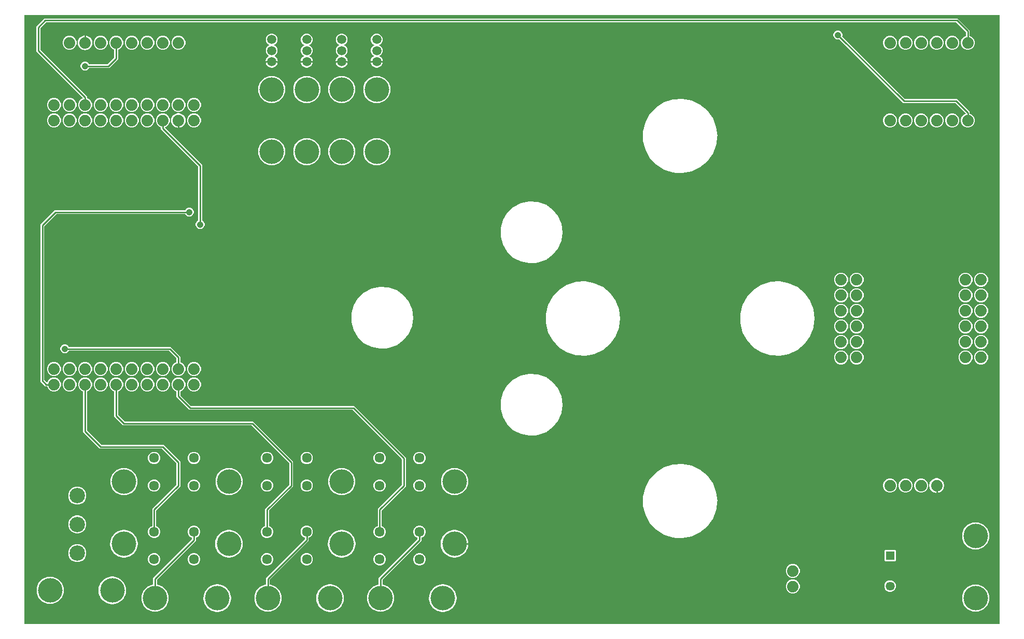
<source format=gbr>
G04 EAGLE Gerber RS-274X export*
G75*
%MOMM*%
%FSLAX34Y34*%
%LPD*%
%INBottom Copper*%
%IPPOS*%
%AMOC8*
5,1,8,0,0,1.08239X$1,22.5*%
G01*
%ADD10C,1.609600*%
%ADD11R,1.459600X1.459600*%
%ADD12C,1.459600*%
%ADD13C,1.510000*%
%ADD14C,4.000000*%
%ADD15C,2.520000*%
%ADD16C,1.879600*%
%ADD17C,0.228600*%
%ADD18C,1.058000*%

G36*
X1595124Y2539D02*
X1595124Y2539D01*
X1595124Y2540D01*
X1595124Y997967D01*
X1595121Y997971D01*
X1595120Y997971D01*
X2540Y997971D01*
X2536Y997967D01*
X2536Y2540D01*
X2539Y2536D01*
X2540Y2536D01*
X1595120Y2536D01*
X1595124Y2539D01*
G37*
%LPC*%
G36*
X1076957Y739262D02*
X1076957Y739262D01*
X1076956Y739262D01*
X1076888Y739266D01*
X1076887Y739266D01*
X1076818Y739270D01*
X1076749Y739275D01*
X1076680Y739279D01*
X1076611Y739283D01*
X1076542Y739288D01*
X1076473Y739292D01*
X1076404Y739296D01*
X1076335Y739301D01*
X1076266Y739305D01*
X1076197Y739310D01*
X1076128Y739314D01*
X1076059Y739318D01*
X1075990Y739323D01*
X1075921Y739327D01*
X1075852Y739331D01*
X1075783Y739336D01*
X1075714Y739340D01*
X1075645Y739344D01*
X1075576Y739349D01*
X1075507Y739353D01*
X1075506Y739353D01*
X1075438Y739357D01*
X1075437Y739357D01*
X1075369Y739362D01*
X1075368Y739362D01*
X1075300Y739366D01*
X1075299Y739366D01*
X1075231Y739370D01*
X1075230Y739370D01*
X1075161Y739375D01*
X1075092Y739379D01*
X1075023Y739383D01*
X1074954Y739388D01*
X1074885Y739392D01*
X1074816Y739396D01*
X1074747Y739401D01*
X1074678Y739405D01*
X1074609Y739409D01*
X1074540Y739414D01*
X1074471Y739418D01*
X1074402Y739422D01*
X1074333Y739427D01*
X1074264Y739431D01*
X1074195Y739435D01*
X1074126Y739440D01*
X1074057Y739444D01*
X1073988Y739449D01*
X1073919Y739453D01*
X1073918Y739453D01*
X1073850Y739457D01*
X1073849Y739457D01*
X1073781Y739462D01*
X1073780Y739462D01*
X1073712Y739466D01*
X1073711Y739466D01*
X1073643Y739470D01*
X1073642Y739470D01*
X1073573Y739475D01*
X1073504Y739479D01*
X1073435Y739483D01*
X1073366Y739488D01*
X1073297Y739492D01*
X1073228Y739496D01*
X1073159Y739501D01*
X1073090Y739505D01*
X1073021Y739509D01*
X1072952Y739514D01*
X1072883Y739518D01*
X1072814Y739522D01*
X1072745Y739527D01*
X1072676Y739531D01*
X1072607Y739535D01*
X1072538Y739540D01*
X1072469Y739544D01*
X1072400Y739548D01*
X1072331Y739553D01*
X1072262Y739557D01*
X1072261Y739557D01*
X1072193Y739561D01*
X1072192Y739561D01*
X1072124Y739566D01*
X1072123Y739566D01*
X1072055Y739570D01*
X1072054Y739570D01*
X1071985Y739574D01*
X1071916Y739579D01*
X1071847Y739583D01*
X1071778Y739588D01*
X1071709Y739592D01*
X1071640Y739596D01*
X1071571Y739601D01*
X1071502Y739605D01*
X1071433Y739609D01*
X1071364Y739614D01*
X1071295Y739618D01*
X1071226Y739622D01*
X1071157Y739627D01*
X1071088Y739631D01*
X1071019Y739635D01*
X1070950Y739640D01*
X1070881Y739644D01*
X1070812Y739648D01*
X1070743Y739653D01*
X1070674Y739657D01*
X1070673Y739657D01*
X1070605Y739661D01*
X1070604Y739661D01*
X1070536Y739666D01*
X1070535Y739666D01*
X1070467Y739670D01*
X1070466Y739670D01*
X1070398Y739674D01*
X1070397Y739674D01*
X1070328Y739679D01*
X1070259Y739683D01*
X1070190Y739687D01*
X1070121Y739692D01*
X1070052Y739696D01*
X1069983Y739700D01*
X1069914Y739705D01*
X1069845Y739709D01*
X1069776Y739713D01*
X1069707Y739718D01*
X1069638Y739722D01*
X1069569Y739727D01*
X1069500Y739731D01*
X1069431Y739735D01*
X1069362Y739740D01*
X1069293Y739744D01*
X1069224Y739748D01*
X1069155Y739753D01*
X1069086Y739757D01*
X1069017Y739761D01*
X1069016Y739761D01*
X1068948Y739766D01*
X1068947Y739766D01*
X1068879Y739770D01*
X1068878Y739770D01*
X1068810Y739774D01*
X1068809Y739774D01*
X1068740Y739779D01*
X1068671Y739783D01*
X1068602Y739787D01*
X1068533Y739792D01*
X1068464Y739796D01*
X1068395Y739800D01*
X1068326Y739805D01*
X1068257Y739809D01*
X1068188Y739813D01*
X1068119Y739818D01*
X1068050Y739822D01*
X1067981Y739826D01*
X1067912Y739831D01*
X1067843Y739835D01*
X1067774Y739839D01*
X1067705Y739844D01*
X1067636Y739848D01*
X1067567Y739852D01*
X1067498Y739857D01*
X1067429Y739861D01*
X1067428Y739861D01*
X1067360Y739866D01*
X1067359Y739866D01*
X1067291Y739870D01*
X1067290Y739870D01*
X1067222Y739874D01*
X1067221Y739874D01*
X1067153Y739879D01*
X1067152Y739879D01*
X1067083Y739883D01*
X1067014Y739887D01*
X1066945Y739892D01*
X1066876Y739896D01*
X1066807Y739900D01*
X1066738Y739905D01*
X1066669Y739909D01*
X1066600Y739913D01*
X1066531Y739918D01*
X1066462Y739922D01*
X1066393Y739926D01*
X1066324Y739931D01*
X1066255Y739935D01*
X1066186Y739939D01*
X1066117Y739944D01*
X1066048Y739948D01*
X1065979Y739952D01*
X1065910Y739957D01*
X1065841Y739961D01*
X1065840Y739961D01*
X1065772Y739965D01*
X1065771Y739965D01*
X1065703Y739970D01*
X1065702Y739970D01*
X1065634Y739974D01*
X1065633Y739974D01*
X1065565Y739978D01*
X1065564Y739978D01*
X1065495Y739983D01*
X1065426Y739987D01*
X1065357Y739991D01*
X1065288Y739996D01*
X1065219Y740000D01*
X1065150Y740005D01*
X1065081Y740009D01*
X1065012Y740013D01*
X1064943Y740018D01*
X1064874Y740022D01*
X1064805Y740026D01*
X1064736Y740031D01*
X1064667Y740035D01*
X1064598Y740039D01*
X1064529Y740044D01*
X1064460Y740048D01*
X1064391Y740052D01*
X1064322Y740057D01*
X1064253Y740061D01*
X1064184Y740065D01*
X1064183Y740065D01*
X1064115Y740070D01*
X1064114Y740070D01*
X1064046Y740074D01*
X1064045Y740074D01*
X1063977Y740078D01*
X1063976Y740078D01*
X1063907Y740083D01*
X1063838Y740087D01*
X1063769Y740091D01*
X1063700Y740096D01*
X1063631Y740100D01*
X1063562Y740104D01*
X1063493Y740109D01*
X1063424Y740113D01*
X1063355Y740117D01*
X1063286Y740122D01*
X1063217Y740126D01*
X1063148Y740130D01*
X1063079Y740135D01*
X1063010Y740139D01*
X1062941Y740144D01*
X1062872Y740148D01*
X1062803Y740152D01*
X1062734Y740157D01*
X1062665Y740161D01*
X1062596Y740165D01*
X1062595Y740165D01*
X1062527Y740170D01*
X1062526Y740170D01*
X1062458Y740174D01*
X1062457Y740174D01*
X1062389Y740178D01*
X1062388Y740178D01*
X1062320Y740183D01*
X1062319Y740183D01*
X1062250Y740187D01*
X1062181Y740191D01*
X1062112Y740196D01*
X1062043Y740200D01*
X1061974Y740204D01*
X1061905Y740209D01*
X1061836Y740213D01*
X1061767Y740217D01*
X1061727Y740220D01*
X1047194Y744942D01*
X1034293Y753130D01*
X1023832Y764269D01*
X1016471Y777659D01*
X1012671Y792460D01*
X1012671Y807740D01*
X1016471Y822541D01*
X1023832Y835931D01*
X1034293Y847070D01*
X1047194Y855258D01*
X1061727Y859980D01*
X1076978Y860940D01*
X1091988Y858076D01*
X1105814Y851570D01*
X1117588Y841830D01*
X1126570Y829468D01*
X1132195Y815260D01*
X1134110Y800100D01*
X1134109Y800096D01*
X1134108Y800083D01*
X1134107Y800075D01*
X1134106Y800066D01*
X1134105Y800057D01*
X1134104Y800053D01*
X1134103Y800044D01*
X1134102Y800036D01*
X1134101Y800027D01*
X1134099Y800014D01*
X1134098Y800005D01*
X1134097Y799997D01*
X1134096Y799988D01*
X1134094Y799975D01*
X1134093Y799966D01*
X1134092Y799957D01*
X1134091Y799949D01*
X1134090Y799944D01*
X1134089Y799936D01*
X1134088Y799927D01*
X1134087Y799918D01*
X1134086Y799910D01*
X1134085Y799905D01*
X1134084Y799897D01*
X1134083Y799888D01*
X1134082Y799879D01*
X1134080Y799866D01*
X1134079Y799858D01*
X1134078Y799849D01*
X1134077Y799840D01*
X1134077Y799836D01*
X1134075Y799827D01*
X1134074Y799818D01*
X1134073Y799810D01*
X1134072Y799801D01*
X1134072Y799797D01*
X1134071Y799788D01*
X1134070Y799788D01*
X1134071Y799788D01*
X1134069Y799779D01*
X1134068Y799771D01*
X1134067Y799758D01*
X1134066Y799749D01*
X1134064Y799740D01*
X1134063Y799732D01*
X1134063Y799727D01*
X1134062Y799719D01*
X1134061Y799710D01*
X1134060Y799701D01*
X1134058Y799693D01*
X1134058Y799692D01*
X1134058Y799688D01*
X1134057Y799679D01*
X1134056Y799671D01*
X1134055Y799662D01*
X1134053Y799649D01*
X1134052Y799640D01*
X1134051Y799632D01*
X1134050Y799623D01*
X1134049Y799619D01*
X1134048Y799610D01*
X1134047Y799601D01*
X1134046Y799593D01*
X1134045Y799584D01*
X1134044Y799580D01*
X1134043Y799571D01*
X1134042Y799562D01*
X1134041Y799554D01*
X1134041Y799553D01*
X1134039Y799540D01*
X1134038Y799532D01*
X1134037Y799523D01*
X1134036Y799514D01*
X1134035Y799510D01*
X1134034Y799501D01*
X1134033Y799493D01*
X1134032Y799484D01*
X1134031Y799475D01*
X1134030Y799471D01*
X1134029Y799462D01*
X1134028Y799454D01*
X1134027Y799445D01*
X1134026Y799432D01*
X1134025Y799432D01*
X1134026Y799432D01*
X1134024Y799423D01*
X1134023Y799415D01*
X1134023Y799414D01*
X1134022Y799406D01*
X1134022Y799401D01*
X1134021Y799393D01*
X1134019Y799384D01*
X1134018Y799375D01*
X1134017Y799367D01*
X1134017Y799362D01*
X1134016Y799354D01*
X1134015Y799345D01*
X1134013Y799336D01*
X1134012Y799323D01*
X1134011Y799315D01*
X1134010Y799306D01*
X1134009Y799297D01*
X1134008Y799297D01*
X1134008Y799293D01*
X1134007Y799284D01*
X1134006Y799276D01*
X1134006Y799275D01*
X1134005Y799267D01*
X1134004Y799258D01*
X1134003Y799254D01*
X1134002Y799245D01*
X1134001Y799236D01*
X1134000Y799228D01*
X1133998Y799215D01*
X1133997Y799206D01*
X1133996Y799197D01*
X1133995Y799189D01*
X1133994Y799184D01*
X1133993Y799176D01*
X1133992Y799167D01*
X1133991Y799158D01*
X1133990Y799150D01*
X1133990Y799149D01*
X1133989Y799145D01*
X1133988Y799137D01*
X1133988Y799136D01*
X1133987Y799128D01*
X1133986Y799119D01*
X1133984Y799106D01*
X1133983Y799097D01*
X1133982Y799089D01*
X1133981Y799080D01*
X1133981Y799076D01*
X1133980Y799076D01*
X1133981Y799076D01*
X1133979Y799067D01*
X1133978Y799058D01*
X1133977Y799050D01*
X1133976Y799041D01*
X1133976Y799037D01*
X1133974Y799028D01*
X1133973Y799019D01*
X1133972Y799011D01*
X1133972Y799010D01*
X1133971Y798998D01*
X1133971Y798997D01*
X1133970Y798989D01*
X1133968Y798980D01*
X1133967Y798971D01*
X1133966Y798958D01*
X1133965Y798950D01*
X1133964Y798941D01*
X1133963Y798941D01*
X1133964Y798941D01*
X1133962Y798932D01*
X1133962Y798928D01*
X1133961Y798919D01*
X1133960Y798911D01*
X1133959Y798902D01*
X1133957Y798889D01*
X1133956Y798880D01*
X1133955Y798872D01*
X1133955Y798871D01*
X1133954Y798863D01*
X1133952Y798850D01*
X1133951Y798841D01*
X1133950Y798832D01*
X1133949Y798824D01*
X1133948Y798819D01*
X1133947Y798811D01*
X1133946Y798802D01*
X1133945Y798793D01*
X1133943Y798780D01*
X1133942Y798772D01*
X1133941Y798763D01*
X1133940Y798754D01*
X1133938Y798741D01*
X1133937Y798733D01*
X1133937Y798732D01*
X1133936Y798724D01*
X1133935Y798715D01*
X1133934Y798711D01*
X1133933Y798702D01*
X1133932Y798693D01*
X1133931Y798685D01*
X1133929Y798672D01*
X1133928Y798663D01*
X1133927Y798654D01*
X1133926Y798646D01*
X1133925Y798633D01*
X1133923Y798624D01*
X1133922Y798615D01*
X1133921Y798607D01*
X1133921Y798602D01*
X1133920Y798594D01*
X1133920Y798593D01*
X1133919Y798585D01*
X1133918Y798585D01*
X1133919Y798585D01*
X1133917Y798576D01*
X1133916Y798563D01*
X1133915Y798554D01*
X1133914Y798546D01*
X1133912Y798537D01*
X1133911Y798524D01*
X1133910Y798515D01*
X1133909Y798507D01*
X1133908Y798498D01*
X1133907Y798494D01*
X1133906Y798485D01*
X1133905Y798476D01*
X1133904Y798468D01*
X1133902Y798455D01*
X1133902Y798454D01*
X1133901Y798446D01*
X1133900Y798437D01*
X1133899Y798428D01*
X1133897Y798415D01*
X1133896Y798407D01*
X1133895Y798398D01*
X1133894Y798389D01*
X1133893Y798385D01*
X1133892Y798376D01*
X1133891Y798368D01*
X1133890Y798359D01*
X1133888Y798346D01*
X1133887Y798337D01*
X1133886Y798329D01*
X1133885Y798320D01*
X1133883Y798307D01*
X1133882Y798298D01*
X1133881Y798289D01*
X1133880Y798281D01*
X1133880Y798276D01*
X1133878Y798268D01*
X1133877Y798259D01*
X1133876Y798250D01*
X1133875Y798237D01*
X1133874Y798229D01*
X1133873Y798229D01*
X1133874Y798229D01*
X1133872Y798220D01*
X1133871Y798211D01*
X1133870Y798198D01*
X1133869Y798190D01*
X1133867Y798181D01*
X1133866Y798172D01*
X1133866Y798168D01*
X1133865Y798159D01*
X1133864Y798150D01*
X1133863Y798142D01*
X1133861Y798133D01*
X1133861Y798129D01*
X1133860Y798120D01*
X1133859Y798111D01*
X1133858Y798103D01*
X1133856Y798090D01*
X1133855Y798081D01*
X1133854Y798072D01*
X1133853Y798064D01*
X1133852Y798059D01*
X1133851Y798051D01*
X1133850Y798042D01*
X1133849Y798033D01*
X1133848Y798025D01*
X1133848Y798024D01*
X1133847Y798020D01*
X1133846Y798011D01*
X1133845Y798003D01*
X1133844Y797994D01*
X1133842Y797981D01*
X1133841Y797972D01*
X1133840Y797964D01*
X1133839Y797955D01*
X1133838Y797951D01*
X1133837Y797942D01*
X1133836Y797933D01*
X1133835Y797925D01*
X1133834Y797916D01*
X1133833Y797912D01*
X1133832Y797903D01*
X1133831Y797894D01*
X1133830Y797886D01*
X1133830Y797885D01*
X1133829Y797872D01*
X1133828Y797872D01*
X1133829Y797872D01*
X1133827Y797864D01*
X1133826Y797855D01*
X1133825Y797846D01*
X1133825Y797842D01*
X1133824Y797833D01*
X1133822Y797825D01*
X1133821Y797816D01*
X1133820Y797807D01*
X1133820Y797803D01*
X1133819Y797794D01*
X1133818Y797786D01*
X1133816Y797777D01*
X1133815Y797764D01*
X1133814Y797755D01*
X1133813Y797747D01*
X1133813Y797746D01*
X1133812Y797738D01*
X1133811Y797738D01*
X1133811Y797733D01*
X1133810Y797725D01*
X1133809Y797716D01*
X1133808Y797707D01*
X1133807Y797699D01*
X1133806Y797694D01*
X1133805Y797686D01*
X1133804Y797677D01*
X1133803Y797668D01*
X1133801Y797655D01*
X1133800Y797647D01*
X1133799Y797638D01*
X1133798Y797629D01*
X1133797Y797625D01*
X1133796Y797616D01*
X1133795Y797608D01*
X1133795Y797607D01*
X1133794Y797599D01*
X1133793Y797590D01*
X1133792Y797586D01*
X1133791Y797577D01*
X1133790Y797568D01*
X1133789Y797560D01*
X1133787Y797547D01*
X1133786Y797538D01*
X1133785Y797529D01*
X1133784Y797521D01*
X1133784Y797516D01*
X1133783Y797516D01*
X1133784Y797516D01*
X1133782Y797508D01*
X1133781Y797499D01*
X1133780Y797490D01*
X1133779Y797482D01*
X1133779Y797481D01*
X1133779Y797477D01*
X1133777Y797469D01*
X1133777Y797468D01*
X1133776Y797460D01*
X1133775Y797451D01*
X1133774Y797438D01*
X1133773Y797429D01*
X1133771Y797421D01*
X1133770Y797412D01*
X1133770Y797408D01*
X1133769Y797399D01*
X1133768Y797390D01*
X1133767Y797382D01*
X1133766Y797382D01*
X1133767Y797382D01*
X1133765Y797373D01*
X1133765Y797369D01*
X1133764Y797360D01*
X1133763Y797351D01*
X1133762Y797343D01*
X1133762Y797342D01*
X1133760Y797330D01*
X1133760Y797329D01*
X1133759Y797321D01*
X1133758Y797312D01*
X1133757Y797303D01*
X1133756Y797299D01*
X1133755Y797290D01*
X1133754Y797282D01*
X1133753Y797273D01*
X1133752Y797264D01*
X1133751Y797260D01*
X1133750Y797251D01*
X1133749Y797243D01*
X1133748Y797234D01*
X1133746Y797221D01*
X1133745Y797212D01*
X1133744Y797204D01*
X1133744Y797203D01*
X1133743Y797195D01*
X1133741Y797182D01*
X1133740Y797173D01*
X1133739Y797164D01*
X1133738Y797156D01*
X1133737Y797151D01*
X1133736Y797143D01*
X1133735Y797134D01*
X1133734Y797125D01*
X1133732Y797112D01*
X1133731Y797104D01*
X1133730Y797095D01*
X1133729Y797086D01*
X1133728Y797073D01*
X1133726Y797065D01*
X1133726Y797064D01*
X1133725Y797056D01*
X1133724Y797047D01*
X1133724Y797043D01*
X1133723Y797034D01*
X1133722Y797025D01*
X1133721Y797025D01*
X1133722Y797025D01*
X1133720Y797017D01*
X1133719Y797004D01*
X1133718Y796995D01*
X1133717Y796986D01*
X1133715Y796978D01*
X1133714Y796965D01*
X1133713Y796956D01*
X1133712Y796947D01*
X1133711Y796939D01*
X1133710Y796934D01*
X1133709Y796926D01*
X1133709Y796925D01*
X1133708Y796917D01*
X1133707Y796908D01*
X1133705Y796895D01*
X1133704Y796886D01*
X1133703Y796878D01*
X1133702Y796869D01*
X1133700Y796856D01*
X1133699Y796847D01*
X1133698Y796839D01*
X1133697Y796830D01*
X1133696Y796826D01*
X1133695Y796817D01*
X1133694Y796808D01*
X1133693Y796800D01*
X1133691Y796787D01*
X1133691Y796786D01*
X1133690Y796778D01*
X1133689Y796769D01*
X1133688Y796760D01*
X1133686Y796747D01*
X1133685Y796739D01*
X1133684Y796730D01*
X1133683Y796721D01*
X1133683Y796717D01*
X1133681Y796708D01*
X1133680Y796700D01*
X1133679Y796691D01*
X1133678Y796678D01*
X1133677Y796669D01*
X1133676Y796669D01*
X1133677Y796669D01*
X1133675Y796661D01*
X1133674Y796652D01*
X1133673Y796639D01*
X1133672Y796630D01*
X1133670Y796621D01*
X1133669Y796613D01*
X1133669Y796608D01*
X1133668Y796600D01*
X1133667Y796591D01*
X1133666Y796582D01*
X1133664Y796569D01*
X1133663Y796561D01*
X1133662Y796552D01*
X1133661Y796543D01*
X1133659Y796530D01*
X1133658Y796522D01*
X1133657Y796513D01*
X1133656Y796504D01*
X1133655Y796500D01*
X1133654Y796491D01*
X1133653Y796482D01*
X1133652Y796474D01*
X1133650Y796461D01*
X1133649Y796452D01*
X1133648Y796443D01*
X1133647Y796435D01*
X1133645Y796422D01*
X1133644Y796413D01*
X1133643Y796404D01*
X1133642Y796396D01*
X1133641Y796391D01*
X1133640Y796383D01*
X1133639Y796374D01*
X1133638Y796365D01*
X1133637Y796357D01*
X1133637Y796356D01*
X1133636Y796352D01*
X1133635Y796343D01*
X1133634Y796335D01*
X1133633Y796326D01*
X1133632Y796313D01*
X1133631Y796313D01*
X1133632Y796313D01*
X1133630Y796304D01*
X1133629Y796296D01*
X1133628Y796287D01*
X1133628Y796283D01*
X1133627Y796274D01*
X1133625Y796265D01*
X1133624Y796257D01*
X1133623Y796248D01*
X1133623Y796244D01*
X1133622Y796235D01*
X1133621Y796226D01*
X1133619Y796218D01*
X1133619Y796217D01*
X1133618Y796204D01*
X1133617Y796196D01*
X1133616Y796187D01*
X1133615Y796178D01*
X1133614Y796178D01*
X1133614Y796174D01*
X1133613Y796165D01*
X1133612Y796157D01*
X1133611Y796148D01*
X1133610Y796139D01*
X1133609Y796135D01*
X1133608Y796126D01*
X1133607Y796118D01*
X1133606Y796109D01*
X1133604Y796096D01*
X1133603Y796087D01*
X1133602Y796079D01*
X1133602Y796078D01*
X1133601Y796070D01*
X1133600Y796065D01*
X1133599Y796057D01*
X1133598Y796048D01*
X1133597Y796039D01*
X1133596Y796031D01*
X1133595Y796026D01*
X1133594Y796018D01*
X1133593Y796009D01*
X1133592Y796000D01*
X1133590Y795987D01*
X1133589Y795979D01*
X1133588Y795970D01*
X1133587Y795961D01*
X1133587Y795957D01*
X1133586Y795957D01*
X1133587Y795957D01*
X1133585Y795948D01*
X1133584Y795940D01*
X1133584Y795939D01*
X1133583Y795931D01*
X1133582Y795922D01*
X1133582Y795918D01*
X1133580Y795909D01*
X1133579Y795900D01*
X1133578Y795892D01*
X1133577Y795879D01*
X1133576Y795870D01*
X1133574Y795861D01*
X1133573Y795853D01*
X1133573Y795848D01*
X1133572Y795840D01*
X1133571Y795831D01*
X1133570Y795822D01*
X1133569Y795822D01*
X1133570Y795822D01*
X1133568Y795814D01*
X1133568Y795813D01*
X1133568Y795809D01*
X1133567Y795801D01*
X1133567Y795800D01*
X1133566Y795792D01*
X1133565Y795783D01*
X1133563Y795770D01*
X1133562Y795761D01*
X1133561Y795753D01*
X1133560Y795744D01*
X1133559Y795740D01*
X1133558Y795731D01*
X1133557Y795722D01*
X1133556Y795714D01*
X1133555Y795705D01*
X1133554Y795701D01*
X1133553Y795692D01*
X1133552Y795683D01*
X1133551Y795675D01*
X1133551Y795674D01*
X1133549Y795662D01*
X1133549Y795661D01*
X1133548Y795653D01*
X1133547Y795644D01*
X1133546Y795635D01*
X1133545Y795631D01*
X1133544Y795622D01*
X1133543Y795614D01*
X1133542Y795605D01*
X1133541Y795596D01*
X1133540Y795592D01*
X1133539Y795583D01*
X1133538Y795575D01*
X1133537Y795566D01*
X1133535Y795553D01*
X1133534Y795544D01*
X1133533Y795536D01*
X1133533Y795535D01*
X1133532Y795527D01*
X1133532Y795523D01*
X1133532Y795522D01*
X1133531Y795514D01*
X1133529Y795505D01*
X1133528Y795496D01*
X1133527Y795488D01*
X1133527Y795483D01*
X1133526Y795475D01*
X1133525Y795466D01*
X1133524Y795466D01*
X1133525Y795466D01*
X1133523Y795457D01*
X1133522Y795444D01*
X1133521Y795436D01*
X1133520Y795427D01*
X1133518Y795418D01*
X1133517Y795405D01*
X1133516Y795397D01*
X1133516Y795396D01*
X1133515Y795388D01*
X1133514Y795379D01*
X1133513Y795375D01*
X1133512Y795366D01*
X1133511Y795357D01*
X1133510Y795349D01*
X1133508Y795336D01*
X1133507Y795327D01*
X1133506Y795318D01*
X1133505Y795310D01*
X1133503Y795297D01*
X1133502Y795288D01*
X1133501Y795279D01*
X1133500Y795271D01*
X1133499Y795266D01*
X1133498Y795258D01*
X1133498Y795257D01*
X1133497Y795249D01*
X1133496Y795240D01*
X1133494Y795227D01*
X1133493Y795218D01*
X1133492Y795210D01*
X1133491Y795201D01*
X1133489Y795188D01*
X1133488Y795179D01*
X1133487Y795171D01*
X1133486Y795162D01*
X1133486Y795158D01*
X1133484Y795149D01*
X1133483Y795140D01*
X1133482Y795132D01*
X1133481Y795119D01*
X1133481Y795118D01*
X1133480Y795110D01*
X1133479Y795110D01*
X1133480Y795110D01*
X1133478Y795101D01*
X1133477Y795092D01*
X1133476Y795079D01*
X1133475Y795071D01*
X1133473Y795062D01*
X1133472Y795053D01*
X1133472Y795049D01*
X1133471Y795040D01*
X1133470Y795032D01*
X1133469Y795023D01*
X1133467Y795010D01*
X1133466Y795001D01*
X1133465Y794993D01*
X1133464Y794984D01*
X1133462Y794971D01*
X1133461Y794962D01*
X1133460Y794953D01*
X1133459Y794945D01*
X1133458Y794940D01*
X1133457Y794932D01*
X1133456Y794923D01*
X1133455Y794914D01*
X1133453Y794901D01*
X1133452Y794893D01*
X1133451Y794884D01*
X1133450Y794875D01*
X1133448Y794862D01*
X1133447Y794854D01*
X1133446Y794845D01*
X1133445Y794836D01*
X1133444Y794832D01*
X1133443Y794823D01*
X1133442Y794814D01*
X1133441Y794806D01*
X1133439Y794793D01*
X1133438Y794784D01*
X1133437Y794775D01*
X1133436Y794767D01*
X1133435Y794754D01*
X1133434Y794754D01*
X1133435Y794754D01*
X1133433Y794745D01*
X1133432Y794736D01*
X1133431Y794728D01*
X1133431Y794723D01*
X1133430Y794715D01*
X1133428Y794706D01*
X1133427Y794697D01*
X1133426Y794684D01*
X1133425Y794675D01*
X1133424Y794667D01*
X1133422Y794658D01*
X1133421Y794645D01*
X1133420Y794636D01*
X1133419Y794628D01*
X1133418Y794619D01*
X1133417Y794619D01*
X1133417Y794615D01*
X1133416Y794606D01*
X1133415Y794597D01*
X1133414Y794589D01*
X1133412Y794576D01*
X1133411Y794567D01*
X1133410Y794558D01*
X1133409Y794550D01*
X1133409Y794549D01*
X1133407Y794536D01*
X1133406Y794528D01*
X1133405Y794519D01*
X1133404Y794510D01*
X1133403Y794506D01*
X1133402Y794497D01*
X1133401Y794489D01*
X1133400Y794480D01*
X1133399Y794471D01*
X1133398Y794467D01*
X1133397Y794458D01*
X1133396Y794450D01*
X1133395Y794441D01*
X1133393Y794428D01*
X1133392Y794419D01*
X1133391Y794411D01*
X1133391Y794410D01*
X1133390Y794402D01*
X1133390Y794397D01*
X1133389Y794397D01*
X1133390Y794397D01*
X1133388Y794389D01*
X1133387Y794380D01*
X1133386Y794371D01*
X1133385Y794363D01*
X1133385Y794358D01*
X1133383Y794350D01*
X1133382Y794341D01*
X1133381Y794332D01*
X1133380Y794319D01*
X1133379Y794311D01*
X1133377Y794302D01*
X1133376Y794293D01*
X1133376Y794289D01*
X1133375Y794280D01*
X1133374Y794272D01*
X1133374Y794271D01*
X1133373Y794263D01*
X1133372Y794263D01*
X1133373Y794263D01*
X1133371Y794254D01*
X1133371Y794250D01*
X1133370Y794241D01*
X1133369Y794232D01*
X1133368Y794224D01*
X1133366Y794211D01*
X1133365Y794202D01*
X1133364Y794193D01*
X1133363Y794185D01*
X1133362Y794180D01*
X1133361Y794172D01*
X1133360Y794163D01*
X1133359Y794154D01*
X1133358Y794146D01*
X1133358Y794145D01*
X1133357Y794141D01*
X1133356Y794133D01*
X1133356Y794132D01*
X1133355Y794124D01*
X1133354Y794115D01*
X1133352Y794102D01*
X1133351Y794093D01*
X1133350Y794085D01*
X1133349Y794076D01*
X1133348Y794072D01*
X1133347Y794063D01*
X1133346Y794054D01*
X1133345Y794046D01*
X1133344Y794037D01*
X1133343Y794033D01*
X1133342Y794024D01*
X1133341Y794015D01*
X1133340Y794007D01*
X1133340Y794006D01*
X1133338Y793994D01*
X1133338Y793993D01*
X1133337Y793985D01*
X1133336Y793976D01*
X1133335Y793967D01*
X1133335Y793963D01*
X1133334Y793954D01*
X1133332Y793946D01*
X1133331Y793937D01*
X1133330Y793928D01*
X1133330Y793924D01*
X1133329Y793915D01*
X1133328Y793907D01*
X1133327Y793907D01*
X1133328Y793907D01*
X1133326Y793898D01*
X1133325Y793885D01*
X1133324Y793876D01*
X1133323Y793868D01*
X1133323Y793867D01*
X1133321Y793859D01*
X1133321Y793855D01*
X1133321Y793854D01*
X1133320Y793846D01*
X1133319Y793837D01*
X1133318Y793828D01*
X1133317Y793820D01*
X1133316Y793815D01*
X1133315Y793807D01*
X1133314Y793798D01*
X1133313Y793789D01*
X1133311Y793776D01*
X1133310Y793768D01*
X1133309Y793759D01*
X1133308Y793750D01*
X1133307Y793746D01*
X1133306Y793737D01*
X1133305Y793729D01*
X1133305Y793728D01*
X1133304Y793720D01*
X1133303Y793711D01*
X1133302Y793707D01*
X1133301Y793698D01*
X1133300Y793689D01*
X1133299Y793681D01*
X1133297Y793668D01*
X1133296Y793659D01*
X1133295Y793650D01*
X1133294Y793642D01*
X1133292Y793629D01*
X1133291Y793620D01*
X1133290Y793611D01*
X1133289Y793603D01*
X1133289Y793598D01*
X1133287Y793590D01*
X1133287Y793589D01*
X1133286Y793581D01*
X1133285Y793572D01*
X1133284Y793559D01*
X1133283Y793550D01*
X1133282Y793550D01*
X1133283Y793550D01*
X1133281Y793542D01*
X1133280Y793533D01*
X1133279Y793520D01*
X1133278Y793511D01*
X1133276Y793503D01*
X1133275Y793494D01*
X1133275Y793490D01*
X1133274Y793481D01*
X1133273Y793472D01*
X1133272Y793464D01*
X1133270Y793451D01*
X1133270Y793450D01*
X1133269Y793442D01*
X1133268Y793433D01*
X1133267Y793424D01*
X1133265Y793411D01*
X1133264Y793403D01*
X1133263Y793394D01*
X1133262Y793385D01*
X1133261Y793381D01*
X1133260Y793372D01*
X1133259Y793364D01*
X1133258Y793355D01*
X1133256Y793342D01*
X1133255Y793333D01*
X1133254Y793325D01*
X1133253Y793316D01*
X1133251Y793303D01*
X1133250Y793294D01*
X1133249Y793285D01*
X1133248Y793277D01*
X1133247Y793272D01*
X1133246Y793264D01*
X1133245Y793255D01*
X1133244Y793246D01*
X1133242Y793233D01*
X1133241Y793225D01*
X1133240Y793216D01*
X1133239Y793207D01*
X1133238Y793194D01*
X1133237Y793194D01*
X1133238Y793194D01*
X1133236Y793186D01*
X1133235Y793177D01*
X1133234Y793168D01*
X1133234Y793164D01*
X1133233Y793155D01*
X1133231Y793146D01*
X1133230Y793138D01*
X1133229Y793125D01*
X1133228Y793116D01*
X1133227Y793107D01*
X1133225Y793099D01*
X1133224Y793086D01*
X1133223Y793077D01*
X1133222Y793068D01*
X1133221Y793060D01*
X1133220Y793060D01*
X1133220Y793055D01*
X1133219Y793047D01*
X1133218Y793038D01*
X1133217Y793029D01*
X1133215Y793016D01*
X1133214Y793007D01*
X1133213Y792999D01*
X1133212Y792990D01*
X1133210Y792977D01*
X1133209Y792968D01*
X1133208Y792960D01*
X1133207Y792951D01*
X1133206Y792947D01*
X1133205Y792938D01*
X1133204Y792929D01*
X1133203Y792921D01*
X1133201Y792908D01*
X1133200Y792899D01*
X1133199Y792890D01*
X1133198Y792882D01*
X1133198Y792881D01*
X1133196Y792868D01*
X1133195Y792860D01*
X1133194Y792851D01*
X1133193Y792842D01*
X1133193Y792838D01*
X1133192Y792838D01*
X1133193Y792838D01*
X1133191Y792829D01*
X1133190Y792821D01*
X1133189Y792812D01*
X1133188Y792799D01*
X1133186Y792790D01*
X1133185Y792782D01*
X1133184Y792773D01*
X1133183Y792760D01*
X1133182Y792751D01*
X1133180Y792743D01*
X1133180Y792742D01*
X1133179Y792734D01*
X1133179Y792729D01*
X1133178Y792721D01*
X1133177Y792712D01*
X1133176Y792703D01*
X1133175Y792703D01*
X1133176Y792703D01*
X1133174Y792695D01*
X1133174Y792690D01*
X1133173Y792682D01*
X1133172Y792673D01*
X1133171Y792664D01*
X1133169Y792651D01*
X1133168Y792643D01*
X1133167Y792634D01*
X1133166Y792625D01*
X1133165Y792621D01*
X1133164Y792612D01*
X1133163Y792604D01*
X1133163Y792603D01*
X1133162Y792595D01*
X1133161Y792586D01*
X1133160Y792582D01*
X1133159Y792573D01*
X1133158Y792564D01*
X1133157Y792556D01*
X1133155Y792543D01*
X1133154Y792534D01*
X1133153Y792525D01*
X1133152Y792517D01*
X1133151Y792512D01*
X1133150Y792504D01*
X1133149Y792495D01*
X1133148Y792486D01*
X1133147Y792478D01*
X1133147Y792477D01*
X1133146Y792473D01*
X1133145Y792465D01*
X1133145Y792464D01*
X1133144Y792456D01*
X1133143Y792447D01*
X1133141Y792434D01*
X1133140Y792425D01*
X1133139Y792417D01*
X1133138Y792408D01*
X1133138Y792404D01*
X1133137Y792395D01*
X1133135Y792386D01*
X1133134Y792378D01*
X1133133Y792369D01*
X1133133Y792365D01*
X1133132Y792356D01*
X1133131Y792347D01*
X1133130Y792347D01*
X1133131Y792347D01*
X1133129Y792339D01*
X1133129Y792338D01*
X1133128Y792326D01*
X1133128Y792325D01*
X1133127Y792317D01*
X1133126Y792308D01*
X1133124Y792299D01*
X1133124Y792295D01*
X1133123Y792286D01*
X1133122Y792278D01*
X1133121Y792269D01*
X1133120Y792260D01*
X1133119Y792256D01*
X1133118Y792247D01*
X1133117Y792239D01*
X1133116Y792230D01*
X1133114Y792217D01*
X1133113Y792208D01*
X1133112Y792200D01*
X1133112Y792199D01*
X1133111Y792191D01*
X1133110Y792187D01*
X1133110Y792186D01*
X1133109Y792178D01*
X1133108Y792169D01*
X1133107Y792160D01*
X1133106Y792152D01*
X1133105Y792147D01*
X1133104Y792139D01*
X1133103Y792130D01*
X1133102Y792121D01*
X1133100Y792108D01*
X1133099Y792100D01*
X1133098Y792091D01*
X1133097Y792082D01*
X1133096Y792078D01*
X1133095Y792069D01*
X1133094Y792061D01*
X1133094Y792060D01*
X1133093Y792052D01*
X1133092Y792043D01*
X1133092Y792039D01*
X1133090Y792030D01*
X1133089Y792021D01*
X1133088Y792013D01*
X1133087Y792000D01*
X1133086Y791991D01*
X1133085Y791991D01*
X1133086Y791991D01*
X1133084Y791982D01*
X1133083Y791974D01*
X1133083Y791969D01*
X1133082Y791961D01*
X1133081Y791952D01*
X1133079Y791943D01*
X1133078Y791935D01*
X1133078Y791930D01*
X1133077Y791922D01*
X1133077Y791921D01*
X1133076Y791913D01*
X1133075Y791904D01*
X1133073Y791891D01*
X1133072Y791882D01*
X1133071Y791874D01*
X1133070Y791865D01*
X1133068Y791852D01*
X1133067Y791843D01*
X1133066Y791835D01*
X1133065Y791826D01*
X1133064Y791822D01*
X1133063Y791813D01*
X1133062Y791804D01*
X1133061Y791796D01*
X1133059Y791783D01*
X1133059Y791782D01*
X1133058Y791774D01*
X1133057Y791765D01*
X1133056Y791756D01*
X1133054Y791743D01*
X1133053Y791735D01*
X1133052Y791726D01*
X1133051Y791717D01*
X1133050Y791713D01*
X1133049Y791704D01*
X1133048Y791696D01*
X1133047Y791687D01*
X1133045Y791674D01*
X1133044Y791665D01*
X1133043Y791657D01*
X1133042Y791648D01*
X1133041Y791635D01*
X1133040Y791635D01*
X1133041Y791635D01*
X1133039Y791626D01*
X1133038Y791617D01*
X1133037Y791609D01*
X1133037Y791604D01*
X1133036Y791596D01*
X1133034Y791587D01*
X1133033Y791578D01*
X1133032Y791565D01*
X1133031Y791557D01*
X1133030Y791548D01*
X1133028Y791539D01*
X1133027Y791526D01*
X1133026Y791518D01*
X1133025Y791509D01*
X1133024Y791500D01*
X1133023Y791500D01*
X1133023Y791496D01*
X1133022Y791487D01*
X1133021Y791478D01*
X1133020Y791470D01*
X1133018Y791457D01*
X1133017Y791448D01*
X1133016Y791439D01*
X1133015Y791431D01*
X1133013Y791418D01*
X1133012Y791409D01*
X1133011Y791400D01*
X1133010Y791392D01*
X1133009Y791387D01*
X1133008Y791379D01*
X1133007Y791370D01*
X1133006Y791361D01*
X1133004Y791348D01*
X1133003Y791339D01*
X1133002Y791331D01*
X1133001Y791322D01*
X1132999Y791309D01*
X1132998Y791300D01*
X1132997Y791292D01*
X1132996Y791283D01*
X1132996Y791279D01*
X1132995Y791279D01*
X1132996Y791279D01*
X1132994Y791270D01*
X1132993Y791261D01*
X1132992Y791253D01*
X1132991Y791240D01*
X1132989Y791231D01*
X1132988Y791222D01*
X1132987Y791214D01*
X1132987Y791213D01*
X1132986Y791200D01*
X1132985Y791192D01*
X1132983Y791183D01*
X1132982Y791174D01*
X1132982Y791170D01*
X1132981Y791161D01*
X1132980Y791153D01*
X1132979Y791144D01*
X1132978Y791144D01*
X1132979Y791144D01*
X1132977Y791131D01*
X1132976Y791122D01*
X1132975Y791114D01*
X1132974Y791105D01*
X1132972Y791092D01*
X1132971Y791083D01*
X1132970Y791075D01*
X1132970Y791074D01*
X1132969Y791066D01*
X1132968Y791061D01*
X1132967Y791053D01*
X1132966Y791044D01*
X1132965Y791035D01*
X1132963Y791022D01*
X1132962Y791014D01*
X1132961Y791005D01*
X1132960Y790996D01*
X1132958Y790983D01*
X1132957Y790975D01*
X1132956Y790966D01*
X1132955Y790957D01*
X1132954Y790953D01*
X1132953Y790944D01*
X1132952Y790936D01*
X1132952Y790935D01*
X1132951Y790927D01*
X1132950Y790918D01*
X1132949Y790914D01*
X1132948Y790905D01*
X1132947Y790896D01*
X1132946Y790888D01*
X1132944Y790875D01*
X1132943Y790866D01*
X1132942Y790857D01*
X1132941Y790849D01*
X1132941Y790844D01*
X1132940Y790836D01*
X1132938Y790827D01*
X1132937Y790818D01*
X1132936Y790810D01*
X1132936Y790805D01*
X1132935Y790797D01*
X1132935Y790796D01*
X1132934Y790788D01*
X1132933Y790788D01*
X1132934Y790788D01*
X1132932Y790779D01*
X1132931Y790766D01*
X1132930Y790757D01*
X1132929Y790749D01*
X1132927Y790740D01*
X1132927Y790736D01*
X1132926Y790727D01*
X1132925Y790718D01*
X1132924Y790710D01*
X1132923Y790701D01*
X1132922Y790697D01*
X1132921Y790688D01*
X1132920Y790679D01*
X1132919Y790671D01*
X1132919Y790670D01*
X1132917Y790658D01*
X1132917Y790657D01*
X1132916Y790649D01*
X1132915Y790640D01*
X1132914Y790631D01*
X1132913Y790627D01*
X1132912Y790618D01*
X1132911Y790610D01*
X1132910Y790601D01*
X1132909Y790592D01*
X1132908Y790588D01*
X1132907Y790579D01*
X1132906Y790571D01*
X1132905Y790562D01*
X1132903Y790549D01*
X1132902Y790540D01*
X1132901Y790532D01*
X1132901Y790531D01*
X1132900Y790523D01*
X1132899Y790519D01*
X1132899Y790518D01*
X1132898Y790510D01*
X1132897Y790501D01*
X1132896Y790492D01*
X1132895Y790484D01*
X1132895Y790479D01*
X1132893Y790471D01*
X1132892Y790462D01*
X1132891Y790453D01*
X1132890Y790440D01*
X1132889Y790432D01*
X1132888Y790432D01*
X1132889Y790432D01*
X1132887Y790423D01*
X1132886Y790414D01*
X1132886Y790410D01*
X1132885Y790401D01*
X1132884Y790393D01*
X1132884Y790392D01*
X1132882Y790384D01*
X1132881Y790375D01*
X1132881Y790371D01*
X1132880Y790362D01*
X1132879Y790353D01*
X1132878Y790345D01*
X1132876Y790332D01*
X1132875Y790323D01*
X1132874Y790314D01*
X1132873Y790306D01*
X1132872Y790301D01*
X1132871Y790293D01*
X1132870Y790284D01*
X1132869Y790275D01*
X1132868Y790267D01*
X1132867Y790262D01*
X1132866Y790254D01*
X1132866Y790253D01*
X1132865Y790245D01*
X1132864Y790236D01*
X1132862Y790223D01*
X1132861Y790214D01*
X1132860Y790206D01*
X1132859Y790197D01*
X1132858Y790193D01*
X1132857Y790184D01*
X1132856Y790175D01*
X1132855Y790167D01*
X1132854Y790158D01*
X1132853Y790154D01*
X1132852Y790145D01*
X1132851Y790136D01*
X1132850Y790128D01*
X1132848Y790115D01*
X1132848Y790114D01*
X1132847Y790106D01*
X1132846Y790097D01*
X1132845Y790088D01*
X1132845Y790084D01*
X1132844Y790075D01*
X1132843Y790075D01*
X1132844Y790075D01*
X1132842Y790067D01*
X1132841Y790058D01*
X1132840Y790049D01*
X1132840Y790045D01*
X1132839Y790036D01*
X1132837Y790028D01*
X1132836Y790019D01*
X1132835Y790006D01*
X1132834Y789997D01*
X1132833Y789989D01*
X1132831Y789980D01*
X1132830Y789967D01*
X1132829Y789958D01*
X1132828Y789949D01*
X1132827Y789941D01*
X1132826Y789941D01*
X1132826Y789936D01*
X1132825Y789928D01*
X1132824Y789919D01*
X1132823Y789910D01*
X1132821Y789897D01*
X1132820Y789889D01*
X1132819Y789880D01*
X1132818Y789871D01*
X1132816Y789858D01*
X1132815Y789850D01*
X1132814Y789841D01*
X1132813Y789832D01*
X1132812Y789828D01*
X1132811Y789819D01*
X1132810Y789810D01*
X1132809Y789802D01*
X1132807Y789789D01*
X1132806Y789780D01*
X1132805Y789771D01*
X1132804Y789763D01*
X1132802Y789750D01*
X1132801Y789741D01*
X1132800Y789732D01*
X1132799Y789724D01*
X1132799Y789719D01*
X1132798Y789719D01*
X1132799Y789719D01*
X1132797Y789711D01*
X1132796Y789702D01*
X1132795Y789693D01*
X1132794Y789680D01*
X1132792Y789671D01*
X1132791Y789663D01*
X1132790Y789654D01*
X1132789Y789641D01*
X1132788Y789632D01*
X1132786Y789624D01*
X1132785Y789615D01*
X1132785Y789611D01*
X1132784Y789602D01*
X1132783Y789593D01*
X1132782Y789585D01*
X1132781Y789585D01*
X1132782Y789585D01*
X1132780Y789572D01*
X1132779Y789563D01*
X1132778Y789554D01*
X1132777Y789546D01*
X1132777Y789545D01*
X1132775Y789532D01*
X1132774Y789524D01*
X1132773Y789515D01*
X1132772Y789506D01*
X1132771Y789502D01*
X1132770Y789493D01*
X1132769Y789485D01*
X1132768Y789476D01*
X1132766Y789463D01*
X1132765Y789454D01*
X1132764Y789446D01*
X1132763Y789437D01*
X1132761Y789424D01*
X1132760Y789415D01*
X1132759Y789407D01*
X1132759Y789406D01*
X1132758Y789398D01*
X1132757Y789393D01*
X1132756Y789385D01*
X1132755Y789376D01*
X1132754Y789367D01*
X1132752Y789354D01*
X1132751Y789346D01*
X1132750Y789337D01*
X1132749Y789328D01*
X1132747Y789315D01*
X1132746Y789307D01*
X1132745Y789298D01*
X1132744Y789289D01*
X1132744Y789285D01*
X1132743Y789276D01*
X1132741Y789268D01*
X1132741Y789267D01*
X1132740Y789259D01*
X1132739Y789246D01*
X1132738Y789237D01*
X1132737Y789228D01*
X1132736Y789228D01*
X1132737Y789228D01*
X1132735Y789220D01*
X1132734Y789207D01*
X1132733Y789198D01*
X1132732Y789189D01*
X1132730Y789181D01*
X1132730Y789176D01*
X1132729Y789168D01*
X1132728Y789159D01*
X1132727Y789150D01*
X1132726Y789142D01*
X1132725Y789137D01*
X1132724Y789129D01*
X1132724Y789128D01*
X1132723Y789120D01*
X1132722Y789111D01*
X1132720Y789098D01*
X1132719Y789089D01*
X1132718Y789081D01*
X1132717Y789072D01*
X1132716Y789068D01*
X1132715Y789059D01*
X1132714Y789050D01*
X1132713Y789042D01*
X1132712Y789033D01*
X1132711Y789029D01*
X1132710Y789020D01*
X1132709Y789011D01*
X1132708Y789003D01*
X1132708Y789002D01*
X1132706Y788990D01*
X1132706Y788989D01*
X1132705Y788981D01*
X1132704Y788972D01*
X1132703Y788963D01*
X1132702Y788959D01*
X1132701Y788950D01*
X1132700Y788942D01*
X1132699Y788933D01*
X1132698Y788924D01*
X1132698Y788920D01*
X1132696Y788911D01*
X1132695Y788903D01*
X1132694Y788894D01*
X1132693Y788881D01*
X1132692Y788872D01*
X1132691Y788872D01*
X1132692Y788872D01*
X1132690Y788864D01*
X1132690Y788863D01*
X1132689Y788855D01*
X1132689Y788851D01*
X1132689Y788850D01*
X1132688Y788842D01*
X1132687Y788833D01*
X1132685Y788824D01*
X1132684Y788816D01*
X1132684Y788811D01*
X1132683Y788803D01*
X1132682Y788794D01*
X1132681Y788785D01*
X1132679Y788772D01*
X1132678Y788764D01*
X1132677Y788755D01*
X1132676Y788746D01*
X1132675Y788742D01*
X1132674Y788733D01*
X1132673Y788725D01*
X1132673Y788724D01*
X1132672Y788716D01*
X1132671Y788707D01*
X1132670Y788703D01*
X1132669Y788694D01*
X1132668Y788685D01*
X1132667Y788677D01*
X1132665Y788664D01*
X1132664Y788655D01*
X1132663Y788646D01*
X1132662Y788638D01*
X1132661Y788633D01*
X1132660Y788625D01*
X1132659Y788616D01*
X1132658Y788607D01*
X1132657Y788599D01*
X1132656Y788594D01*
X1132655Y788586D01*
X1132655Y788585D01*
X1132654Y788577D01*
X1132653Y788568D01*
X1132651Y788555D01*
X1132650Y788546D01*
X1132649Y788538D01*
X1132648Y788529D01*
X1132648Y788525D01*
X1132647Y788516D01*
X1132646Y788516D01*
X1132647Y788516D01*
X1132645Y788507D01*
X1132644Y788499D01*
X1132643Y788490D01*
X1132643Y788486D01*
X1132642Y788477D01*
X1132640Y788468D01*
X1132639Y788460D01*
X1132638Y788447D01*
X1132638Y788446D01*
X1132637Y788438D01*
X1132636Y788429D01*
X1132634Y788420D01*
X1132634Y788416D01*
X1132633Y788407D01*
X1132632Y788399D01*
X1132631Y788390D01*
X1132630Y788381D01*
X1132629Y788381D01*
X1132629Y788377D01*
X1132628Y788368D01*
X1132627Y788360D01*
X1132626Y788351D01*
X1132624Y788338D01*
X1132623Y788329D01*
X1132622Y788321D01*
X1132621Y788312D01*
X1132620Y788308D01*
X1132620Y788307D01*
X1132619Y788299D01*
X1132618Y788290D01*
X1132617Y788281D01*
X1132616Y788273D01*
X1132615Y788268D01*
X1132614Y788260D01*
X1132613Y788251D01*
X1132612Y788242D01*
X1132610Y788229D01*
X1132609Y788221D01*
X1132608Y788212D01*
X1132607Y788203D01*
X1132605Y788190D01*
X1132604Y788182D01*
X1132603Y788173D01*
X1132602Y788164D01*
X1132602Y788160D01*
X1132601Y788160D01*
X1132602Y788160D01*
X1132600Y788151D01*
X1132599Y788142D01*
X1132598Y788134D01*
X1132597Y788121D01*
X1132595Y788112D01*
X1132594Y788103D01*
X1132593Y788095D01*
X1132592Y788082D01*
X1132591Y788073D01*
X1132589Y788064D01*
X1132588Y788056D01*
X1132588Y788051D01*
X1132587Y788043D01*
X1132586Y788034D01*
X1132585Y788025D01*
X1132584Y788025D01*
X1132585Y788025D01*
X1132583Y788012D01*
X1132582Y788003D01*
X1132581Y787995D01*
X1132580Y787986D01*
X1132578Y787973D01*
X1132577Y787964D01*
X1132576Y787956D01*
X1132575Y787947D01*
X1132574Y787943D01*
X1132573Y787934D01*
X1132572Y787925D01*
X1132571Y787917D01*
X1132569Y787904D01*
X1132568Y787895D01*
X1132567Y787886D01*
X1132566Y787878D01*
X1132566Y787877D01*
X1132564Y787864D01*
X1132563Y787856D01*
X1132562Y787847D01*
X1132561Y787838D01*
X1132560Y787834D01*
X1132559Y787825D01*
X1132558Y787817D01*
X1132557Y787808D01*
X1132555Y787795D01*
X1132554Y787786D01*
X1132553Y787778D01*
X1132552Y787769D01*
X1132550Y787756D01*
X1132549Y787747D01*
X1132548Y787739D01*
X1132548Y787738D01*
X1132547Y787730D01*
X1132547Y787725D01*
X1132546Y787717D01*
X1132544Y787708D01*
X1132543Y787699D01*
X1132542Y787686D01*
X1132541Y787678D01*
X1132540Y787669D01*
X1132539Y787669D01*
X1132540Y787669D01*
X1132538Y787660D01*
X1132537Y787647D01*
X1132536Y787639D01*
X1132535Y787630D01*
X1132533Y787621D01*
X1132533Y787617D01*
X1132532Y787608D01*
X1132531Y787600D01*
X1132531Y787599D01*
X1132530Y787591D01*
X1132528Y787578D01*
X1132527Y787569D01*
X1132526Y787560D01*
X1132525Y787552D01*
X1132523Y787539D01*
X1132522Y787530D01*
X1132521Y787521D01*
X1132520Y787513D01*
X1132519Y787508D01*
X1132518Y787500D01*
X1132517Y787491D01*
X1132516Y787482D01*
X1132514Y787469D01*
X1132513Y787461D01*
X1132513Y787460D01*
X1132512Y787452D01*
X1132511Y787443D01*
X1132509Y787430D01*
X1132508Y787421D01*
X1132507Y787413D01*
X1132506Y787404D01*
X1132505Y787400D01*
X1132504Y787391D01*
X1132503Y787382D01*
X1132502Y787374D01*
X1132501Y787365D01*
X1132501Y787361D01*
X1132499Y787352D01*
X1132498Y787343D01*
X1132497Y787335D01*
X1132497Y787334D01*
X1132496Y787322D01*
X1132496Y787321D01*
X1132495Y787313D01*
X1132494Y787313D01*
X1132495Y787313D01*
X1132493Y787304D01*
X1132492Y787295D01*
X1132492Y787291D01*
X1132491Y787282D01*
X1132490Y787274D01*
X1132488Y787265D01*
X1132487Y787256D01*
X1132487Y787252D01*
X1132486Y787243D01*
X1132485Y787235D01*
X1132484Y787226D01*
X1132482Y787213D01*
X1132481Y787204D01*
X1132480Y787196D01*
X1132480Y787195D01*
X1132479Y787187D01*
X1132478Y787183D01*
X1132478Y787182D01*
X1132477Y787174D01*
X1132476Y787165D01*
X1132475Y787156D01*
X1132474Y787148D01*
X1132473Y787143D01*
X1132472Y787135D01*
X1132471Y787126D01*
X1132470Y787117D01*
X1132468Y787104D01*
X1132467Y787096D01*
X1132466Y787087D01*
X1132465Y787078D01*
X1132464Y787074D01*
X1132463Y787065D01*
X1132462Y787057D01*
X1132462Y787056D01*
X1132461Y787048D01*
X1132460Y787039D01*
X1132459Y787035D01*
X1132458Y787026D01*
X1132457Y787017D01*
X1132456Y787009D01*
X1132454Y786996D01*
X1132453Y786987D01*
X1132452Y786978D01*
X1132451Y786970D01*
X1132451Y786965D01*
X1132450Y786957D01*
X1132449Y786957D01*
X1132450Y786957D01*
X1132448Y786948D01*
X1132447Y786939D01*
X1132446Y786931D01*
X1132446Y786926D01*
X1132445Y786918D01*
X1132445Y786917D01*
X1132443Y786909D01*
X1132442Y786900D01*
X1132441Y786887D01*
X1132440Y786878D01*
X1132439Y786870D01*
X1132437Y786861D01*
X1132437Y786857D01*
X1132436Y786848D01*
X1132435Y786839D01*
X1132434Y786831D01*
X1132433Y786822D01*
X1132432Y786822D01*
X1132432Y786818D01*
X1132431Y786809D01*
X1132430Y786800D01*
X1132429Y786792D01*
X1132427Y786779D01*
X1132427Y786778D01*
X1132426Y786770D01*
X1132425Y786761D01*
X1132424Y786752D01*
X1132423Y786748D01*
X1132422Y786739D01*
X1132421Y786731D01*
X1132420Y786722D01*
X1132419Y786713D01*
X1132418Y786709D01*
X1132417Y786700D01*
X1132416Y786692D01*
X1132415Y786683D01*
X1132413Y786670D01*
X1132412Y786661D01*
X1132411Y786653D01*
X1132410Y786644D01*
X1132409Y786640D01*
X1132409Y786639D01*
X1132408Y786631D01*
X1132407Y786622D01*
X1132406Y786613D01*
X1132405Y786605D01*
X1132405Y786600D01*
X1132404Y786600D01*
X1132405Y786600D01*
X1132403Y786592D01*
X1132402Y786583D01*
X1132401Y786574D01*
X1132400Y786561D01*
X1132398Y786553D01*
X1132397Y786544D01*
X1132396Y786535D01*
X1132396Y786531D01*
X1132395Y786522D01*
X1132394Y786514D01*
X1132392Y786505D01*
X1132391Y786496D01*
X1132391Y786492D01*
X1132390Y786483D01*
X1132389Y786474D01*
X1132388Y786466D01*
X1132387Y786466D01*
X1132388Y786466D01*
X1132386Y786453D01*
X1132385Y786444D01*
X1132384Y786435D01*
X1132383Y786427D01*
X1132381Y786414D01*
X1132380Y786405D01*
X1132379Y786396D01*
X1132378Y786388D01*
X1132377Y786383D01*
X1132376Y786375D01*
X1132375Y786366D01*
X1132374Y786357D01*
X1132372Y786344D01*
X1132371Y786335D01*
X1132370Y786327D01*
X1132369Y786318D01*
X1132367Y786305D01*
X1132366Y786296D01*
X1132365Y786288D01*
X1132364Y786279D01*
X1132363Y786275D01*
X1132362Y786266D01*
X1132361Y786257D01*
X1132360Y786249D01*
X1132358Y786236D01*
X1132357Y786227D01*
X1132356Y786218D01*
X1132355Y786210D01*
X1132355Y786209D01*
X1132353Y786196D01*
X1132352Y786188D01*
X1132351Y786179D01*
X1132350Y786170D01*
X1132350Y786166D01*
X1132349Y786157D01*
X1132347Y786149D01*
X1132346Y786140D01*
X1132345Y786127D01*
X1132344Y786118D01*
X1132343Y786110D01*
X1132342Y786110D01*
X1132343Y786110D01*
X1132341Y786101D01*
X1132340Y786088D01*
X1132339Y786079D01*
X1132338Y786071D01*
X1132338Y786070D01*
X1132336Y786062D01*
X1132336Y786057D01*
X1132335Y786049D01*
X1132334Y786040D01*
X1132333Y786031D01*
X1132331Y786018D01*
X1132330Y786010D01*
X1132329Y786001D01*
X1132328Y785992D01*
X1132326Y785979D01*
X1132325Y785971D01*
X1132324Y785962D01*
X1132323Y785953D01*
X1132322Y785949D01*
X1132321Y785940D01*
X1132320Y785932D01*
X1132320Y785931D01*
X1132319Y785923D01*
X1132317Y785910D01*
X1132316Y785901D01*
X1132315Y785892D01*
X1132314Y785884D01*
X1132312Y785871D01*
X1132311Y785862D01*
X1132310Y785853D01*
X1132309Y785845D01*
X1132308Y785840D01*
X1132307Y785832D01*
X1132306Y785823D01*
X1132305Y785814D01*
X1132304Y785801D01*
X1132302Y785793D01*
X1132302Y785792D01*
X1132301Y785784D01*
X1132300Y785775D01*
X1132299Y785762D01*
X1132298Y785753D01*
X1132297Y785753D01*
X1132298Y785753D01*
X1132296Y785745D01*
X1132295Y785736D01*
X1132295Y785732D01*
X1132294Y785723D01*
X1132293Y785714D01*
X1132291Y785706D01*
X1132290Y785693D01*
X1132289Y785684D01*
X1132288Y785675D01*
X1132287Y785667D01*
X1132287Y785666D01*
X1132285Y785654D01*
X1132285Y785653D01*
X1132284Y785645D01*
X1132283Y785636D01*
X1132282Y785627D01*
X1132281Y785623D01*
X1132280Y785614D01*
X1132279Y785606D01*
X1132278Y785597D01*
X1132277Y785588D01*
X1132276Y785584D01*
X1132275Y785575D01*
X1132274Y785567D01*
X1132273Y785558D01*
X1132271Y785545D01*
X1132270Y785536D01*
X1132269Y785528D01*
X1132269Y785527D01*
X1132268Y785519D01*
X1132267Y785515D01*
X1132267Y785514D01*
X1132266Y785506D01*
X1132265Y785497D01*
X1132264Y785488D01*
X1132263Y785480D01*
X1132262Y785475D01*
X1132261Y785467D01*
X1132260Y785458D01*
X1132259Y785449D01*
X1132257Y785436D01*
X1132256Y785428D01*
X1132255Y785419D01*
X1132254Y785410D01*
X1132254Y785406D01*
X1132253Y785397D01*
X1132252Y785397D01*
X1132253Y785397D01*
X1132251Y785389D01*
X1132251Y785388D01*
X1132250Y785380D01*
X1132249Y785371D01*
X1132249Y785367D01*
X1132248Y785358D01*
X1132246Y785349D01*
X1132245Y785341D01*
X1132244Y785328D01*
X1132243Y785319D01*
X1132242Y785310D01*
X1132240Y785302D01*
X1132240Y785297D01*
X1132239Y785289D01*
X1132238Y785280D01*
X1132237Y785271D01*
X1132236Y785263D01*
X1132235Y785263D01*
X1132235Y785258D01*
X1132234Y785250D01*
X1132234Y785249D01*
X1132233Y785241D01*
X1132232Y785232D01*
X1132230Y785219D01*
X1132229Y785210D01*
X1132228Y785202D01*
X1132227Y785193D01*
X1132226Y785189D01*
X1132225Y785180D01*
X1132224Y785171D01*
X1132223Y785163D01*
X1132222Y785154D01*
X1132221Y785150D01*
X1132220Y785141D01*
X1132219Y785132D01*
X1132218Y785124D01*
X1132216Y785111D01*
X1132216Y785110D01*
X1132215Y785102D01*
X1132214Y785093D01*
X1132213Y785084D01*
X1132212Y785080D01*
X1132211Y785071D01*
X1132210Y785063D01*
X1132209Y785054D01*
X1132208Y785045D01*
X1132208Y785041D01*
X1132207Y785041D01*
X1132208Y785041D01*
X1132206Y785032D01*
X1132205Y785024D01*
X1132204Y785015D01*
X1132203Y785002D01*
X1132201Y784993D01*
X1132200Y784985D01*
X1132199Y784976D01*
X1132199Y784972D01*
X1132199Y784971D01*
X1132198Y784963D01*
X1132197Y784954D01*
X1132195Y784945D01*
X1132195Y784940D01*
X1126570Y770732D01*
X1117588Y758370D01*
X1105814Y748630D01*
X1091988Y742124D01*
X1076978Y739260D01*
X1076957Y739262D01*
G37*
%LPD*%
%LPC*%
G36*
X1076968Y142361D02*
X1076968Y142361D01*
X1076899Y142365D01*
X1076830Y142370D01*
X1076761Y142374D01*
X1076692Y142378D01*
X1076623Y142383D01*
X1076554Y142387D01*
X1076485Y142391D01*
X1076416Y142396D01*
X1076347Y142400D01*
X1076278Y142404D01*
X1076209Y142409D01*
X1076140Y142413D01*
X1076071Y142417D01*
X1076002Y142422D01*
X1075933Y142426D01*
X1075864Y142430D01*
X1075795Y142435D01*
X1075726Y142439D01*
X1075657Y142444D01*
X1075656Y142444D01*
X1075588Y142448D01*
X1075587Y142448D01*
X1075519Y142452D01*
X1075518Y142452D01*
X1075450Y142457D01*
X1075449Y142457D01*
X1075381Y142461D01*
X1075380Y142461D01*
X1075311Y142465D01*
X1075242Y142470D01*
X1075173Y142474D01*
X1075104Y142478D01*
X1075035Y142483D01*
X1074966Y142487D01*
X1074897Y142491D01*
X1074828Y142496D01*
X1074759Y142500D01*
X1074690Y142504D01*
X1074621Y142509D01*
X1074552Y142513D01*
X1074483Y142517D01*
X1074414Y142522D01*
X1074345Y142526D01*
X1074276Y142530D01*
X1074207Y142535D01*
X1074138Y142539D01*
X1074069Y142543D01*
X1074000Y142548D01*
X1073999Y142548D01*
X1073931Y142552D01*
X1073930Y142552D01*
X1073862Y142556D01*
X1073861Y142556D01*
X1073793Y142561D01*
X1073792Y142561D01*
X1073723Y142565D01*
X1073654Y142569D01*
X1073585Y142574D01*
X1073516Y142578D01*
X1073447Y142583D01*
X1073378Y142587D01*
X1073309Y142591D01*
X1073240Y142596D01*
X1073171Y142600D01*
X1073102Y142604D01*
X1073033Y142609D01*
X1072964Y142613D01*
X1072895Y142617D01*
X1072826Y142622D01*
X1072757Y142626D01*
X1072688Y142630D01*
X1072619Y142635D01*
X1072550Y142639D01*
X1072481Y142643D01*
X1072412Y142648D01*
X1072411Y142648D01*
X1072343Y142652D01*
X1072342Y142652D01*
X1072274Y142656D01*
X1072273Y142656D01*
X1072205Y142661D01*
X1072204Y142661D01*
X1072136Y142665D01*
X1072135Y142665D01*
X1072066Y142669D01*
X1071997Y142674D01*
X1071928Y142678D01*
X1071859Y142682D01*
X1071790Y142687D01*
X1071721Y142691D01*
X1071652Y142695D01*
X1071583Y142700D01*
X1071514Y142704D01*
X1071445Y142708D01*
X1071376Y142713D01*
X1071307Y142717D01*
X1071238Y142722D01*
X1071169Y142726D01*
X1071100Y142730D01*
X1071031Y142735D01*
X1070962Y142739D01*
X1070893Y142743D01*
X1070824Y142748D01*
X1070823Y142748D01*
X1070755Y142752D01*
X1070754Y142752D01*
X1070686Y142756D01*
X1070685Y142756D01*
X1070617Y142761D01*
X1070616Y142761D01*
X1070548Y142765D01*
X1070547Y142765D01*
X1070478Y142769D01*
X1070409Y142774D01*
X1070340Y142778D01*
X1070271Y142782D01*
X1070202Y142787D01*
X1070133Y142791D01*
X1070064Y142795D01*
X1069995Y142800D01*
X1069926Y142804D01*
X1069857Y142808D01*
X1069788Y142813D01*
X1069719Y142817D01*
X1069650Y142821D01*
X1069581Y142826D01*
X1069512Y142830D01*
X1069443Y142834D01*
X1069374Y142839D01*
X1069305Y142843D01*
X1069236Y142847D01*
X1069167Y142852D01*
X1069166Y142852D01*
X1069098Y142856D01*
X1069097Y142856D01*
X1069029Y142861D01*
X1069028Y142861D01*
X1068960Y142865D01*
X1068959Y142865D01*
X1068890Y142869D01*
X1068821Y142874D01*
X1068752Y142878D01*
X1068683Y142882D01*
X1068614Y142887D01*
X1068545Y142891D01*
X1068476Y142895D01*
X1068407Y142900D01*
X1068338Y142904D01*
X1068269Y142908D01*
X1068200Y142913D01*
X1068131Y142917D01*
X1068062Y142921D01*
X1067993Y142926D01*
X1067924Y142930D01*
X1067855Y142934D01*
X1067786Y142939D01*
X1067717Y142943D01*
X1067648Y142947D01*
X1067579Y142952D01*
X1067578Y142952D01*
X1067510Y142956D01*
X1067509Y142956D01*
X1067441Y142960D01*
X1067440Y142960D01*
X1067372Y142965D01*
X1067371Y142965D01*
X1067303Y142969D01*
X1067302Y142969D01*
X1067233Y142973D01*
X1067164Y142978D01*
X1067095Y142982D01*
X1067026Y142986D01*
X1066957Y142991D01*
X1066888Y142995D01*
X1066819Y143000D01*
X1066750Y143004D01*
X1066681Y143008D01*
X1066612Y143013D01*
X1066543Y143017D01*
X1066474Y143021D01*
X1066405Y143026D01*
X1066336Y143030D01*
X1066267Y143034D01*
X1066198Y143039D01*
X1066129Y143043D01*
X1066060Y143047D01*
X1065991Y143052D01*
X1065990Y143052D01*
X1065922Y143056D01*
X1065921Y143056D01*
X1065853Y143060D01*
X1065852Y143060D01*
X1065784Y143065D01*
X1065783Y143065D01*
X1065715Y143069D01*
X1065714Y143069D01*
X1065645Y143073D01*
X1065576Y143078D01*
X1065507Y143082D01*
X1065438Y143086D01*
X1065369Y143091D01*
X1065300Y143095D01*
X1065231Y143099D01*
X1065162Y143104D01*
X1065093Y143108D01*
X1065024Y143112D01*
X1064955Y143117D01*
X1064886Y143121D01*
X1064817Y143125D01*
X1064748Y143130D01*
X1064679Y143134D01*
X1064610Y143139D01*
X1064541Y143143D01*
X1064472Y143147D01*
X1064403Y143152D01*
X1064334Y143156D01*
X1064333Y143156D01*
X1064265Y143160D01*
X1064264Y143160D01*
X1064196Y143165D01*
X1064195Y143165D01*
X1064127Y143169D01*
X1064126Y143169D01*
X1064058Y143173D01*
X1064057Y143173D01*
X1063988Y143178D01*
X1063919Y143182D01*
X1063850Y143186D01*
X1063781Y143191D01*
X1063712Y143195D01*
X1063643Y143199D01*
X1063574Y143204D01*
X1063505Y143208D01*
X1063436Y143212D01*
X1063367Y143217D01*
X1063298Y143221D01*
X1063229Y143225D01*
X1063160Y143230D01*
X1063091Y143234D01*
X1063022Y143238D01*
X1062953Y143243D01*
X1062884Y143247D01*
X1062815Y143251D01*
X1062746Y143256D01*
X1062745Y143256D01*
X1062677Y143260D01*
X1062676Y143260D01*
X1062608Y143264D01*
X1062607Y143264D01*
X1062539Y143269D01*
X1062538Y143269D01*
X1062470Y143273D01*
X1062469Y143273D01*
X1062400Y143278D01*
X1062331Y143282D01*
X1062262Y143286D01*
X1062193Y143291D01*
X1062124Y143295D01*
X1062055Y143299D01*
X1061986Y143304D01*
X1061917Y143308D01*
X1061848Y143312D01*
X1061779Y143317D01*
X1061727Y143320D01*
X1047194Y148042D01*
X1034293Y156230D01*
X1023832Y167369D01*
X1016471Y180759D01*
X1012671Y195560D01*
X1012671Y210840D01*
X1016471Y225641D01*
X1023832Y239031D01*
X1034293Y250170D01*
X1047194Y258358D01*
X1061727Y263080D01*
X1076978Y264040D01*
X1091988Y261176D01*
X1105814Y254670D01*
X1117588Y244930D01*
X1126570Y232568D01*
X1132195Y218360D01*
X1134110Y203200D01*
X1134109Y203196D01*
X1134109Y203191D01*
X1134108Y203183D01*
X1134107Y203174D01*
X1134106Y203165D01*
X1134104Y203157D01*
X1134104Y203152D01*
X1134103Y203144D01*
X1134102Y203135D01*
X1134101Y203126D01*
X1134099Y203113D01*
X1134098Y203105D01*
X1134098Y203104D01*
X1134097Y203096D01*
X1134096Y203087D01*
X1134095Y203083D01*
X1134094Y203074D01*
X1134093Y203065D01*
X1134092Y203057D01*
X1134091Y203048D01*
X1134090Y203044D01*
X1134089Y203035D01*
X1134088Y203026D01*
X1134087Y203018D01*
X1134085Y203005D01*
X1134084Y202996D01*
X1134083Y202987D01*
X1134082Y202979D01*
X1134082Y202978D01*
X1134081Y202974D01*
X1134080Y202966D01*
X1134080Y202965D01*
X1134079Y202957D01*
X1134078Y202948D01*
X1134077Y202939D01*
X1134076Y202935D01*
X1134075Y202926D01*
X1134074Y202918D01*
X1134073Y202909D01*
X1134072Y202896D01*
X1134071Y202896D01*
X1134072Y202896D01*
X1134070Y202887D01*
X1134069Y202879D01*
X1134068Y202870D01*
X1134068Y202866D01*
X1134067Y202857D01*
X1134065Y202848D01*
X1134064Y202840D01*
X1134064Y202839D01*
X1134063Y202831D01*
X1134063Y202827D01*
X1134063Y202826D01*
X1134062Y202818D01*
X1134061Y202809D01*
X1134059Y202800D01*
X1134058Y202787D01*
X1134057Y202779D01*
X1134056Y202770D01*
X1134055Y202761D01*
X1134054Y202761D01*
X1134054Y202757D01*
X1134053Y202748D01*
X1134052Y202740D01*
X1134051Y202731D01*
X1134050Y202722D01*
X1134049Y202718D01*
X1134048Y202709D01*
X1134047Y202701D01*
X1134047Y202700D01*
X1134046Y202692D01*
X1134044Y202679D01*
X1134043Y202670D01*
X1134042Y202661D01*
X1134041Y202653D01*
X1134040Y202648D01*
X1134039Y202640D01*
X1134038Y202631D01*
X1134037Y202622D01*
X1134036Y202614D01*
X1134035Y202609D01*
X1134034Y202601D01*
X1134033Y202592D01*
X1134032Y202583D01*
X1134030Y202570D01*
X1134029Y202562D01*
X1134029Y202561D01*
X1134028Y202553D01*
X1134027Y202544D01*
X1134027Y202540D01*
X1134026Y202540D01*
X1134027Y202540D01*
X1134025Y202531D01*
X1134024Y202522D01*
X1134023Y202514D01*
X1134022Y202505D01*
X1134022Y202501D01*
X1134020Y202492D01*
X1134019Y202483D01*
X1134018Y202475D01*
X1134017Y202462D01*
X1134016Y202453D01*
X1134014Y202444D01*
X1134013Y202436D01*
X1134012Y202423D01*
X1134012Y202422D01*
X1134011Y202414D01*
X1134010Y202405D01*
X1134009Y202405D01*
X1134010Y202405D01*
X1134008Y202396D01*
X1134008Y202392D01*
X1134007Y202383D01*
X1134006Y202375D01*
X1134005Y202366D01*
X1134003Y202353D01*
X1134002Y202344D01*
X1134001Y202336D01*
X1134000Y202327D01*
X1133998Y202314D01*
X1133997Y202305D01*
X1133996Y202297D01*
X1133995Y202288D01*
X1133994Y202284D01*
X1133994Y202283D01*
X1133993Y202275D01*
X1133992Y202266D01*
X1133991Y202257D01*
X1133989Y202244D01*
X1133988Y202236D01*
X1133987Y202227D01*
X1133986Y202218D01*
X1133984Y202205D01*
X1133983Y202197D01*
X1133982Y202188D01*
X1133981Y202179D01*
X1133980Y202175D01*
X1133979Y202166D01*
X1133978Y202158D01*
X1133977Y202149D01*
X1133975Y202136D01*
X1133974Y202127D01*
X1133973Y202118D01*
X1133972Y202110D01*
X1133971Y202097D01*
X1133969Y202088D01*
X1133968Y202079D01*
X1133967Y202071D01*
X1133967Y202066D01*
X1133966Y202058D01*
X1133965Y202049D01*
X1133964Y202049D01*
X1133965Y202049D01*
X1133963Y202040D01*
X1133962Y202027D01*
X1133961Y202019D01*
X1133960Y202010D01*
X1133958Y202001D01*
X1133957Y201988D01*
X1133956Y201979D01*
X1133955Y201971D01*
X1133954Y201962D01*
X1133953Y201958D01*
X1133952Y201949D01*
X1133951Y201940D01*
X1133950Y201932D01*
X1133948Y201919D01*
X1133947Y201910D01*
X1133946Y201901D01*
X1133945Y201893D01*
X1133943Y201880D01*
X1133942Y201871D01*
X1133941Y201862D01*
X1133940Y201854D01*
X1133940Y201853D01*
X1133939Y201849D01*
X1133938Y201840D01*
X1133937Y201832D01*
X1133936Y201823D01*
X1133934Y201810D01*
X1133933Y201801D01*
X1133932Y201793D01*
X1133931Y201784D01*
X1133929Y201771D01*
X1133928Y201762D01*
X1133927Y201754D01*
X1133926Y201745D01*
X1133926Y201741D01*
X1133924Y201732D01*
X1133923Y201723D01*
X1133922Y201715D01*
X1133922Y201714D01*
X1133921Y201701D01*
X1133920Y201693D01*
X1133919Y201693D01*
X1133920Y201693D01*
X1133918Y201684D01*
X1133917Y201675D01*
X1133916Y201662D01*
X1133915Y201654D01*
X1133913Y201645D01*
X1133912Y201636D01*
X1133912Y201632D01*
X1133911Y201623D01*
X1133910Y201615D01*
X1133909Y201606D01*
X1133907Y201597D01*
X1133907Y201593D01*
X1133906Y201584D01*
X1133905Y201576D01*
X1133905Y201575D01*
X1133904Y201567D01*
X1133902Y201554D01*
X1133901Y201545D01*
X1133900Y201536D01*
X1133899Y201528D01*
X1133898Y201523D01*
X1133897Y201515D01*
X1133896Y201506D01*
X1133895Y201497D01*
X1133894Y201489D01*
X1133893Y201484D01*
X1133892Y201476D01*
X1133891Y201467D01*
X1133890Y201458D01*
X1133888Y201445D01*
X1133887Y201437D01*
X1133887Y201436D01*
X1133886Y201428D01*
X1133885Y201419D01*
X1133884Y201415D01*
X1133883Y201406D01*
X1133882Y201397D01*
X1133881Y201389D01*
X1133880Y201380D01*
X1133879Y201376D01*
X1133878Y201367D01*
X1133877Y201358D01*
X1133876Y201350D01*
X1133875Y201337D01*
X1133874Y201337D01*
X1133875Y201337D01*
X1133873Y201328D01*
X1133872Y201319D01*
X1133871Y201311D01*
X1133871Y201310D01*
X1133871Y201306D01*
X1133870Y201298D01*
X1133870Y201297D01*
X1133868Y201289D01*
X1133867Y201280D01*
X1133866Y201271D01*
X1133866Y201267D01*
X1133865Y201258D01*
X1133864Y201250D01*
X1133862Y201241D01*
X1133861Y201228D01*
X1133860Y201219D01*
X1133859Y201211D01*
X1133858Y201202D01*
X1133857Y201202D01*
X1133857Y201198D01*
X1133856Y201189D01*
X1133855Y201180D01*
X1133854Y201172D01*
X1133854Y201171D01*
X1133853Y201163D01*
X1133852Y201159D01*
X1133852Y201158D01*
X1133851Y201150D01*
X1133850Y201141D01*
X1133849Y201132D01*
X1133847Y201119D01*
X1133846Y201111D01*
X1133845Y201102D01*
X1133844Y201093D01*
X1133843Y201089D01*
X1133842Y201080D01*
X1133841Y201072D01*
X1133840Y201063D01*
X1133839Y201054D01*
X1133838Y201050D01*
X1133837Y201041D01*
X1133836Y201033D01*
X1133836Y201032D01*
X1133835Y201024D01*
X1133833Y201011D01*
X1133832Y201002D01*
X1133831Y200993D01*
X1133830Y200985D01*
X1133830Y200980D01*
X1133829Y200980D01*
X1133830Y200980D01*
X1133828Y200972D01*
X1133827Y200963D01*
X1133826Y200954D01*
X1133825Y200946D01*
X1133825Y200941D01*
X1133823Y200933D01*
X1133822Y200924D01*
X1133821Y200915D01*
X1133820Y200902D01*
X1133819Y200894D01*
X1133819Y200893D01*
X1133817Y200885D01*
X1133816Y200876D01*
X1133816Y200872D01*
X1133815Y200863D01*
X1133814Y200854D01*
X1133813Y200846D01*
X1133812Y200846D01*
X1133813Y200846D01*
X1133811Y200837D01*
X1133811Y200833D01*
X1133810Y200824D01*
X1133809Y200815D01*
X1133808Y200807D01*
X1133806Y200794D01*
X1133805Y200785D01*
X1133804Y200776D01*
X1133803Y200768D01*
X1133802Y200763D01*
X1133801Y200755D01*
X1133801Y200754D01*
X1133800Y200746D01*
X1133799Y200737D01*
X1133798Y200728D01*
X1133797Y200724D01*
X1133796Y200715D01*
X1133795Y200707D01*
X1133794Y200698D01*
X1133792Y200685D01*
X1133791Y200676D01*
X1133790Y200668D01*
X1133789Y200659D01*
X1133787Y200646D01*
X1133786Y200637D01*
X1133785Y200629D01*
X1133784Y200620D01*
X1133783Y200616D01*
X1133783Y200615D01*
X1133782Y200607D01*
X1133781Y200598D01*
X1133780Y200589D01*
X1133778Y200576D01*
X1133777Y200568D01*
X1133776Y200559D01*
X1133775Y200550D01*
X1133774Y200537D01*
X1133772Y200529D01*
X1133771Y200520D01*
X1133770Y200511D01*
X1133770Y200507D01*
X1133769Y200498D01*
X1133768Y200490D01*
X1133767Y200490D01*
X1133768Y200490D01*
X1133766Y200481D01*
X1133765Y200468D01*
X1133764Y200459D01*
X1133763Y200450D01*
X1133761Y200442D01*
X1133760Y200429D01*
X1133759Y200420D01*
X1133758Y200411D01*
X1133757Y200403D01*
X1133756Y200398D01*
X1133755Y200390D01*
X1133754Y200381D01*
X1133753Y200372D01*
X1133751Y200359D01*
X1133750Y200351D01*
X1133749Y200342D01*
X1133748Y200333D01*
X1133746Y200320D01*
X1133745Y200311D01*
X1133744Y200303D01*
X1133743Y200294D01*
X1133742Y200290D01*
X1133741Y200281D01*
X1133740Y200272D01*
X1133739Y200264D01*
X1133737Y200251D01*
X1133736Y200242D01*
X1133735Y200233D01*
X1133734Y200225D01*
X1133732Y200212D01*
X1133731Y200203D01*
X1133730Y200194D01*
X1133729Y200186D01*
X1133729Y200185D01*
X1133729Y200181D01*
X1133727Y200172D01*
X1133726Y200164D01*
X1133725Y200155D01*
X1133724Y200142D01*
X1133723Y200133D01*
X1133722Y200133D01*
X1133723Y200133D01*
X1133721Y200125D01*
X1133720Y200116D01*
X1133719Y200103D01*
X1133718Y200094D01*
X1133716Y200086D01*
X1133715Y200077D01*
X1133715Y200073D01*
X1133714Y200064D01*
X1133713Y200055D01*
X1133712Y200047D01*
X1133712Y200046D01*
X1133710Y200033D01*
X1133709Y200025D01*
X1133708Y200016D01*
X1133707Y200007D01*
X1133705Y199994D01*
X1133704Y199986D01*
X1133703Y199977D01*
X1133702Y199968D01*
X1133701Y199964D01*
X1133700Y199955D01*
X1133699Y199947D01*
X1133698Y199938D01*
X1133696Y199925D01*
X1133695Y199916D01*
X1133694Y199908D01*
X1133694Y199907D01*
X1133693Y199899D01*
X1133691Y199886D01*
X1133690Y199877D01*
X1133689Y199868D01*
X1133688Y199860D01*
X1133687Y199855D01*
X1133686Y199847D01*
X1133685Y199838D01*
X1133684Y199829D01*
X1133683Y199821D01*
X1133682Y199816D01*
X1133681Y199808D01*
X1133680Y199799D01*
X1133679Y199790D01*
X1133678Y199777D01*
X1133677Y199777D01*
X1133678Y199777D01*
X1133676Y199769D01*
X1133676Y199768D01*
X1133675Y199760D01*
X1133674Y199751D01*
X1133674Y199747D01*
X1133673Y199738D01*
X1133671Y199729D01*
X1133670Y199721D01*
X1133669Y199712D01*
X1133669Y199708D01*
X1133668Y199699D01*
X1133667Y199690D01*
X1133665Y199682D01*
X1133664Y199669D01*
X1133663Y199660D01*
X1133662Y199651D01*
X1133661Y199643D01*
X1133660Y199643D01*
X1133660Y199642D01*
X1133660Y199638D01*
X1133659Y199630D01*
X1133659Y199629D01*
X1133658Y199621D01*
X1133657Y199612D01*
X1133656Y199603D01*
X1133655Y199599D01*
X1133654Y199590D01*
X1133653Y199582D01*
X1133652Y199573D01*
X1133650Y199560D01*
X1133649Y199551D01*
X1133648Y199543D01*
X1133647Y199534D01*
X1133646Y199530D01*
X1133645Y199521D01*
X1133644Y199512D01*
X1133643Y199504D01*
X1133643Y199503D01*
X1133642Y199495D01*
X1133641Y199491D01*
X1133641Y199490D01*
X1133640Y199482D01*
X1133639Y199473D01*
X1133638Y199464D01*
X1133636Y199451D01*
X1133635Y199443D01*
X1133634Y199434D01*
X1133633Y199425D01*
X1133633Y199421D01*
X1133632Y199421D01*
X1133633Y199421D01*
X1133631Y199412D01*
X1133630Y199404D01*
X1133629Y199395D01*
X1133628Y199386D01*
X1133628Y199382D01*
X1133626Y199373D01*
X1133625Y199365D01*
X1133625Y199364D01*
X1133624Y199356D01*
X1133623Y199343D01*
X1133622Y199334D01*
X1133620Y199325D01*
X1133619Y199317D01*
X1133619Y199312D01*
X1133618Y199304D01*
X1133617Y199295D01*
X1133616Y199286D01*
X1133615Y199286D01*
X1133616Y199286D01*
X1133614Y199278D01*
X1133614Y199273D01*
X1133613Y199265D01*
X1133612Y199256D01*
X1133611Y199247D01*
X1133609Y199234D01*
X1133608Y199226D01*
X1133608Y199225D01*
X1133607Y199217D01*
X1133606Y199208D01*
X1133605Y199204D01*
X1133604Y199195D01*
X1133603Y199186D01*
X1133602Y199178D01*
X1133601Y199169D01*
X1133600Y199165D01*
X1133599Y199156D01*
X1133598Y199147D01*
X1133597Y199139D01*
X1133595Y199126D01*
X1133594Y199117D01*
X1133593Y199108D01*
X1133592Y199100D01*
X1133591Y199095D01*
X1133590Y199087D01*
X1133590Y199086D01*
X1133589Y199078D01*
X1133588Y199069D01*
X1133587Y199060D01*
X1133586Y199056D01*
X1133585Y199047D01*
X1133584Y199039D01*
X1133583Y199030D01*
X1133581Y199017D01*
X1133580Y199008D01*
X1133579Y199000D01*
X1133578Y198991D01*
X1133578Y198987D01*
X1133577Y198978D01*
X1133575Y198969D01*
X1133574Y198961D01*
X1133573Y198952D01*
X1133573Y198948D01*
X1133573Y198947D01*
X1133572Y198939D01*
X1133571Y198930D01*
X1133570Y198930D01*
X1133571Y198930D01*
X1133569Y198921D01*
X1133568Y198908D01*
X1133567Y198900D01*
X1133566Y198891D01*
X1133564Y198882D01*
X1133563Y198869D01*
X1133562Y198861D01*
X1133561Y198852D01*
X1133560Y198843D01*
X1133559Y198839D01*
X1133558Y198830D01*
X1133557Y198822D01*
X1133556Y198813D01*
X1133554Y198800D01*
X1133553Y198791D01*
X1133552Y198782D01*
X1133551Y198774D01*
X1133549Y198761D01*
X1133548Y198752D01*
X1133547Y198743D01*
X1133546Y198735D01*
X1133545Y198730D01*
X1133544Y198722D01*
X1133543Y198713D01*
X1133542Y198704D01*
X1133540Y198691D01*
X1133539Y198683D01*
X1133538Y198674D01*
X1133537Y198665D01*
X1133535Y198652D01*
X1133534Y198643D01*
X1133533Y198635D01*
X1133532Y198626D01*
X1133532Y198622D01*
X1133530Y198613D01*
X1133529Y198604D01*
X1133528Y198596D01*
X1133527Y198583D01*
X1133526Y198574D01*
X1133525Y198574D01*
X1133526Y198574D01*
X1133524Y198565D01*
X1133523Y198557D01*
X1133522Y198544D01*
X1133521Y198535D01*
X1133519Y198526D01*
X1133518Y198518D01*
X1133518Y198517D01*
X1133518Y198513D01*
X1133517Y198504D01*
X1133516Y198496D01*
X1133515Y198487D01*
X1133513Y198474D01*
X1133512Y198465D01*
X1133511Y198457D01*
X1133510Y198448D01*
X1133508Y198435D01*
X1133507Y198426D01*
X1133506Y198418D01*
X1133505Y198409D01*
X1133504Y198405D01*
X1133503Y198396D01*
X1133502Y198387D01*
X1133501Y198379D01*
X1133501Y198378D01*
X1133499Y198365D01*
X1133498Y198357D01*
X1133497Y198348D01*
X1133496Y198339D01*
X1133494Y198326D01*
X1133493Y198318D01*
X1133492Y198309D01*
X1133491Y198300D01*
X1133490Y198296D01*
X1133489Y198287D01*
X1133488Y198279D01*
X1133487Y198270D01*
X1133485Y198257D01*
X1133484Y198248D01*
X1133483Y198240D01*
X1133483Y198239D01*
X1133482Y198231D01*
X1133481Y198218D01*
X1133480Y198218D01*
X1133481Y198218D01*
X1133479Y198209D01*
X1133478Y198200D01*
X1133477Y198192D01*
X1133477Y198187D01*
X1133476Y198179D01*
X1133474Y198170D01*
X1133473Y198161D01*
X1133472Y198148D01*
X1133471Y198140D01*
X1133470Y198131D01*
X1133468Y198122D01*
X1133467Y198109D01*
X1133466Y198101D01*
X1133466Y198100D01*
X1133465Y198092D01*
X1133464Y198083D01*
X1133463Y198083D01*
X1133463Y198079D01*
X1133462Y198070D01*
X1133461Y198061D01*
X1133460Y198053D01*
X1133458Y198040D01*
X1133457Y198031D01*
X1133456Y198022D01*
X1133455Y198014D01*
X1133453Y198001D01*
X1133452Y197992D01*
X1133451Y197983D01*
X1133450Y197975D01*
X1133450Y197974D01*
X1133449Y197970D01*
X1133448Y197962D01*
X1133448Y197961D01*
X1133447Y197953D01*
X1133446Y197944D01*
X1133445Y197935D01*
X1133444Y197931D01*
X1133443Y197922D01*
X1133442Y197914D01*
X1133441Y197905D01*
X1133439Y197892D01*
X1133438Y197883D01*
X1133437Y197875D01*
X1133436Y197866D01*
X1133436Y197862D01*
X1133435Y197862D01*
X1133436Y197862D01*
X1133434Y197853D01*
X1133433Y197844D01*
X1133432Y197836D01*
X1133432Y197835D01*
X1133431Y197827D01*
X1133431Y197823D01*
X1133431Y197822D01*
X1133429Y197814D01*
X1133428Y197805D01*
X1133427Y197796D01*
X1133426Y197783D01*
X1133425Y197775D01*
X1133423Y197766D01*
X1133422Y197757D01*
X1133422Y197753D01*
X1133421Y197744D01*
X1133420Y197736D01*
X1133419Y197727D01*
X1133418Y197727D01*
X1133419Y197727D01*
X1133417Y197718D01*
X1133417Y197714D01*
X1133416Y197705D01*
X1133415Y197697D01*
X1133415Y197696D01*
X1133414Y197688D01*
X1133412Y197675D01*
X1133411Y197666D01*
X1133410Y197657D01*
X1133409Y197649D01*
X1133408Y197644D01*
X1133407Y197636D01*
X1133406Y197627D01*
X1133405Y197618D01*
X1133404Y197610D01*
X1133403Y197605D01*
X1133402Y197597D01*
X1133401Y197588D01*
X1133400Y197579D01*
X1133398Y197566D01*
X1133397Y197558D01*
X1133397Y197557D01*
X1133396Y197549D01*
X1133395Y197540D01*
X1133394Y197536D01*
X1133393Y197527D01*
X1133392Y197518D01*
X1133391Y197510D01*
X1133390Y197501D01*
X1133389Y197497D01*
X1133388Y197488D01*
X1133387Y197479D01*
X1133386Y197471D01*
X1133384Y197458D01*
X1133383Y197449D01*
X1133382Y197440D01*
X1133381Y197432D01*
X1133381Y197427D01*
X1133380Y197419D01*
X1133380Y197418D01*
X1133378Y197410D01*
X1133377Y197401D01*
X1133376Y197392D01*
X1133376Y197388D01*
X1133375Y197379D01*
X1133374Y197371D01*
X1133373Y197371D01*
X1133374Y197371D01*
X1133372Y197362D01*
X1133371Y197349D01*
X1133370Y197340D01*
X1133369Y197332D01*
X1133367Y197323D01*
X1133367Y197319D01*
X1133366Y197310D01*
X1133365Y197301D01*
X1133364Y197293D01*
X1133363Y197284D01*
X1133362Y197280D01*
X1133362Y197279D01*
X1133361Y197271D01*
X1133360Y197262D01*
X1133359Y197253D01*
X1133357Y197240D01*
X1133356Y197232D01*
X1133355Y197223D01*
X1133354Y197214D01*
X1133353Y197210D01*
X1133352Y197201D01*
X1133351Y197193D01*
X1133350Y197184D01*
X1133349Y197175D01*
X1133348Y197171D01*
X1133347Y197162D01*
X1133346Y197154D01*
X1133345Y197145D01*
X1133343Y197132D01*
X1133342Y197123D01*
X1133341Y197114D01*
X1133340Y197106D01*
X1133338Y197093D01*
X1133337Y197084D01*
X1133336Y197075D01*
X1133335Y197067D01*
X1133335Y197062D01*
X1133333Y197054D01*
X1133332Y197045D01*
X1133331Y197036D01*
X1133330Y197023D01*
X1133329Y197015D01*
X1133328Y197015D01*
X1133329Y197015D01*
X1133327Y197006D01*
X1133326Y196997D01*
X1133325Y196984D01*
X1133324Y196975D01*
X1133322Y196967D01*
X1133321Y196958D01*
X1133321Y196954D01*
X1133320Y196945D01*
X1133319Y196936D01*
X1133318Y196928D01*
X1133316Y196915D01*
X1133315Y196906D01*
X1133314Y196897D01*
X1133313Y196889D01*
X1133311Y196876D01*
X1133310Y196867D01*
X1133309Y196858D01*
X1133308Y196850D01*
X1133308Y196849D01*
X1133307Y196845D01*
X1133306Y196836D01*
X1133305Y196828D01*
X1133304Y196819D01*
X1133302Y196806D01*
X1133301Y196797D01*
X1133300Y196789D01*
X1133299Y196780D01*
X1133297Y196767D01*
X1133296Y196758D01*
X1133295Y196750D01*
X1133294Y196741D01*
X1133293Y196737D01*
X1133292Y196728D01*
X1133291Y196719D01*
X1133290Y196711D01*
X1133290Y196710D01*
X1133288Y196697D01*
X1133287Y196689D01*
X1133286Y196680D01*
X1133285Y196671D01*
X1133284Y196658D01*
X1133283Y196658D01*
X1133284Y196658D01*
X1133282Y196650D01*
X1133281Y196641D01*
X1133280Y196632D01*
X1133280Y196628D01*
X1133279Y196619D01*
X1133277Y196611D01*
X1133276Y196602D01*
X1133275Y196589D01*
X1133274Y196580D01*
X1133273Y196572D01*
X1133273Y196571D01*
X1133271Y196563D01*
X1133270Y196550D01*
X1133269Y196541D01*
X1133268Y196532D01*
X1133267Y196524D01*
X1133266Y196524D01*
X1133266Y196519D01*
X1133265Y196511D01*
X1133264Y196502D01*
X1133263Y196493D01*
X1133261Y196480D01*
X1133260Y196472D01*
X1133259Y196463D01*
X1133258Y196454D01*
X1133256Y196441D01*
X1133255Y196433D01*
X1133255Y196432D01*
X1133254Y196424D01*
X1133253Y196415D01*
X1133252Y196411D01*
X1133251Y196402D01*
X1133250Y196393D01*
X1133249Y196385D01*
X1133247Y196372D01*
X1133246Y196363D01*
X1133245Y196354D01*
X1133244Y196346D01*
X1133242Y196333D01*
X1133241Y196324D01*
X1133240Y196315D01*
X1133239Y196307D01*
X1133239Y196306D01*
X1133239Y196302D01*
X1133238Y196302D01*
X1133239Y196302D01*
X1133237Y196294D01*
X1133237Y196293D01*
X1133236Y196285D01*
X1133235Y196276D01*
X1133234Y196263D01*
X1133232Y196254D01*
X1133231Y196246D01*
X1133230Y196237D01*
X1133229Y196224D01*
X1133228Y196215D01*
X1133226Y196207D01*
X1133225Y196198D01*
X1133225Y196194D01*
X1133224Y196185D01*
X1133223Y196176D01*
X1133222Y196168D01*
X1133221Y196168D01*
X1133222Y196167D01*
X1133220Y196159D01*
X1133220Y196155D01*
X1133220Y196154D01*
X1133219Y196146D01*
X1133218Y196137D01*
X1133217Y196128D01*
X1133215Y196115D01*
X1133214Y196107D01*
X1133213Y196098D01*
X1133212Y196089D01*
X1133211Y196085D01*
X1133210Y196076D01*
X1133209Y196068D01*
X1133208Y196059D01*
X1133207Y196050D01*
X1133206Y196046D01*
X1133205Y196037D01*
X1133204Y196029D01*
X1133204Y196028D01*
X1133203Y196020D01*
X1133201Y196007D01*
X1133200Y195998D01*
X1133199Y195989D01*
X1133198Y195981D01*
X1133197Y195976D01*
X1133196Y195968D01*
X1133195Y195959D01*
X1133194Y195950D01*
X1133193Y195942D01*
X1133192Y195937D01*
X1133191Y195929D01*
X1133190Y195920D01*
X1133189Y195911D01*
X1133187Y195898D01*
X1133186Y195890D01*
X1133186Y195889D01*
X1133185Y195881D01*
X1133184Y195872D01*
X1133184Y195868D01*
X1133183Y195859D01*
X1133181Y195850D01*
X1133180Y195842D01*
X1133179Y195833D01*
X1133179Y195829D01*
X1133178Y195820D01*
X1133177Y195811D01*
X1133176Y195811D01*
X1133177Y195811D01*
X1133175Y195803D01*
X1133174Y195790D01*
X1133173Y195781D01*
X1133172Y195772D01*
X1133170Y195764D01*
X1133170Y195759D01*
X1133169Y195751D01*
X1133169Y195750D01*
X1133168Y195742D01*
X1133167Y195733D01*
X1133166Y195724D01*
X1133165Y195720D01*
X1133164Y195711D01*
X1133163Y195703D01*
X1133162Y195694D01*
X1133160Y195681D01*
X1133159Y195672D01*
X1133158Y195664D01*
X1133157Y195655D01*
X1133156Y195651D01*
X1133155Y195642D01*
X1133154Y195633D01*
X1133153Y195625D01*
X1133152Y195616D01*
X1133151Y195612D01*
X1133151Y195611D01*
X1133150Y195603D01*
X1133149Y195594D01*
X1133148Y195585D01*
X1133146Y195572D01*
X1133145Y195564D01*
X1133144Y195555D01*
X1133143Y195546D01*
X1133142Y195542D01*
X1133141Y195533D01*
X1133140Y195525D01*
X1133139Y195516D01*
X1133138Y195507D01*
X1133138Y195503D01*
X1133136Y195494D01*
X1133135Y195486D01*
X1133134Y195477D01*
X1133133Y195464D01*
X1133132Y195455D01*
X1133131Y195455D01*
X1133132Y195455D01*
X1133130Y195446D01*
X1133129Y195438D01*
X1133129Y195433D01*
X1133128Y195425D01*
X1133127Y195416D01*
X1133125Y195407D01*
X1133124Y195399D01*
X1133124Y195394D01*
X1133123Y195386D01*
X1133122Y195377D01*
X1133121Y195368D01*
X1133119Y195355D01*
X1133118Y195347D01*
X1133117Y195338D01*
X1133116Y195329D01*
X1133114Y195316D01*
X1133113Y195307D01*
X1133112Y195299D01*
X1133111Y195290D01*
X1133110Y195286D01*
X1133109Y195277D01*
X1133108Y195268D01*
X1133107Y195260D01*
X1133105Y195247D01*
X1133104Y195238D01*
X1133103Y195229D01*
X1133102Y195221D01*
X1133100Y195208D01*
X1133099Y195199D01*
X1133098Y195190D01*
X1133097Y195182D01*
X1133097Y195181D01*
X1133096Y195177D01*
X1133095Y195168D01*
X1133094Y195160D01*
X1133093Y195151D01*
X1133091Y195138D01*
X1133090Y195129D01*
X1133089Y195121D01*
X1133088Y195112D01*
X1133087Y195099D01*
X1133086Y195099D01*
X1133087Y195099D01*
X1133085Y195090D01*
X1133084Y195082D01*
X1133083Y195073D01*
X1133083Y195069D01*
X1133082Y195060D01*
X1133080Y195051D01*
X1133079Y195043D01*
X1133079Y195042D01*
X1133078Y195029D01*
X1133077Y195021D01*
X1133076Y195012D01*
X1133074Y195003D01*
X1133073Y194990D01*
X1133072Y194982D01*
X1133071Y194973D01*
X1133070Y194964D01*
X1133069Y194964D01*
X1133069Y194960D01*
X1133068Y194951D01*
X1133067Y194943D01*
X1133066Y194934D01*
X1133064Y194921D01*
X1133063Y194912D01*
X1133062Y194904D01*
X1133062Y194903D01*
X1133061Y194895D01*
X1133059Y194882D01*
X1133058Y194873D01*
X1133057Y194864D01*
X1133056Y194856D01*
X1133055Y194851D01*
X1133054Y194843D01*
X1133053Y194834D01*
X1133052Y194825D01*
X1133050Y194812D01*
X1133049Y194804D01*
X1133048Y194795D01*
X1133047Y194786D01*
X1133045Y194773D01*
X1133044Y194765D01*
X1133044Y194764D01*
X1133043Y194756D01*
X1133042Y194747D01*
X1133042Y194743D01*
X1133041Y194743D01*
X1133042Y194743D01*
X1133040Y194734D01*
X1133039Y194725D01*
X1133038Y194717D01*
X1133037Y194704D01*
X1133035Y194695D01*
X1133034Y194686D01*
X1133033Y194678D01*
X1133032Y194665D01*
X1133031Y194656D01*
X1133029Y194647D01*
X1133028Y194639D01*
X1133028Y194638D01*
X1133028Y194634D01*
X1133027Y194626D01*
X1133027Y194625D01*
X1133026Y194617D01*
X1133025Y194608D01*
X1133024Y194608D01*
X1133025Y194608D01*
X1133023Y194595D01*
X1133022Y194586D01*
X1133021Y194578D01*
X1133020Y194569D01*
X1133018Y194556D01*
X1133017Y194547D01*
X1133016Y194539D01*
X1133015Y194530D01*
X1133014Y194526D01*
X1133013Y194517D01*
X1133012Y194508D01*
X1133011Y194500D01*
X1133011Y194499D01*
X1133009Y194487D01*
X1133009Y194486D01*
X1133008Y194478D01*
X1133007Y194469D01*
X1133006Y194460D01*
X1133004Y194447D01*
X1133003Y194439D01*
X1133002Y194430D01*
X1133001Y194421D01*
X1133000Y194417D01*
X1132999Y194408D01*
X1132998Y194400D01*
X1132997Y194391D01*
X1132996Y194382D01*
X1132995Y194378D01*
X1132994Y194369D01*
X1132993Y194361D01*
X1132993Y194360D01*
X1132992Y194352D01*
X1132990Y194339D01*
X1132989Y194330D01*
X1132988Y194321D01*
X1132987Y194313D01*
X1132987Y194308D01*
X1132986Y194300D01*
X1132984Y194291D01*
X1132983Y194282D01*
X1132982Y194274D01*
X1132982Y194269D01*
X1132981Y194261D01*
X1132980Y194252D01*
X1132979Y194252D01*
X1132980Y194252D01*
X1132978Y194243D01*
X1132977Y194230D01*
X1132976Y194222D01*
X1132976Y194221D01*
X1132975Y194213D01*
X1132973Y194204D01*
X1132973Y194200D01*
X1132972Y194191D01*
X1132971Y194182D01*
X1132970Y194174D01*
X1132969Y194165D01*
X1132968Y194161D01*
X1132967Y194152D01*
X1132966Y194143D01*
X1132965Y194135D01*
X1132963Y194122D01*
X1132962Y194113D01*
X1132961Y194104D01*
X1132960Y194096D01*
X1132959Y194091D01*
X1132958Y194083D01*
X1132958Y194082D01*
X1132957Y194074D01*
X1132956Y194065D01*
X1132955Y194056D01*
X1132954Y194052D01*
X1132953Y194043D01*
X1132952Y194035D01*
X1132951Y194026D01*
X1132949Y194013D01*
X1132948Y194004D01*
X1132947Y193996D01*
X1132946Y193987D01*
X1132945Y193983D01*
X1132944Y193974D01*
X1132943Y193965D01*
X1132942Y193957D01*
X1132941Y193948D01*
X1132941Y193944D01*
X1132941Y193943D01*
X1132939Y193935D01*
X1132938Y193926D01*
X1132937Y193917D01*
X1132936Y193904D01*
X1132935Y193896D01*
X1132934Y193896D01*
X1132935Y193896D01*
X1132933Y193887D01*
X1132932Y193878D01*
X1132932Y193874D01*
X1132931Y193865D01*
X1132930Y193857D01*
X1132928Y193848D01*
X1132927Y193839D01*
X1132927Y193835D01*
X1132926Y193826D01*
X1132925Y193818D01*
X1132924Y193809D01*
X1132922Y193796D01*
X1132921Y193787D01*
X1132920Y193778D01*
X1132919Y193770D01*
X1132918Y193765D01*
X1132917Y193757D01*
X1132916Y193748D01*
X1132915Y193739D01*
X1132914Y193731D01*
X1132913Y193726D01*
X1132912Y193718D01*
X1132911Y193709D01*
X1132910Y193700D01*
X1132908Y193687D01*
X1132907Y193679D01*
X1132906Y193670D01*
X1132905Y193661D01*
X1132904Y193657D01*
X1132903Y193648D01*
X1132902Y193639D01*
X1132901Y193631D01*
X1132900Y193622D01*
X1132899Y193618D01*
X1132898Y193609D01*
X1132897Y193600D01*
X1132896Y193592D01*
X1132894Y193579D01*
X1132893Y193570D01*
X1132892Y193561D01*
X1132891Y193553D01*
X1132891Y193548D01*
X1132890Y193540D01*
X1132889Y193540D01*
X1132890Y193540D01*
X1132888Y193531D01*
X1132887Y193522D01*
X1132886Y193514D01*
X1132886Y193513D01*
X1132886Y193509D01*
X1132885Y193500D01*
X1132883Y193492D01*
X1132882Y193483D01*
X1132881Y193470D01*
X1132880Y193461D01*
X1132879Y193453D01*
X1132877Y193444D01*
X1132876Y193431D01*
X1132875Y193422D01*
X1132874Y193414D01*
X1132873Y193405D01*
X1132872Y193405D01*
X1132872Y193401D01*
X1132871Y193392D01*
X1132870Y193383D01*
X1132869Y193375D01*
X1132869Y193374D01*
X1132867Y193361D01*
X1132866Y193353D01*
X1132865Y193344D01*
X1132864Y193335D01*
X1132862Y193322D01*
X1132861Y193314D01*
X1132860Y193305D01*
X1132859Y193296D01*
X1132858Y193292D01*
X1132857Y193283D01*
X1132856Y193275D01*
X1132855Y193266D01*
X1132853Y193253D01*
X1132852Y193244D01*
X1132851Y193236D01*
X1132851Y193235D01*
X1132850Y193227D01*
X1132848Y193214D01*
X1132847Y193205D01*
X1132846Y193196D01*
X1132845Y193188D01*
X1132845Y193183D01*
X1132844Y193183D01*
X1132845Y193183D01*
X1132843Y193175D01*
X1132842Y193166D01*
X1132841Y193157D01*
X1132840Y193144D01*
X1132838Y193136D01*
X1132837Y193127D01*
X1132836Y193118D01*
X1132835Y193105D01*
X1132834Y193097D01*
X1132834Y193096D01*
X1132832Y193088D01*
X1132831Y193079D01*
X1132831Y193075D01*
X1132830Y193066D01*
X1132829Y193057D01*
X1132828Y193049D01*
X1132827Y193049D01*
X1132828Y193049D01*
X1132826Y193036D01*
X1132825Y193027D01*
X1132824Y193018D01*
X1132823Y193010D01*
X1132821Y192997D01*
X1132820Y192988D01*
X1132819Y192979D01*
X1132818Y192971D01*
X1132818Y192970D01*
X1132817Y192966D01*
X1132816Y192958D01*
X1132816Y192957D01*
X1132815Y192949D01*
X1132814Y192940D01*
X1132812Y192927D01*
X1132811Y192918D01*
X1132810Y192910D01*
X1132809Y192901D01*
X1132807Y192888D01*
X1132806Y192879D01*
X1132805Y192871D01*
X1132804Y192862D01*
X1132803Y192858D01*
X1132802Y192849D01*
X1132801Y192840D01*
X1132800Y192832D01*
X1132800Y192831D01*
X1132798Y192819D01*
X1132798Y192818D01*
X1132797Y192810D01*
X1132796Y192801D01*
X1132795Y192792D01*
X1132793Y192779D01*
X1132792Y192771D01*
X1132791Y192762D01*
X1132790Y192753D01*
X1132790Y192749D01*
X1132789Y192740D01*
X1132787Y192732D01*
X1132786Y192723D01*
X1132785Y192710D01*
X1132784Y192701D01*
X1132783Y192693D01*
X1132782Y192693D01*
X1132783Y192692D01*
X1132781Y192684D01*
X1132780Y192671D01*
X1132779Y192662D01*
X1132778Y192653D01*
X1132776Y192645D01*
X1132776Y192640D01*
X1132775Y192632D01*
X1132774Y192623D01*
X1132773Y192614D01*
X1132772Y192606D01*
X1132771Y192601D01*
X1132770Y192593D01*
X1132769Y192584D01*
X1132768Y192575D01*
X1132766Y192562D01*
X1132765Y192554D01*
X1132765Y192553D01*
X1132764Y192545D01*
X1132763Y192536D01*
X1132762Y192532D01*
X1132761Y192523D01*
X1132760Y192514D01*
X1132759Y192506D01*
X1132758Y192497D01*
X1132757Y192493D01*
X1132756Y192484D01*
X1132755Y192475D01*
X1132754Y192467D01*
X1132752Y192454D01*
X1132751Y192445D01*
X1132750Y192436D01*
X1132749Y192428D01*
X1132748Y192423D01*
X1132747Y192415D01*
X1132747Y192414D01*
X1132746Y192406D01*
X1132745Y192397D01*
X1132744Y192388D01*
X1132744Y192384D01*
X1132742Y192375D01*
X1132741Y192367D01*
X1132740Y192358D01*
X1132739Y192345D01*
X1132738Y192336D01*
X1132737Y192336D01*
X1132738Y192336D01*
X1132736Y192328D01*
X1132735Y192319D01*
X1132735Y192315D01*
X1132734Y192306D01*
X1132733Y192297D01*
X1132731Y192289D01*
X1132730Y192280D01*
X1132730Y192276D01*
X1132730Y192275D01*
X1132729Y192267D01*
X1132728Y192258D01*
X1132727Y192249D01*
X1132725Y192236D01*
X1132724Y192228D01*
X1132723Y192219D01*
X1132722Y192210D01*
X1132721Y192206D01*
X1132720Y192197D01*
X1132719Y192189D01*
X1132718Y192180D01*
X1132717Y192171D01*
X1132716Y192167D01*
X1132715Y192158D01*
X1132714Y192150D01*
X1132713Y192141D01*
X1132711Y192128D01*
X1132710Y192119D01*
X1132709Y192110D01*
X1132708Y192102D01*
X1132707Y192097D01*
X1132706Y192089D01*
X1132705Y192080D01*
X1132704Y192071D01*
X1132703Y192063D01*
X1132702Y192058D01*
X1132701Y192050D01*
X1132700Y192041D01*
X1132699Y192032D01*
X1132697Y192019D01*
X1132696Y192011D01*
X1132695Y192002D01*
X1132694Y191993D01*
X1132694Y191989D01*
X1132693Y191980D01*
X1132692Y191980D01*
X1132693Y191980D01*
X1132691Y191971D01*
X1132690Y191963D01*
X1132689Y191954D01*
X1132689Y191950D01*
X1132688Y191941D01*
X1132686Y191932D01*
X1132685Y191924D01*
X1132684Y191911D01*
X1132683Y191902D01*
X1132682Y191893D01*
X1132680Y191885D01*
X1132680Y191880D01*
X1132679Y191872D01*
X1132678Y191863D01*
X1132677Y191854D01*
X1132676Y191846D01*
X1132675Y191845D01*
X1132675Y191841D01*
X1132674Y191832D01*
X1132673Y191824D01*
X1132672Y191815D01*
X1132670Y191802D01*
X1132669Y191793D01*
X1132668Y191785D01*
X1132667Y191776D01*
X1132666Y191772D01*
X1132665Y191763D01*
X1132664Y191754D01*
X1132663Y191746D01*
X1132662Y191737D01*
X1132661Y191733D01*
X1132660Y191724D01*
X1132659Y191715D01*
X1132658Y191707D01*
X1132658Y191706D01*
X1132656Y191693D01*
X1132655Y191685D01*
X1132654Y191676D01*
X1132653Y191667D01*
X1132651Y191654D01*
X1132650Y191646D01*
X1132649Y191637D01*
X1132648Y191628D01*
X1132648Y191624D01*
X1132647Y191624D01*
X1132648Y191624D01*
X1132646Y191615D01*
X1132645Y191607D01*
X1132644Y191598D01*
X1132643Y191585D01*
X1132641Y191576D01*
X1132640Y191568D01*
X1132640Y191567D01*
X1132639Y191559D01*
X1132638Y191546D01*
X1132637Y191537D01*
X1132635Y191528D01*
X1132634Y191520D01*
X1132634Y191515D01*
X1132633Y191507D01*
X1132632Y191498D01*
X1132631Y191489D01*
X1132630Y191489D01*
X1132631Y191489D01*
X1132629Y191476D01*
X1132628Y191468D01*
X1132627Y191459D01*
X1132626Y191450D01*
X1132624Y191437D01*
X1132623Y191429D01*
X1132623Y191428D01*
X1132622Y191420D01*
X1132621Y191411D01*
X1132620Y191407D01*
X1132619Y191398D01*
X1132618Y191389D01*
X1132617Y191381D01*
X1132615Y191368D01*
X1132614Y191359D01*
X1132613Y191350D01*
X1132612Y191342D01*
X1132610Y191329D01*
X1132609Y191320D01*
X1132608Y191311D01*
X1132607Y191303D01*
X1132607Y191302D01*
X1132606Y191298D01*
X1132605Y191290D01*
X1132605Y191289D01*
X1132604Y191281D01*
X1132603Y191272D01*
X1132601Y191259D01*
X1132600Y191250D01*
X1132599Y191242D01*
X1132598Y191233D01*
X1132596Y191220D01*
X1132595Y191211D01*
X1132594Y191203D01*
X1132593Y191194D01*
X1132593Y191190D01*
X1132592Y191181D01*
X1132590Y191172D01*
X1132589Y191164D01*
X1132589Y191163D01*
X1132588Y191151D01*
X1132588Y191150D01*
X1132587Y191142D01*
X1132586Y191133D01*
X1132585Y191133D01*
X1132586Y191133D01*
X1132584Y191124D01*
X1132583Y191111D01*
X1132582Y191103D01*
X1132581Y191094D01*
X1132579Y191085D01*
X1132579Y191081D01*
X1132578Y191072D01*
X1132577Y191064D01*
X1132576Y191055D01*
X1132574Y191042D01*
X1132573Y191033D01*
X1132572Y191025D01*
X1132572Y191024D01*
X1132571Y191016D01*
X1132569Y191003D01*
X1132568Y190994D01*
X1132567Y190985D01*
X1132566Y190977D01*
X1132565Y190972D01*
X1132564Y190964D01*
X1132563Y190955D01*
X1132562Y190946D01*
X1132560Y190933D01*
X1132559Y190925D01*
X1132558Y190916D01*
X1132557Y190907D01*
X1132555Y190894D01*
X1132554Y190886D01*
X1132554Y190885D01*
X1132553Y190877D01*
X1132552Y190868D01*
X1132551Y190864D01*
X1132550Y190855D01*
X1132549Y190846D01*
X1132548Y190838D01*
X1132547Y190829D01*
X1132547Y190825D01*
X1132545Y190816D01*
X1132544Y190807D01*
X1132543Y190799D01*
X1132542Y190786D01*
X1132541Y190777D01*
X1132540Y190777D01*
X1132541Y190777D01*
X1132539Y190768D01*
X1132538Y190760D01*
X1132538Y190755D01*
X1132537Y190747D01*
X1132537Y190746D01*
X1132536Y190738D01*
X1132534Y190729D01*
X1132533Y190720D01*
X1132533Y190716D01*
X1132532Y190707D01*
X1132531Y190699D01*
X1132530Y190690D01*
X1132528Y190677D01*
X1132527Y190668D01*
X1132526Y190660D01*
X1132525Y190651D01*
X1132524Y190647D01*
X1132523Y190638D01*
X1132522Y190629D01*
X1132521Y190621D01*
X1132520Y190612D01*
X1132519Y190608D01*
X1132519Y190607D01*
X1132518Y190599D01*
X1132517Y190590D01*
X1132516Y190581D01*
X1132514Y190568D01*
X1132513Y190560D01*
X1132512Y190551D01*
X1132511Y190542D01*
X1132510Y190538D01*
X1132509Y190529D01*
X1132508Y190521D01*
X1132507Y190512D01*
X1132506Y190503D01*
X1132505Y190499D01*
X1132504Y190490D01*
X1132503Y190482D01*
X1132502Y190473D01*
X1132500Y190460D01*
X1132499Y190451D01*
X1132498Y190442D01*
X1132497Y190434D01*
X1132497Y190429D01*
X1132496Y190421D01*
X1132495Y190421D01*
X1132496Y190421D01*
X1132494Y190412D01*
X1132493Y190403D01*
X1132492Y190395D01*
X1132492Y190390D01*
X1132491Y190382D01*
X1132489Y190373D01*
X1132488Y190364D01*
X1132487Y190351D01*
X1132486Y190343D01*
X1132485Y190334D01*
X1132483Y190325D01*
X1132483Y190321D01*
X1132482Y190312D01*
X1132481Y190303D01*
X1132480Y190295D01*
X1132479Y190286D01*
X1132478Y190286D01*
X1132478Y190282D01*
X1132477Y190273D01*
X1132476Y190264D01*
X1132475Y190256D01*
X1132473Y190243D01*
X1132472Y190234D01*
X1132471Y190225D01*
X1132470Y190217D01*
X1132469Y190212D01*
X1132468Y190204D01*
X1132467Y190195D01*
X1132466Y190186D01*
X1132465Y190178D01*
X1132465Y190177D01*
X1132464Y190173D01*
X1132463Y190164D01*
X1132462Y190156D01*
X1132461Y190147D01*
X1132459Y190134D01*
X1132458Y190125D01*
X1132457Y190117D01*
X1132456Y190108D01*
X1132455Y190104D01*
X1132454Y190095D01*
X1132453Y190086D01*
X1132452Y190078D01*
X1132451Y190069D01*
X1132451Y190065D01*
X1132450Y190065D01*
X1132451Y190065D01*
X1132449Y190056D01*
X1132448Y190047D01*
X1132447Y190039D01*
X1132447Y190038D01*
X1132446Y190025D01*
X1132444Y190017D01*
X1132443Y190008D01*
X1132442Y189999D01*
X1132442Y189995D01*
X1132441Y189986D01*
X1132440Y189978D01*
X1132438Y189969D01*
X1132437Y189960D01*
X1132437Y189956D01*
X1132436Y189947D01*
X1132435Y189939D01*
X1132434Y189930D01*
X1132433Y189930D01*
X1132434Y189930D01*
X1132432Y189917D01*
X1132431Y189908D01*
X1132430Y189900D01*
X1132430Y189899D01*
X1132429Y189891D01*
X1132427Y189878D01*
X1132426Y189869D01*
X1132425Y189860D01*
X1132424Y189852D01*
X1132423Y189847D01*
X1132422Y189839D01*
X1132421Y189830D01*
X1132420Y189821D01*
X1132418Y189808D01*
X1132417Y189800D01*
X1132416Y189791D01*
X1132415Y189782D01*
X1132413Y189769D01*
X1132412Y189761D01*
X1132412Y189760D01*
X1132411Y189752D01*
X1132410Y189743D01*
X1132409Y189739D01*
X1132408Y189730D01*
X1132407Y189721D01*
X1132406Y189713D01*
X1132404Y189700D01*
X1132403Y189691D01*
X1132402Y189682D01*
X1132401Y189674D01*
X1132399Y189661D01*
X1132398Y189652D01*
X1132397Y189643D01*
X1132396Y189635D01*
X1132396Y189634D01*
X1132396Y189630D01*
X1132395Y189622D01*
X1132395Y189621D01*
X1132393Y189613D01*
X1132392Y189604D01*
X1132391Y189591D01*
X1132390Y189582D01*
X1132389Y189574D01*
X1132388Y189574D01*
X1132389Y189574D01*
X1132387Y189565D01*
X1132386Y189552D01*
X1132385Y189543D01*
X1132384Y189535D01*
X1132382Y189526D01*
X1132382Y189522D01*
X1132381Y189513D01*
X1132380Y189504D01*
X1132379Y189496D01*
X1132379Y189495D01*
X1132377Y189483D01*
X1132377Y189482D01*
X1132376Y189474D01*
X1132375Y189465D01*
X1132374Y189456D01*
X1132372Y189443D01*
X1132371Y189435D01*
X1132370Y189426D01*
X1132369Y189417D01*
X1132368Y189413D01*
X1132367Y189404D01*
X1132366Y189396D01*
X1132365Y189387D01*
X1132363Y189374D01*
X1132362Y189365D01*
X1132361Y189357D01*
X1132361Y189356D01*
X1132360Y189348D01*
X1132358Y189335D01*
X1132357Y189326D01*
X1132356Y189317D01*
X1132355Y189309D01*
X1132354Y189304D01*
X1132353Y189296D01*
X1132352Y189287D01*
X1132351Y189278D01*
X1132350Y189265D01*
X1132348Y189257D01*
X1132347Y189248D01*
X1132346Y189239D01*
X1132345Y189226D01*
X1132344Y189218D01*
X1132343Y189218D01*
X1132344Y189217D01*
X1132342Y189209D01*
X1132341Y189200D01*
X1132341Y189196D01*
X1132340Y189187D01*
X1132339Y189178D01*
X1132337Y189170D01*
X1132336Y189157D01*
X1132335Y189148D01*
X1132334Y189139D01*
X1132333Y189131D01*
X1132331Y189118D01*
X1132330Y189109D01*
X1132329Y189100D01*
X1132328Y189092D01*
X1132327Y189087D01*
X1132326Y189079D01*
X1132326Y189078D01*
X1132325Y189070D01*
X1132324Y189061D01*
X1132323Y189052D01*
X1132322Y189048D01*
X1132321Y189039D01*
X1132320Y189031D01*
X1132319Y189022D01*
X1132317Y189009D01*
X1132316Y189000D01*
X1132315Y188992D01*
X1132314Y188983D01*
X1132313Y188979D01*
X1132312Y188970D01*
X1132311Y188961D01*
X1132310Y188953D01*
X1132309Y188944D01*
X1132308Y188940D01*
X1132308Y188939D01*
X1132307Y188931D01*
X1132306Y188922D01*
X1132305Y188913D01*
X1132303Y188900D01*
X1132302Y188892D01*
X1132301Y188883D01*
X1132300Y188874D01*
X1132300Y188870D01*
X1132299Y188861D01*
X1132298Y188861D01*
X1132299Y188861D01*
X1132297Y188853D01*
X1132296Y188844D01*
X1132295Y188835D01*
X1132295Y188831D01*
X1132294Y188822D01*
X1132292Y188814D01*
X1132291Y188805D01*
X1132290Y188792D01*
X1132289Y188783D01*
X1132288Y188774D01*
X1132286Y188766D01*
X1132286Y188761D01*
X1132285Y188753D01*
X1132284Y188744D01*
X1132283Y188735D01*
X1132282Y188727D01*
X1132281Y188727D01*
X1132281Y188722D01*
X1132280Y188714D01*
X1132279Y188705D01*
X1132278Y188696D01*
X1132276Y188683D01*
X1132275Y188675D01*
X1132274Y188666D01*
X1132273Y188657D01*
X1132272Y188653D01*
X1132271Y188644D01*
X1132270Y188635D01*
X1132269Y188627D01*
X1132268Y188618D01*
X1132267Y188614D01*
X1132266Y188605D01*
X1132265Y188596D01*
X1132264Y188588D01*
X1132262Y188575D01*
X1132261Y188566D01*
X1132260Y188557D01*
X1132259Y188549D01*
X1132258Y188544D01*
X1132257Y188536D01*
X1132256Y188527D01*
X1132255Y188518D01*
X1132254Y188510D01*
X1132254Y188509D01*
X1132254Y188505D01*
X1132253Y188505D01*
X1132254Y188505D01*
X1132252Y188496D01*
X1132251Y188488D01*
X1132250Y188479D01*
X1132249Y188466D01*
X1132247Y188457D01*
X1132246Y188449D01*
X1132245Y188440D01*
X1132245Y188436D01*
X1132244Y188427D01*
X1132243Y188418D01*
X1132241Y188410D01*
X1132240Y188401D01*
X1132240Y188397D01*
X1132239Y188388D01*
X1132238Y188379D01*
X1132237Y188371D01*
X1132236Y188370D01*
X1132237Y188370D01*
X1132235Y188357D01*
X1132234Y188349D01*
X1132233Y188340D01*
X1132232Y188331D01*
X1132231Y188327D01*
X1132230Y188318D01*
X1132229Y188310D01*
X1132228Y188301D01*
X1132227Y188292D01*
X1132226Y188288D01*
X1132225Y188279D01*
X1132224Y188271D01*
X1132223Y188262D01*
X1132221Y188249D01*
X1132220Y188240D01*
X1132219Y188232D01*
X1132219Y188231D01*
X1132218Y188223D01*
X1132217Y188218D01*
X1132216Y188210D01*
X1132215Y188201D01*
X1132214Y188192D01*
X1132213Y188184D01*
X1132212Y188179D01*
X1132211Y188171D01*
X1132210Y188162D01*
X1132209Y188153D01*
X1132207Y188140D01*
X1132206Y188132D01*
X1132205Y188123D01*
X1132204Y188114D01*
X1132202Y188101D01*
X1132201Y188093D01*
X1132201Y188092D01*
X1132200Y188084D01*
X1132199Y188075D01*
X1132199Y188071D01*
X1132198Y188062D01*
X1132196Y188053D01*
X1132195Y188045D01*
X1132195Y188040D01*
X1126570Y173832D01*
X1117588Y161470D01*
X1105814Y151730D01*
X1091988Y145224D01*
X1076978Y142360D01*
X1076968Y142361D01*
G37*
%LPD*%
%LPC*%
G36*
X1235713Y440811D02*
X1235713Y440811D01*
X1235712Y440811D01*
X1235643Y440816D01*
X1235574Y440820D01*
X1235505Y440824D01*
X1235436Y440829D01*
X1235367Y440833D01*
X1235298Y440837D01*
X1235229Y440842D01*
X1235160Y440846D01*
X1235091Y440850D01*
X1235022Y440855D01*
X1234953Y440859D01*
X1234884Y440863D01*
X1234815Y440868D01*
X1234746Y440872D01*
X1234677Y440877D01*
X1234608Y440881D01*
X1234539Y440885D01*
X1234470Y440890D01*
X1234401Y440894D01*
X1234332Y440898D01*
X1234331Y440898D01*
X1234263Y440903D01*
X1234262Y440903D01*
X1234194Y440907D01*
X1234193Y440907D01*
X1234125Y440911D01*
X1234124Y440911D01*
X1234056Y440916D01*
X1234055Y440916D01*
X1233986Y440920D01*
X1233917Y440924D01*
X1233848Y440929D01*
X1233779Y440933D01*
X1233710Y440937D01*
X1233641Y440942D01*
X1233572Y440946D01*
X1233503Y440950D01*
X1233434Y440955D01*
X1233365Y440959D01*
X1233296Y440963D01*
X1233227Y440968D01*
X1233158Y440972D01*
X1233089Y440976D01*
X1233020Y440981D01*
X1232951Y440985D01*
X1232882Y440989D01*
X1232813Y440994D01*
X1232744Y440998D01*
X1232675Y441002D01*
X1232674Y441002D01*
X1232606Y441007D01*
X1232605Y441007D01*
X1232537Y441011D01*
X1232536Y441011D01*
X1232468Y441016D01*
X1232467Y441016D01*
X1232398Y441020D01*
X1232329Y441024D01*
X1232260Y441029D01*
X1232191Y441033D01*
X1232122Y441037D01*
X1232053Y441042D01*
X1231984Y441046D01*
X1231915Y441050D01*
X1231846Y441055D01*
X1231777Y441059D01*
X1231708Y441063D01*
X1231639Y441068D01*
X1231570Y441072D01*
X1231501Y441076D01*
X1231432Y441081D01*
X1231363Y441085D01*
X1231294Y441089D01*
X1231225Y441094D01*
X1231156Y441098D01*
X1231087Y441102D01*
X1231086Y441102D01*
X1231018Y441107D01*
X1231017Y441107D01*
X1230949Y441111D01*
X1230948Y441111D01*
X1230880Y441115D01*
X1230879Y441115D01*
X1230811Y441120D01*
X1230810Y441120D01*
X1230741Y441124D01*
X1230672Y441128D01*
X1230603Y441133D01*
X1230534Y441137D01*
X1230465Y441141D01*
X1230396Y441146D01*
X1230327Y441150D01*
X1230258Y441155D01*
X1230189Y441159D01*
X1230120Y441163D01*
X1230051Y441168D01*
X1229982Y441172D01*
X1229913Y441176D01*
X1229844Y441181D01*
X1229775Y441185D01*
X1229706Y441189D01*
X1229637Y441194D01*
X1229568Y441198D01*
X1229499Y441202D01*
X1229498Y441202D01*
X1229430Y441207D01*
X1229429Y441207D01*
X1229361Y441211D01*
X1229360Y441211D01*
X1229292Y441215D01*
X1229291Y441215D01*
X1229223Y441220D01*
X1229222Y441220D01*
X1229153Y441224D01*
X1229084Y441228D01*
X1229015Y441233D01*
X1228946Y441237D01*
X1228877Y441241D01*
X1228808Y441246D01*
X1228739Y441250D01*
X1228670Y441254D01*
X1228601Y441259D01*
X1228532Y441263D01*
X1228463Y441267D01*
X1228394Y441272D01*
X1228325Y441276D01*
X1228256Y441280D01*
X1228187Y441285D01*
X1228118Y441289D01*
X1228049Y441294D01*
X1227980Y441298D01*
X1227911Y441302D01*
X1227842Y441307D01*
X1227841Y441307D01*
X1227773Y441311D01*
X1227772Y441311D01*
X1227704Y441315D01*
X1227703Y441315D01*
X1227635Y441320D01*
X1227634Y441320D01*
X1227565Y441324D01*
X1227496Y441328D01*
X1227427Y441333D01*
X1227358Y441337D01*
X1227289Y441341D01*
X1227220Y441346D01*
X1227151Y441350D01*
X1227082Y441354D01*
X1227013Y441359D01*
X1226944Y441363D01*
X1226875Y441367D01*
X1226806Y441372D01*
X1226737Y441376D01*
X1226668Y441380D01*
X1226599Y441385D01*
X1226530Y441389D01*
X1226461Y441393D01*
X1226392Y441398D01*
X1226323Y441402D01*
X1226254Y441406D01*
X1226253Y441406D01*
X1226185Y441411D01*
X1226184Y441411D01*
X1226116Y441415D01*
X1226115Y441415D01*
X1226047Y441419D01*
X1226046Y441419D01*
X1225978Y441424D01*
X1225977Y441424D01*
X1225908Y441428D01*
X1225839Y441433D01*
X1225770Y441437D01*
X1225701Y441441D01*
X1225632Y441446D01*
X1225563Y441450D01*
X1225494Y441454D01*
X1225425Y441459D01*
X1225356Y441463D01*
X1225287Y441467D01*
X1225218Y441472D01*
X1225149Y441476D01*
X1225080Y441480D01*
X1225011Y441485D01*
X1224942Y441489D01*
X1224873Y441493D01*
X1224804Y441498D01*
X1224735Y441502D01*
X1224666Y441506D01*
X1224665Y441506D01*
X1224597Y441511D01*
X1224596Y441511D01*
X1224528Y441515D01*
X1224527Y441515D01*
X1224459Y441519D01*
X1224458Y441519D01*
X1224390Y441524D01*
X1224389Y441524D01*
X1224320Y441528D01*
X1224251Y441532D01*
X1224182Y441537D01*
X1224113Y441541D01*
X1224044Y441545D01*
X1223975Y441550D01*
X1223906Y441554D01*
X1223837Y441558D01*
X1223768Y441563D01*
X1223699Y441567D01*
X1223630Y441572D01*
X1223561Y441576D01*
X1223492Y441580D01*
X1223423Y441585D01*
X1223354Y441589D01*
X1223285Y441593D01*
X1223216Y441598D01*
X1223147Y441602D01*
X1223078Y441606D01*
X1223009Y441611D01*
X1223008Y441611D01*
X1222940Y441615D01*
X1222939Y441615D01*
X1222871Y441619D01*
X1222870Y441619D01*
X1222802Y441624D01*
X1222801Y441624D01*
X1222732Y441628D01*
X1222663Y441632D01*
X1222594Y441637D01*
X1222525Y441641D01*
X1222456Y441645D01*
X1222387Y441650D01*
X1222318Y441654D01*
X1222249Y441658D01*
X1222180Y441663D01*
X1222111Y441667D01*
X1222042Y441671D01*
X1221973Y441676D01*
X1221904Y441680D01*
X1221835Y441684D01*
X1221766Y441689D01*
X1221697Y441693D01*
X1221628Y441697D01*
X1221559Y441702D01*
X1221490Y441706D01*
X1221421Y441711D01*
X1221420Y441711D01*
X1221352Y441715D01*
X1221351Y441715D01*
X1221283Y441719D01*
X1221282Y441719D01*
X1221214Y441724D01*
X1221213Y441724D01*
X1221145Y441728D01*
X1221144Y441728D01*
X1221075Y441732D01*
X1221006Y441737D01*
X1220937Y441741D01*
X1220868Y441745D01*
X1220799Y441750D01*
X1220730Y441754D01*
X1220661Y441758D01*
X1220592Y441763D01*
X1220523Y441767D01*
X1220477Y441770D01*
X1205944Y446492D01*
X1193043Y454680D01*
X1182582Y465819D01*
X1175221Y479209D01*
X1171421Y494010D01*
X1171421Y509290D01*
X1175221Y524091D01*
X1182582Y537481D01*
X1193043Y548620D01*
X1205945Y556808D01*
X1220477Y561530D01*
X1235728Y562490D01*
X1250738Y559626D01*
X1264564Y553120D01*
X1276338Y543380D01*
X1285320Y531018D01*
X1290945Y516810D01*
X1292860Y501650D01*
X1292859Y501646D01*
X1292858Y501637D01*
X1292857Y501629D01*
X1292856Y501620D01*
X1292854Y501607D01*
X1292853Y501598D01*
X1292852Y501590D01*
X1292851Y501581D01*
X1292851Y501577D01*
X1292850Y501568D01*
X1292848Y501559D01*
X1292847Y501551D01*
X1292847Y501550D01*
X1292846Y501538D01*
X1292846Y501537D01*
X1292845Y501529D01*
X1292844Y501520D01*
X1292843Y501520D01*
X1292844Y501520D01*
X1292842Y501511D01*
X1292841Y501498D01*
X1292840Y501490D01*
X1292839Y501481D01*
X1292837Y501472D01*
X1292837Y501468D01*
X1292836Y501459D01*
X1292835Y501451D01*
X1292834Y501442D01*
X1292833Y501433D01*
X1292832Y501429D01*
X1292831Y501420D01*
X1292830Y501412D01*
X1292830Y501411D01*
X1292829Y501403D01*
X1292827Y501390D01*
X1292826Y501381D01*
X1292825Y501372D01*
X1292824Y501364D01*
X1292823Y501359D01*
X1292822Y501351D01*
X1292821Y501342D01*
X1292820Y501333D01*
X1292819Y501325D01*
X1292818Y501320D01*
X1292817Y501312D01*
X1292816Y501303D01*
X1292815Y501294D01*
X1292813Y501281D01*
X1292812Y501273D01*
X1292812Y501272D01*
X1292811Y501264D01*
X1292810Y501255D01*
X1292809Y501251D01*
X1292808Y501242D01*
X1292807Y501233D01*
X1292806Y501225D01*
X1292805Y501216D01*
X1292805Y501212D01*
X1292803Y501203D01*
X1292802Y501194D01*
X1292801Y501186D01*
X1292800Y501173D01*
X1292799Y501164D01*
X1292798Y501164D01*
X1292799Y501164D01*
X1292797Y501155D01*
X1292796Y501147D01*
X1292796Y501142D01*
X1292795Y501134D01*
X1292795Y501133D01*
X1292794Y501125D01*
X1292792Y501116D01*
X1292791Y501107D01*
X1292791Y501103D01*
X1292790Y501094D01*
X1292789Y501086D01*
X1292788Y501077D01*
X1292786Y501064D01*
X1292785Y501055D01*
X1292784Y501047D01*
X1292783Y501038D01*
X1292782Y501034D01*
X1292781Y501025D01*
X1292780Y501016D01*
X1292779Y501008D01*
X1292778Y500999D01*
X1292777Y500995D01*
X1292777Y500994D01*
X1292776Y500986D01*
X1292775Y500977D01*
X1292774Y500968D01*
X1292772Y500955D01*
X1292771Y500947D01*
X1292770Y500938D01*
X1292769Y500929D01*
X1292768Y500925D01*
X1292767Y500916D01*
X1292766Y500908D01*
X1292765Y500899D01*
X1292764Y500890D01*
X1292763Y500886D01*
X1292762Y500877D01*
X1292761Y500869D01*
X1292760Y500860D01*
X1292758Y500847D01*
X1292757Y500838D01*
X1292756Y500829D01*
X1292755Y500821D01*
X1292754Y500808D01*
X1292753Y500808D01*
X1292754Y500808D01*
X1292752Y500799D01*
X1292751Y500790D01*
X1292750Y500782D01*
X1292750Y500777D01*
X1292749Y500769D01*
X1292747Y500760D01*
X1292746Y500751D01*
X1292745Y500738D01*
X1292744Y500730D01*
X1292743Y500721D01*
X1292741Y500712D01*
X1292740Y500699D01*
X1292739Y500690D01*
X1292738Y500682D01*
X1292737Y500673D01*
X1292736Y500673D01*
X1292736Y500669D01*
X1292735Y500660D01*
X1292734Y500651D01*
X1292733Y500643D01*
X1292731Y500630D01*
X1292730Y500621D01*
X1292729Y500612D01*
X1292728Y500604D01*
X1292726Y500591D01*
X1292725Y500582D01*
X1292724Y500573D01*
X1292723Y500565D01*
X1292723Y500564D01*
X1292722Y500560D01*
X1292721Y500551D01*
X1292720Y500543D01*
X1292719Y500534D01*
X1292717Y500521D01*
X1292716Y500512D01*
X1292715Y500504D01*
X1292714Y500495D01*
X1292712Y500482D01*
X1292711Y500473D01*
X1292710Y500465D01*
X1292709Y500456D01*
X1292709Y500452D01*
X1292708Y500452D01*
X1292709Y500452D01*
X1292707Y500443D01*
X1292706Y500434D01*
X1292705Y500426D01*
X1292705Y500425D01*
X1292704Y500412D01*
X1292702Y500404D01*
X1292701Y500395D01*
X1292700Y500386D01*
X1292699Y500373D01*
X1292698Y500365D01*
X1292696Y500356D01*
X1292695Y500347D01*
X1292695Y500343D01*
X1292694Y500334D01*
X1292693Y500326D01*
X1292692Y500317D01*
X1292691Y500317D01*
X1292692Y500317D01*
X1292690Y500304D01*
X1292689Y500295D01*
X1292688Y500287D01*
X1292688Y500286D01*
X1292687Y500278D01*
X1292685Y500265D01*
X1292684Y500256D01*
X1292683Y500247D01*
X1292682Y500239D01*
X1292681Y500234D01*
X1292680Y500226D01*
X1292679Y500217D01*
X1292678Y500208D01*
X1292676Y500195D01*
X1292675Y500187D01*
X1292674Y500178D01*
X1292673Y500169D01*
X1292671Y500156D01*
X1292670Y500148D01*
X1292670Y500147D01*
X1292669Y500139D01*
X1292668Y500130D01*
X1292667Y500126D01*
X1292666Y500117D01*
X1292665Y500108D01*
X1292664Y500100D01*
X1292663Y500091D01*
X1292662Y500087D01*
X1292661Y500078D01*
X1292660Y500069D01*
X1292659Y500061D01*
X1292657Y500048D01*
X1292656Y500039D01*
X1292655Y500030D01*
X1292654Y500022D01*
X1292654Y500021D01*
X1292654Y500017D01*
X1292653Y500009D01*
X1292653Y500008D01*
X1292651Y500000D01*
X1292650Y499991D01*
X1292649Y499982D01*
X1292649Y499978D01*
X1292648Y499969D01*
X1292647Y499961D01*
X1292646Y499961D01*
X1292647Y499961D01*
X1292645Y499952D01*
X1292644Y499939D01*
X1292643Y499930D01*
X1292642Y499922D01*
X1292640Y499913D01*
X1292640Y499909D01*
X1292639Y499900D01*
X1292638Y499891D01*
X1292637Y499883D01*
X1292637Y499882D01*
X1292636Y499874D01*
X1292635Y499870D01*
X1292635Y499869D01*
X1292634Y499861D01*
X1292633Y499852D01*
X1292632Y499843D01*
X1292630Y499830D01*
X1292629Y499822D01*
X1292628Y499813D01*
X1292627Y499804D01*
X1292626Y499800D01*
X1292625Y499791D01*
X1292624Y499783D01*
X1292623Y499774D01*
X1292622Y499765D01*
X1292621Y499761D01*
X1292620Y499752D01*
X1292619Y499744D01*
X1292619Y499743D01*
X1292618Y499735D01*
X1292616Y499722D01*
X1292615Y499713D01*
X1292614Y499704D01*
X1292613Y499696D01*
X1292612Y499691D01*
X1292611Y499683D01*
X1292610Y499674D01*
X1292609Y499665D01*
X1292608Y499657D01*
X1292608Y499652D01*
X1292606Y499644D01*
X1292605Y499635D01*
X1292604Y499626D01*
X1292603Y499613D01*
X1292602Y499605D01*
X1292601Y499605D01*
X1292602Y499604D01*
X1292600Y499596D01*
X1292599Y499587D01*
X1292599Y499583D01*
X1292598Y499574D01*
X1292597Y499565D01*
X1292595Y499557D01*
X1292594Y499548D01*
X1292594Y499544D01*
X1292593Y499535D01*
X1292592Y499526D01*
X1292591Y499518D01*
X1292589Y499505D01*
X1292588Y499496D01*
X1292587Y499487D01*
X1292586Y499479D01*
X1292584Y499466D01*
X1292584Y499465D01*
X1292583Y499457D01*
X1292582Y499448D01*
X1292581Y499439D01*
X1292580Y499435D01*
X1292579Y499426D01*
X1292578Y499418D01*
X1292577Y499409D01*
X1292575Y499396D01*
X1292574Y499387D01*
X1292573Y499379D01*
X1292572Y499370D01*
X1292570Y499357D01*
X1292569Y499348D01*
X1292568Y499340D01*
X1292567Y499331D01*
X1292566Y499327D01*
X1292566Y499326D01*
X1292565Y499318D01*
X1292564Y499309D01*
X1292563Y499300D01*
X1292561Y499287D01*
X1292560Y499279D01*
X1292559Y499270D01*
X1292558Y499261D01*
X1292557Y499248D01*
X1292556Y499248D01*
X1292557Y499248D01*
X1292555Y499240D01*
X1292554Y499231D01*
X1292553Y499222D01*
X1292553Y499218D01*
X1292552Y499209D01*
X1292550Y499201D01*
X1292549Y499192D01*
X1292548Y499179D01*
X1292547Y499170D01*
X1292546Y499161D01*
X1292544Y499153D01*
X1292543Y499140D01*
X1292542Y499131D01*
X1292541Y499122D01*
X1292540Y499114D01*
X1292539Y499114D01*
X1292539Y499109D01*
X1292538Y499101D01*
X1292537Y499092D01*
X1292536Y499083D01*
X1292534Y499070D01*
X1292533Y499062D01*
X1292532Y499053D01*
X1292531Y499044D01*
X1292529Y499031D01*
X1292528Y499022D01*
X1292527Y499014D01*
X1292526Y499005D01*
X1292525Y499001D01*
X1292524Y498992D01*
X1292523Y498983D01*
X1292522Y498975D01*
X1292520Y498962D01*
X1292519Y498953D01*
X1292518Y498944D01*
X1292517Y498936D01*
X1292515Y498923D01*
X1292514Y498914D01*
X1292513Y498905D01*
X1292512Y498897D01*
X1292512Y498896D01*
X1292512Y498892D01*
X1292511Y498892D01*
X1292512Y498892D01*
X1292510Y498883D01*
X1292509Y498875D01*
X1292508Y498866D01*
X1292507Y498857D01*
X1292507Y498853D01*
X1292505Y498844D01*
X1292504Y498836D01*
X1292503Y498827D01*
X1292502Y498814D01*
X1292501Y498805D01*
X1292499Y498797D01*
X1292498Y498788D01*
X1292498Y498784D01*
X1292497Y498775D01*
X1292496Y498766D01*
X1292495Y498758D01*
X1292494Y498757D01*
X1292495Y498757D01*
X1292493Y498749D01*
X1292493Y498744D01*
X1292492Y498736D01*
X1292491Y498727D01*
X1292490Y498718D01*
X1292488Y498705D01*
X1292487Y498697D01*
X1292486Y498688D01*
X1292485Y498679D01*
X1292484Y498675D01*
X1292483Y498666D01*
X1292482Y498658D01*
X1292481Y498649D01*
X1292480Y498640D01*
X1292479Y498636D01*
X1292478Y498627D01*
X1292477Y498619D01*
X1292477Y498618D01*
X1292476Y498610D01*
X1292474Y498597D01*
X1292473Y498588D01*
X1292472Y498579D01*
X1292471Y498571D01*
X1292470Y498566D01*
X1292469Y498558D01*
X1292468Y498549D01*
X1292467Y498540D01*
X1292466Y498532D01*
X1292465Y498527D01*
X1292464Y498519D01*
X1292463Y498510D01*
X1292462Y498501D01*
X1292460Y498488D01*
X1292459Y498480D01*
X1292459Y498479D01*
X1292458Y498471D01*
X1292457Y498462D01*
X1292457Y498458D01*
X1292456Y498449D01*
X1292454Y498440D01*
X1292453Y498432D01*
X1292452Y498423D01*
X1292452Y498419D01*
X1292451Y498410D01*
X1292450Y498401D01*
X1292449Y498401D01*
X1292450Y498401D01*
X1292448Y498393D01*
X1292447Y498380D01*
X1292446Y498371D01*
X1292445Y498362D01*
X1292443Y498354D01*
X1292443Y498353D01*
X1292443Y498349D01*
X1292442Y498341D01*
X1292442Y498340D01*
X1292441Y498332D01*
X1292440Y498323D01*
X1292439Y498314D01*
X1292438Y498310D01*
X1292437Y498301D01*
X1292436Y498293D01*
X1292435Y498284D01*
X1292433Y498271D01*
X1292432Y498262D01*
X1292431Y498254D01*
X1292430Y498245D01*
X1292429Y498241D01*
X1292428Y498232D01*
X1292427Y498223D01*
X1292426Y498215D01*
X1292426Y498214D01*
X1292425Y498206D01*
X1292424Y498202D01*
X1292424Y498201D01*
X1292423Y498193D01*
X1292422Y498184D01*
X1292421Y498175D01*
X1292419Y498162D01*
X1292418Y498154D01*
X1292417Y498145D01*
X1292416Y498136D01*
X1292414Y498123D01*
X1292413Y498115D01*
X1292412Y498106D01*
X1292411Y498097D01*
X1292411Y498093D01*
X1292409Y498084D01*
X1292408Y498076D01*
X1292408Y498075D01*
X1292407Y498067D01*
X1292406Y498054D01*
X1292405Y498045D01*
X1292404Y498045D01*
X1292405Y498045D01*
X1292403Y498036D01*
X1292402Y498028D01*
X1292401Y498015D01*
X1292400Y498006D01*
X1292398Y497997D01*
X1292397Y497989D01*
X1292397Y497984D01*
X1292396Y497976D01*
X1292395Y497967D01*
X1292394Y497958D01*
X1292392Y497945D01*
X1292391Y497937D01*
X1292391Y497936D01*
X1292390Y497928D01*
X1292389Y497919D01*
X1292387Y497906D01*
X1292386Y497897D01*
X1292385Y497889D01*
X1292384Y497880D01*
X1292383Y497876D01*
X1292382Y497867D01*
X1292381Y497858D01*
X1292380Y497850D01*
X1292378Y497837D01*
X1292377Y497828D01*
X1292376Y497819D01*
X1292375Y497811D01*
X1292373Y497798D01*
X1292373Y497797D01*
X1292372Y497789D01*
X1292371Y497780D01*
X1292370Y497771D01*
X1292369Y497767D01*
X1292368Y497758D01*
X1292367Y497750D01*
X1292366Y497741D01*
X1292364Y497728D01*
X1292363Y497719D01*
X1292362Y497711D01*
X1292361Y497702D01*
X1292360Y497689D01*
X1292359Y497689D01*
X1292360Y497689D01*
X1292358Y497680D01*
X1292357Y497672D01*
X1292356Y497663D01*
X1292356Y497659D01*
X1292356Y497658D01*
X1292355Y497650D01*
X1292353Y497641D01*
X1292352Y497632D01*
X1292351Y497619D01*
X1292350Y497611D01*
X1292349Y497602D01*
X1292347Y497593D01*
X1292346Y497580D01*
X1292345Y497572D01*
X1292344Y497563D01*
X1292343Y497554D01*
X1292342Y497554D01*
X1292342Y497550D01*
X1292341Y497541D01*
X1292340Y497533D01*
X1292339Y497524D01*
X1292338Y497515D01*
X1292337Y497511D01*
X1292336Y497502D01*
X1292335Y497493D01*
X1292334Y497485D01*
X1292332Y497472D01*
X1292331Y497463D01*
X1292330Y497454D01*
X1292329Y497446D01*
X1292328Y497441D01*
X1292327Y497433D01*
X1292326Y497424D01*
X1292325Y497415D01*
X1292324Y497407D01*
X1292323Y497402D01*
X1292322Y497394D01*
X1292321Y497385D01*
X1292320Y497376D01*
X1292318Y497363D01*
X1292317Y497354D01*
X1292316Y497346D01*
X1292315Y497337D01*
X1292315Y497333D01*
X1292314Y497333D01*
X1292315Y497333D01*
X1292313Y497324D01*
X1292312Y497315D01*
X1292311Y497307D01*
X1292310Y497298D01*
X1292310Y497294D01*
X1292308Y497285D01*
X1292307Y497276D01*
X1292306Y497268D01*
X1292305Y497255D01*
X1292304Y497246D01*
X1292302Y497237D01*
X1292301Y497229D01*
X1292301Y497228D01*
X1292301Y497224D01*
X1292300Y497215D01*
X1292299Y497207D01*
X1292298Y497198D01*
X1292297Y497198D01*
X1292298Y497198D01*
X1292296Y497189D01*
X1292296Y497185D01*
X1292295Y497176D01*
X1292294Y497168D01*
X1292293Y497159D01*
X1292291Y497146D01*
X1292290Y497137D01*
X1292289Y497129D01*
X1292288Y497120D01*
X1292287Y497116D01*
X1292286Y497107D01*
X1292285Y497098D01*
X1292284Y497090D01*
X1292284Y497089D01*
X1292283Y497081D01*
X1292282Y497076D01*
X1292281Y497068D01*
X1292280Y497059D01*
X1292279Y497050D01*
X1292277Y497037D01*
X1292276Y497029D01*
X1292275Y497020D01*
X1292274Y497011D01*
X1292273Y497007D01*
X1292272Y496998D01*
X1292271Y496990D01*
X1292270Y496981D01*
X1292269Y496972D01*
X1292268Y496968D01*
X1292267Y496959D01*
X1292266Y496951D01*
X1292266Y496950D01*
X1292265Y496942D01*
X1292263Y496929D01*
X1292262Y496920D01*
X1292261Y496911D01*
X1292260Y496903D01*
X1292259Y496890D01*
X1292257Y496881D01*
X1292256Y496872D01*
X1292255Y496864D01*
X1292255Y496859D01*
X1292254Y496851D01*
X1292253Y496842D01*
X1292252Y496842D01*
X1292253Y496842D01*
X1292251Y496833D01*
X1292250Y496820D01*
X1292249Y496812D01*
X1292249Y496811D01*
X1292248Y496803D01*
X1292246Y496794D01*
X1292245Y496781D01*
X1292244Y496772D01*
X1292243Y496764D01*
X1292242Y496755D01*
X1292241Y496751D01*
X1292240Y496742D01*
X1292239Y496733D01*
X1292238Y496725D01*
X1292236Y496712D01*
X1292235Y496703D01*
X1292234Y496694D01*
X1292233Y496686D01*
X1292233Y496685D01*
X1292231Y496673D01*
X1292231Y496672D01*
X1292230Y496664D01*
X1292229Y496655D01*
X1292228Y496646D01*
X1292227Y496642D01*
X1292226Y496633D01*
X1292225Y496625D01*
X1292224Y496616D01*
X1292222Y496603D01*
X1292221Y496594D01*
X1292220Y496586D01*
X1292219Y496577D01*
X1292217Y496564D01*
X1292216Y496555D01*
X1292215Y496547D01*
X1292215Y496546D01*
X1292214Y496538D01*
X1292214Y496534D01*
X1292214Y496533D01*
X1292212Y496525D01*
X1292211Y496516D01*
X1292210Y496507D01*
X1292209Y496494D01*
X1292208Y496486D01*
X1292207Y496486D01*
X1292208Y496486D01*
X1292206Y496477D01*
X1292205Y496468D01*
X1292204Y496455D01*
X1292203Y496447D01*
X1292201Y496438D01*
X1292200Y496429D01*
X1292200Y496425D01*
X1292199Y496416D01*
X1292198Y496408D01*
X1292198Y496407D01*
X1292197Y496399D01*
X1292195Y496386D01*
X1292194Y496377D01*
X1292193Y496368D01*
X1292192Y496360D01*
X1292190Y496347D01*
X1292189Y496338D01*
X1292188Y496329D01*
X1292187Y496321D01*
X1292186Y496316D01*
X1292185Y496308D01*
X1292184Y496299D01*
X1292183Y496290D01*
X1292181Y496277D01*
X1292180Y496269D01*
X1292180Y496268D01*
X1292179Y496260D01*
X1292178Y496251D01*
X1292176Y496238D01*
X1292175Y496229D01*
X1292174Y496221D01*
X1292173Y496212D01*
X1292172Y496208D01*
X1292171Y496199D01*
X1292170Y496190D01*
X1292169Y496182D01*
X1292168Y496173D01*
X1292167Y496169D01*
X1292166Y496160D01*
X1292165Y496151D01*
X1292164Y496143D01*
X1292163Y496130D01*
X1292162Y496130D01*
X1292163Y496129D01*
X1292161Y496121D01*
X1292160Y496112D01*
X1292159Y496103D01*
X1292159Y496099D01*
X1292158Y496090D01*
X1292156Y496082D01*
X1292155Y496073D01*
X1292154Y496064D01*
X1292154Y496060D01*
X1292153Y496051D01*
X1292152Y496043D01*
X1292150Y496034D01*
X1292149Y496021D01*
X1292148Y496012D01*
X1292147Y496004D01*
X1292146Y495995D01*
X1292145Y495995D01*
X1292145Y495991D01*
X1292145Y495990D01*
X1292144Y495982D01*
X1292143Y495973D01*
X1292142Y495964D01*
X1292141Y495956D01*
X1292140Y495951D01*
X1292139Y495943D01*
X1292138Y495934D01*
X1292137Y495925D01*
X1292135Y495912D01*
X1292134Y495904D01*
X1292133Y495895D01*
X1292132Y495886D01*
X1292131Y495882D01*
X1292130Y495873D01*
X1292129Y495865D01*
X1292128Y495856D01*
X1292127Y495847D01*
X1292126Y495843D01*
X1292125Y495834D01*
X1292124Y495825D01*
X1292123Y495817D01*
X1292121Y495804D01*
X1292120Y495795D01*
X1292119Y495786D01*
X1292118Y495778D01*
X1292118Y495773D01*
X1292117Y495773D01*
X1292118Y495773D01*
X1292116Y495765D01*
X1292115Y495756D01*
X1292114Y495747D01*
X1292113Y495739D01*
X1292113Y495734D01*
X1292111Y495726D01*
X1292110Y495717D01*
X1292109Y495708D01*
X1292108Y495695D01*
X1292107Y495686D01*
X1292105Y495678D01*
X1292104Y495669D01*
X1292104Y495665D01*
X1292103Y495656D01*
X1292102Y495647D01*
X1292101Y495639D01*
X1292100Y495639D01*
X1292101Y495639D01*
X1292099Y495630D01*
X1292099Y495626D01*
X1292098Y495617D01*
X1292097Y495608D01*
X1292096Y495600D01*
X1292094Y495587D01*
X1292093Y495578D01*
X1292092Y495569D01*
X1292091Y495561D01*
X1292091Y495560D01*
X1292089Y495547D01*
X1292088Y495539D01*
X1292087Y495530D01*
X1292086Y495521D01*
X1292085Y495517D01*
X1292084Y495508D01*
X1292083Y495500D01*
X1292082Y495491D01*
X1292080Y495478D01*
X1292079Y495469D01*
X1292078Y495461D01*
X1292077Y495452D01*
X1292075Y495439D01*
X1292074Y495430D01*
X1292073Y495422D01*
X1292073Y495421D01*
X1292072Y495413D01*
X1292071Y495408D01*
X1292070Y495400D01*
X1292069Y495391D01*
X1292068Y495382D01*
X1292066Y495369D01*
X1292065Y495361D01*
X1292064Y495352D01*
X1292063Y495343D01*
X1292062Y495330D01*
X1292060Y495322D01*
X1292059Y495313D01*
X1292058Y495304D01*
X1292058Y495300D01*
X1292057Y495291D01*
X1292056Y495283D01*
X1292055Y495282D01*
X1292056Y495282D01*
X1292054Y495274D01*
X1292053Y495261D01*
X1292052Y495252D01*
X1292051Y495243D01*
X1292049Y495235D01*
X1292048Y495222D01*
X1292047Y495213D01*
X1292046Y495204D01*
X1292045Y495196D01*
X1292044Y495191D01*
X1292043Y495183D01*
X1292042Y495174D01*
X1292041Y495165D01*
X1292039Y495152D01*
X1292038Y495144D01*
X1292038Y495143D01*
X1292037Y495135D01*
X1292036Y495126D01*
X1292034Y495113D01*
X1292033Y495104D01*
X1292032Y495096D01*
X1292031Y495087D01*
X1292030Y495083D01*
X1292029Y495074D01*
X1292028Y495065D01*
X1292027Y495057D01*
X1292025Y495044D01*
X1292024Y495035D01*
X1292023Y495026D01*
X1292022Y495018D01*
X1292022Y495017D01*
X1292020Y495005D01*
X1292020Y495004D01*
X1292019Y494996D01*
X1292018Y494987D01*
X1292017Y494978D01*
X1292017Y494974D01*
X1292015Y494965D01*
X1292014Y494957D01*
X1292013Y494948D01*
X1292012Y494939D01*
X1292012Y494935D01*
X1292011Y494926D01*
X1292010Y494926D01*
X1292011Y494926D01*
X1292009Y494918D01*
X1292008Y494909D01*
X1292007Y494896D01*
X1292006Y494887D01*
X1292004Y494879D01*
X1292004Y494878D01*
X1292003Y494870D01*
X1292003Y494866D01*
X1292003Y494865D01*
X1292002Y494857D01*
X1292001Y494848D01*
X1292000Y494839D01*
X1291998Y494831D01*
X1291998Y494826D01*
X1291997Y494818D01*
X1291996Y494809D01*
X1291995Y494800D01*
X1291993Y494787D01*
X1291992Y494779D01*
X1291991Y494770D01*
X1291990Y494761D01*
X1291989Y494757D01*
X1291988Y494748D01*
X1291987Y494740D01*
X1291987Y494739D01*
X1291986Y494731D01*
X1291985Y494722D01*
X1291984Y494718D01*
X1291983Y494709D01*
X1291982Y494700D01*
X1291981Y494692D01*
X1291979Y494679D01*
X1291978Y494670D01*
X1291977Y494661D01*
X1291976Y494653D01*
X1291975Y494648D01*
X1291974Y494640D01*
X1291973Y494631D01*
X1291972Y494622D01*
X1291971Y494614D01*
X1291970Y494609D01*
X1291969Y494601D01*
X1291969Y494600D01*
X1291968Y494592D01*
X1291967Y494583D01*
X1291966Y494570D01*
X1291965Y494570D01*
X1291966Y494570D01*
X1291964Y494561D01*
X1291963Y494553D01*
X1291962Y494544D01*
X1291962Y494540D01*
X1291961Y494531D01*
X1291959Y494522D01*
X1291958Y494514D01*
X1291957Y494505D01*
X1291957Y494501D01*
X1291956Y494492D01*
X1291955Y494483D01*
X1291953Y494475D01*
X1291952Y494462D01*
X1291952Y494461D01*
X1291951Y494453D01*
X1291950Y494444D01*
X1291949Y494435D01*
X1291948Y494435D01*
X1291948Y494431D01*
X1291947Y494422D01*
X1291946Y494414D01*
X1291945Y494405D01*
X1291944Y494396D01*
X1291943Y494392D01*
X1291942Y494383D01*
X1291941Y494375D01*
X1291940Y494366D01*
X1291938Y494353D01*
X1291937Y494344D01*
X1291936Y494336D01*
X1291935Y494327D01*
X1291934Y494323D01*
X1291934Y494322D01*
X1291933Y494314D01*
X1291932Y494305D01*
X1291931Y494296D01*
X1291930Y494288D01*
X1291929Y494283D01*
X1291928Y494275D01*
X1291927Y494266D01*
X1291926Y494257D01*
X1291924Y494244D01*
X1291923Y494236D01*
X1291922Y494227D01*
X1291921Y494218D01*
X1291919Y494205D01*
X1291918Y494197D01*
X1291917Y494188D01*
X1291916Y494179D01*
X1291916Y494175D01*
X1291914Y494166D01*
X1291913Y494157D01*
X1291912Y494149D01*
X1291911Y494136D01*
X1291910Y494127D01*
X1291908Y494118D01*
X1291907Y494110D01*
X1291906Y494097D01*
X1291905Y494088D01*
X1291904Y494079D01*
X1291903Y494079D01*
X1291904Y494079D01*
X1291902Y494071D01*
X1291902Y494066D01*
X1291901Y494058D01*
X1291900Y494049D01*
X1291899Y494040D01*
X1291897Y494027D01*
X1291896Y494018D01*
X1291895Y494010D01*
X1291894Y494001D01*
X1291892Y493988D01*
X1291891Y493979D01*
X1291890Y493971D01*
X1291889Y493962D01*
X1291888Y493958D01*
X1291887Y493949D01*
X1291886Y493940D01*
X1291885Y493932D01*
X1291883Y493919D01*
X1291882Y493910D01*
X1291881Y493901D01*
X1291880Y493893D01*
X1291880Y493892D01*
X1291878Y493879D01*
X1291877Y493871D01*
X1291876Y493862D01*
X1291875Y493853D01*
X1291874Y493849D01*
X1291873Y493840D01*
X1291872Y493832D01*
X1291871Y493823D01*
X1291869Y493810D01*
X1291868Y493801D01*
X1291867Y493793D01*
X1291866Y493784D01*
X1291865Y493771D01*
X1291863Y493762D01*
X1291862Y493754D01*
X1291862Y493753D01*
X1291861Y493745D01*
X1291861Y493740D01*
X1291860Y493732D01*
X1291859Y493723D01*
X1291858Y493723D01*
X1291859Y493723D01*
X1291857Y493714D01*
X1291856Y493701D01*
X1291855Y493693D01*
X1291854Y493684D01*
X1291852Y493675D01*
X1291851Y493662D01*
X1291850Y493654D01*
X1291849Y493645D01*
X1291848Y493636D01*
X1291847Y493632D01*
X1291846Y493623D01*
X1291845Y493615D01*
X1291845Y493614D01*
X1291844Y493606D01*
X1291843Y493597D01*
X1291842Y493593D01*
X1291841Y493584D01*
X1291840Y493575D01*
X1291839Y493567D01*
X1291837Y493554D01*
X1291836Y493545D01*
X1291835Y493536D01*
X1291834Y493528D01*
X1291833Y493523D01*
X1291832Y493515D01*
X1291831Y493506D01*
X1291830Y493497D01*
X1291829Y493489D01*
X1291828Y493484D01*
X1291827Y493476D01*
X1291827Y493475D01*
X1291826Y493467D01*
X1291825Y493458D01*
X1291823Y493445D01*
X1291822Y493436D01*
X1291821Y493428D01*
X1291820Y493419D01*
X1291820Y493415D01*
X1291818Y493406D01*
X1291817Y493397D01*
X1291816Y493389D01*
X1291815Y493380D01*
X1291815Y493376D01*
X1291814Y493367D01*
X1291813Y493367D01*
X1291814Y493367D01*
X1291812Y493358D01*
X1291811Y493350D01*
X1291811Y493349D01*
X1291810Y493337D01*
X1291810Y493336D01*
X1291809Y493328D01*
X1291807Y493319D01*
X1291806Y493310D01*
X1291806Y493306D01*
X1291805Y493297D01*
X1291804Y493289D01*
X1291803Y493280D01*
X1291801Y493271D01*
X1291801Y493267D01*
X1291800Y493258D01*
X1291799Y493250D01*
X1291798Y493241D01*
X1291796Y493228D01*
X1291795Y493219D01*
X1291794Y493211D01*
X1291794Y493210D01*
X1291793Y493202D01*
X1291792Y493198D01*
X1291792Y493197D01*
X1291791Y493189D01*
X1291790Y493180D01*
X1291789Y493171D01*
X1291788Y493163D01*
X1291787Y493158D01*
X1291786Y493150D01*
X1291785Y493141D01*
X1291784Y493132D01*
X1291782Y493119D01*
X1291781Y493111D01*
X1291780Y493102D01*
X1291779Y493093D01*
X1291778Y493089D01*
X1291777Y493080D01*
X1291776Y493072D01*
X1291776Y493071D01*
X1291775Y493063D01*
X1291774Y493054D01*
X1291773Y493050D01*
X1291772Y493041D01*
X1291771Y493032D01*
X1291770Y493024D01*
X1291769Y493011D01*
X1291768Y493011D01*
X1291769Y493011D01*
X1291767Y493002D01*
X1291766Y492993D01*
X1291765Y492985D01*
X1291765Y492980D01*
X1291764Y492972D01*
X1291762Y492963D01*
X1291761Y492954D01*
X1291760Y492946D01*
X1291760Y492941D01*
X1291759Y492933D01*
X1291759Y492932D01*
X1291758Y492924D01*
X1291756Y492915D01*
X1291755Y492902D01*
X1291754Y492893D01*
X1291753Y492885D01*
X1291752Y492876D01*
X1291751Y492876D01*
X1291750Y492863D01*
X1291749Y492854D01*
X1291748Y492846D01*
X1291747Y492837D01*
X1291746Y492833D01*
X1291745Y492824D01*
X1291744Y492815D01*
X1291743Y492807D01*
X1291741Y492794D01*
X1291741Y492793D01*
X1291740Y492785D01*
X1291739Y492776D01*
X1291738Y492767D01*
X1291736Y492754D01*
X1291735Y492746D01*
X1291734Y492737D01*
X1291733Y492728D01*
X1291732Y492724D01*
X1291731Y492715D01*
X1291730Y492707D01*
X1291729Y492698D01*
X1291727Y492685D01*
X1291726Y492676D01*
X1291725Y492668D01*
X1291724Y492659D01*
X1291722Y492646D01*
X1291721Y492637D01*
X1291720Y492628D01*
X1291719Y492620D01*
X1291719Y492615D01*
X1291717Y492607D01*
X1291716Y492598D01*
X1291715Y492589D01*
X1291714Y492576D01*
X1291713Y492568D01*
X1291711Y492559D01*
X1291710Y492550D01*
X1291709Y492537D01*
X1291708Y492529D01*
X1291707Y492520D01*
X1291706Y492520D01*
X1291707Y492520D01*
X1291705Y492511D01*
X1291705Y492507D01*
X1291704Y492498D01*
X1291703Y492489D01*
X1291702Y492481D01*
X1291700Y492468D01*
X1291699Y492459D01*
X1291698Y492450D01*
X1291697Y492442D01*
X1291695Y492429D01*
X1291694Y492420D01*
X1291693Y492411D01*
X1291692Y492403D01*
X1291691Y492398D01*
X1291690Y492390D01*
X1291689Y492381D01*
X1291688Y492372D01*
X1291686Y492359D01*
X1291685Y492350D01*
X1291684Y492342D01*
X1291683Y492333D01*
X1291681Y492320D01*
X1291680Y492311D01*
X1291679Y492303D01*
X1291678Y492294D01*
X1291677Y492290D01*
X1291676Y492281D01*
X1291675Y492272D01*
X1291674Y492264D01*
X1291673Y492255D01*
X1291672Y492251D01*
X1291671Y492242D01*
X1291670Y492233D01*
X1291669Y492225D01*
X1291669Y492224D01*
X1291668Y492211D01*
X1291666Y492203D01*
X1291665Y492194D01*
X1291664Y492185D01*
X1291664Y492181D01*
X1291663Y492172D01*
X1291662Y492164D01*
X1291661Y492164D01*
X1291662Y492164D01*
X1291660Y492155D01*
X1291659Y492146D01*
X1291659Y492142D01*
X1291658Y492133D01*
X1291657Y492125D01*
X1291655Y492116D01*
X1291654Y492103D01*
X1291653Y492094D01*
X1291652Y492086D01*
X1291652Y492085D01*
X1291651Y492077D01*
X1291650Y492072D01*
X1291649Y492064D01*
X1291648Y492055D01*
X1291647Y492046D01*
X1291646Y492038D01*
X1291645Y492033D01*
X1291644Y492025D01*
X1291643Y492016D01*
X1291642Y492007D01*
X1291640Y491994D01*
X1291639Y491986D01*
X1291638Y491977D01*
X1291637Y491968D01*
X1291636Y491964D01*
X1291635Y491955D01*
X1291634Y491947D01*
X1291634Y491946D01*
X1291633Y491938D01*
X1291632Y491929D01*
X1291631Y491925D01*
X1291630Y491916D01*
X1291629Y491907D01*
X1291628Y491899D01*
X1291626Y491886D01*
X1291625Y491877D01*
X1291624Y491868D01*
X1291623Y491860D01*
X1291623Y491855D01*
X1291621Y491847D01*
X1291620Y491838D01*
X1291619Y491829D01*
X1291618Y491821D01*
X1291618Y491820D01*
X1291618Y491816D01*
X1291617Y491808D01*
X1291616Y491807D01*
X1291617Y491807D01*
X1291615Y491799D01*
X1291614Y491790D01*
X1291613Y491777D01*
X1291612Y491768D01*
X1291610Y491760D01*
X1291609Y491751D01*
X1291609Y491747D01*
X1291608Y491738D01*
X1291607Y491729D01*
X1291606Y491721D01*
X1291604Y491712D01*
X1291604Y491708D01*
X1291603Y491699D01*
X1291602Y491690D01*
X1291601Y491682D01*
X1291601Y491681D01*
X1291599Y491669D01*
X1291599Y491668D01*
X1291598Y491660D01*
X1291597Y491651D01*
X1291596Y491642D01*
X1291594Y491629D01*
X1291593Y491621D01*
X1291592Y491612D01*
X1291591Y491603D01*
X1291590Y491599D01*
X1291589Y491590D01*
X1291588Y491582D01*
X1291587Y491573D01*
X1291585Y491560D01*
X1291584Y491551D01*
X1291583Y491543D01*
X1291583Y491542D01*
X1291582Y491534D01*
X1291580Y491521D01*
X1291579Y491512D01*
X1291578Y491503D01*
X1291577Y491495D01*
X1291576Y491490D01*
X1291575Y491482D01*
X1291574Y491473D01*
X1291573Y491464D01*
X1291572Y491451D01*
X1291571Y491451D01*
X1291572Y491451D01*
X1291570Y491443D01*
X1291569Y491434D01*
X1291568Y491425D01*
X1291567Y491412D01*
X1291565Y491404D01*
X1291565Y491403D01*
X1291564Y491395D01*
X1291563Y491386D01*
X1291563Y491382D01*
X1291562Y491373D01*
X1291561Y491364D01*
X1291559Y491356D01*
X1291558Y491343D01*
X1291557Y491334D01*
X1291556Y491325D01*
X1291555Y491317D01*
X1291554Y491317D01*
X1291553Y491304D01*
X1291552Y491295D01*
X1291551Y491286D01*
X1291550Y491278D01*
X1291549Y491273D01*
X1291548Y491265D01*
X1291548Y491264D01*
X1291547Y491256D01*
X1291546Y491247D01*
X1291544Y491234D01*
X1291543Y491225D01*
X1291542Y491217D01*
X1291541Y491208D01*
X1291539Y491195D01*
X1291538Y491186D01*
X1291537Y491178D01*
X1291536Y491169D01*
X1291535Y491165D01*
X1291534Y491156D01*
X1291533Y491147D01*
X1291532Y491139D01*
X1291530Y491126D01*
X1291530Y491125D01*
X1291529Y491117D01*
X1291528Y491108D01*
X1291527Y491099D01*
X1291525Y491086D01*
X1291524Y491078D01*
X1291523Y491069D01*
X1291522Y491060D01*
X1291522Y491056D01*
X1291520Y491047D01*
X1291519Y491039D01*
X1291518Y491030D01*
X1291517Y491017D01*
X1291516Y491008D01*
X1291514Y491000D01*
X1291513Y490991D01*
X1291512Y490978D01*
X1291511Y490969D01*
X1291510Y490960D01*
X1291509Y490960D01*
X1291510Y490960D01*
X1291508Y490952D01*
X1291508Y490947D01*
X1291507Y490939D01*
X1291506Y490930D01*
X1291505Y490921D01*
X1291503Y490913D01*
X1291503Y490908D01*
X1291502Y490900D01*
X1291501Y490891D01*
X1291500Y490882D01*
X1291498Y490869D01*
X1291497Y490861D01*
X1291496Y490852D01*
X1291495Y490843D01*
X1291494Y490839D01*
X1291493Y490830D01*
X1291492Y490821D01*
X1291491Y490813D01*
X1291490Y490804D01*
X1291489Y490800D01*
X1291488Y490791D01*
X1291487Y490782D01*
X1291486Y490774D01*
X1291484Y490761D01*
X1291483Y490752D01*
X1291482Y490743D01*
X1291481Y490735D01*
X1291480Y490730D01*
X1291479Y490722D01*
X1291478Y490713D01*
X1291477Y490704D01*
X1291476Y490696D01*
X1291476Y490695D01*
X1291475Y490691D01*
X1291474Y490682D01*
X1291473Y490674D01*
X1291472Y490665D01*
X1291471Y490652D01*
X1291469Y490643D01*
X1291468Y490635D01*
X1291467Y490626D01*
X1291467Y490622D01*
X1291466Y490613D01*
X1291465Y490604D01*
X1291464Y490604D01*
X1291465Y490604D01*
X1291463Y490596D01*
X1291462Y490587D01*
X1291462Y490583D01*
X1291461Y490574D01*
X1291460Y490565D01*
X1291458Y490557D01*
X1291458Y490556D01*
X1291457Y490543D01*
X1291456Y490535D01*
X1291455Y490526D01*
X1291454Y490517D01*
X1291453Y490513D01*
X1291452Y490504D01*
X1291451Y490496D01*
X1291450Y490487D01*
X1291449Y490478D01*
X1291448Y490474D01*
X1291447Y490465D01*
X1291446Y490457D01*
X1291445Y490448D01*
X1291443Y490435D01*
X1291442Y490426D01*
X1291441Y490418D01*
X1291441Y490417D01*
X1291440Y490409D01*
X1291439Y490404D01*
X1291438Y490396D01*
X1291437Y490387D01*
X1291436Y490378D01*
X1291435Y490370D01*
X1291434Y490365D01*
X1291433Y490357D01*
X1291432Y490348D01*
X1291431Y490339D01*
X1291429Y490326D01*
X1291428Y490318D01*
X1291427Y490309D01*
X1291426Y490300D01*
X1291424Y490287D01*
X1291423Y490279D01*
X1291423Y490278D01*
X1291422Y490270D01*
X1291421Y490261D01*
X1291421Y490257D01*
X1291420Y490248D01*
X1291419Y490248D01*
X1291420Y490248D01*
X1291418Y490239D01*
X1291417Y490231D01*
X1291416Y490218D01*
X1291415Y490209D01*
X1291413Y490200D01*
X1291412Y490192D01*
X1291411Y490179D01*
X1291410Y490170D01*
X1291409Y490161D01*
X1291407Y490153D01*
X1291407Y490152D01*
X1291407Y490148D01*
X1291406Y490140D01*
X1291406Y490139D01*
X1291405Y490131D01*
X1291404Y490122D01*
X1291402Y490109D01*
X1291401Y490100D01*
X1291400Y490092D01*
X1291399Y490083D01*
X1291397Y490070D01*
X1291396Y490061D01*
X1291395Y490053D01*
X1291394Y490044D01*
X1291393Y490040D01*
X1291392Y490031D01*
X1291391Y490022D01*
X1291390Y490014D01*
X1291390Y490013D01*
X1291388Y490001D01*
X1291388Y490000D01*
X1291387Y489992D01*
X1291386Y489983D01*
X1291385Y489974D01*
X1291383Y489961D01*
X1291382Y489953D01*
X1291381Y489944D01*
X1291380Y489935D01*
X1291379Y489931D01*
X1291378Y489922D01*
X1291377Y489914D01*
X1291376Y489905D01*
X1291375Y489892D01*
X1291374Y489892D01*
X1291375Y489892D01*
X1291373Y489883D01*
X1291372Y489875D01*
X1291372Y489874D01*
X1291371Y489866D01*
X1291370Y489853D01*
X1291368Y489844D01*
X1291367Y489835D01*
X1291366Y489827D01*
X1291366Y489822D01*
X1291365Y489814D01*
X1291364Y489805D01*
X1291362Y489796D01*
X1291361Y489783D01*
X1291360Y489775D01*
X1291359Y489766D01*
X1291358Y489757D01*
X1291357Y489757D01*
X1291358Y489757D01*
X1291356Y489744D01*
X1291355Y489736D01*
X1291355Y489735D01*
X1291354Y489727D01*
X1291353Y489718D01*
X1291352Y489714D01*
X1291351Y489705D01*
X1291350Y489696D01*
X1291349Y489688D01*
X1291348Y489679D01*
X1291347Y489675D01*
X1291346Y489666D01*
X1291345Y489657D01*
X1291344Y489649D01*
X1291342Y489636D01*
X1291341Y489627D01*
X1291340Y489618D01*
X1291339Y489610D01*
X1291338Y489605D01*
X1291337Y489597D01*
X1291337Y489596D01*
X1291336Y489588D01*
X1291335Y489579D01*
X1291334Y489570D01*
X1291333Y489566D01*
X1291332Y489557D01*
X1291331Y489549D01*
X1291330Y489540D01*
X1291328Y489527D01*
X1291327Y489518D01*
X1291326Y489510D01*
X1291325Y489501D01*
X1291325Y489497D01*
X1291323Y489488D01*
X1291322Y489479D01*
X1291321Y489471D01*
X1291320Y489462D01*
X1291320Y489458D01*
X1291320Y489457D01*
X1291319Y489449D01*
X1291317Y489440D01*
X1291316Y489431D01*
X1291315Y489418D01*
X1291314Y489410D01*
X1291313Y489401D01*
X1291312Y489401D01*
X1291313Y489401D01*
X1291311Y489392D01*
X1291311Y489388D01*
X1291310Y489379D01*
X1291309Y489371D01*
X1291308Y489362D01*
X1291306Y489353D01*
X1291306Y489349D01*
X1291305Y489340D01*
X1291304Y489332D01*
X1291303Y489323D01*
X1291301Y489310D01*
X1291300Y489301D01*
X1291299Y489292D01*
X1291298Y489284D01*
X1291297Y489279D01*
X1291296Y489271D01*
X1291295Y489262D01*
X1291294Y489253D01*
X1291293Y489245D01*
X1291292Y489240D01*
X1291291Y489232D01*
X1291290Y489223D01*
X1291289Y489214D01*
X1291287Y489201D01*
X1291286Y489193D01*
X1291285Y489184D01*
X1291284Y489175D01*
X1291283Y489171D01*
X1291282Y489162D01*
X1291281Y489153D01*
X1291280Y489145D01*
X1291279Y489136D01*
X1291278Y489132D01*
X1291277Y489123D01*
X1291276Y489114D01*
X1291275Y489106D01*
X1291274Y489093D01*
X1291272Y489084D01*
X1291271Y489075D01*
X1291270Y489067D01*
X1291270Y489062D01*
X1291269Y489054D01*
X1291268Y489045D01*
X1291267Y489045D01*
X1291268Y489045D01*
X1291266Y489036D01*
X1291265Y489028D01*
X1291265Y489027D01*
X1291265Y489023D01*
X1291264Y489014D01*
X1291263Y489006D01*
X1291261Y488997D01*
X1291260Y488984D01*
X1291259Y488975D01*
X1291258Y488967D01*
X1291257Y488958D01*
X1291255Y488945D01*
X1291254Y488936D01*
X1291253Y488928D01*
X1291252Y488919D01*
X1291251Y488915D01*
X1291250Y488906D01*
X1291249Y488897D01*
X1291248Y488889D01*
X1291248Y488888D01*
X1291246Y488875D01*
X1291245Y488867D01*
X1291244Y488858D01*
X1291243Y488849D01*
X1291241Y488836D01*
X1291240Y488828D01*
X1291239Y488819D01*
X1291238Y488810D01*
X1291237Y488806D01*
X1291236Y488797D01*
X1291235Y488789D01*
X1291234Y488780D01*
X1291232Y488767D01*
X1291231Y488758D01*
X1291230Y488750D01*
X1291230Y488749D01*
X1291229Y488741D01*
X1291227Y488728D01*
X1291226Y488719D01*
X1291225Y488710D01*
X1291224Y488702D01*
X1291224Y488697D01*
X1291223Y488689D01*
X1291222Y488689D01*
X1291223Y488689D01*
X1291221Y488680D01*
X1291220Y488671D01*
X1291219Y488658D01*
X1291218Y488650D01*
X1291216Y488641D01*
X1291215Y488632D01*
X1291214Y488619D01*
X1291213Y488611D01*
X1291213Y488610D01*
X1291212Y488602D01*
X1291210Y488593D01*
X1291210Y488589D01*
X1291209Y488580D01*
X1291208Y488571D01*
X1291207Y488563D01*
X1291205Y488550D01*
X1291204Y488541D01*
X1291203Y488532D01*
X1291202Y488524D01*
X1291200Y488511D01*
X1291199Y488502D01*
X1291198Y488493D01*
X1291197Y488485D01*
X1291197Y488484D01*
X1291196Y488480D01*
X1291195Y488472D01*
X1291195Y488471D01*
X1291194Y488463D01*
X1291193Y488454D01*
X1291191Y488441D01*
X1291190Y488432D01*
X1291189Y488424D01*
X1291188Y488415D01*
X1291186Y488402D01*
X1291185Y488393D01*
X1291184Y488385D01*
X1291183Y488376D01*
X1291182Y488372D01*
X1291181Y488363D01*
X1291180Y488354D01*
X1291179Y488346D01*
X1291179Y488345D01*
X1291178Y488337D01*
X1291178Y488333D01*
X1291177Y488332D01*
X1291178Y488332D01*
X1291176Y488324D01*
X1291175Y488315D01*
X1291174Y488306D01*
X1291173Y488293D01*
X1291171Y488285D01*
X1291170Y488276D01*
X1291169Y488267D01*
X1291169Y488263D01*
X1291168Y488254D01*
X1291167Y488246D01*
X1291165Y488237D01*
X1291164Y488228D01*
X1291164Y488224D01*
X1291163Y488215D01*
X1291162Y488207D01*
X1291162Y488206D01*
X1291161Y488198D01*
X1291160Y488198D01*
X1291161Y488198D01*
X1291159Y488185D01*
X1291158Y488176D01*
X1291157Y488167D01*
X1291156Y488159D01*
X1291155Y488154D01*
X1291154Y488146D01*
X1291153Y488137D01*
X1291152Y488128D01*
X1291151Y488120D01*
X1291150Y488115D01*
X1291149Y488107D01*
X1291148Y488098D01*
X1291147Y488089D01*
X1291145Y488076D01*
X1291144Y488068D01*
X1291144Y488067D01*
X1291143Y488059D01*
X1291142Y488050D01*
X1291141Y488046D01*
X1291140Y488037D01*
X1291139Y488028D01*
X1291138Y488020D01*
X1291137Y488011D01*
X1291136Y488007D01*
X1291135Y487998D01*
X1291134Y487989D01*
X1291133Y487981D01*
X1291131Y487968D01*
X1291130Y487959D01*
X1291129Y487950D01*
X1291128Y487942D01*
X1291128Y487937D01*
X1291126Y487929D01*
X1291126Y487928D01*
X1291125Y487920D01*
X1291124Y487911D01*
X1291123Y487902D01*
X1291123Y487898D01*
X1291122Y487889D01*
X1291120Y487881D01*
X1291119Y487872D01*
X1291118Y487859D01*
X1291117Y487850D01*
X1291116Y487842D01*
X1291115Y487842D01*
X1291116Y487842D01*
X1291114Y487833D01*
X1291114Y487829D01*
X1291113Y487820D01*
X1291112Y487811D01*
X1291111Y487803D01*
X1291109Y487794D01*
X1291109Y487790D01*
X1291109Y487789D01*
X1291108Y487781D01*
X1291107Y487772D01*
X1291106Y487763D01*
X1291104Y487750D01*
X1291103Y487742D01*
X1291102Y487733D01*
X1291101Y487724D01*
X1291099Y487711D01*
X1291098Y487703D01*
X1291097Y487694D01*
X1291096Y487685D01*
X1291095Y487681D01*
X1291094Y487672D01*
X1291093Y487664D01*
X1291092Y487655D01*
X1291090Y487642D01*
X1291089Y487633D01*
X1291088Y487624D01*
X1291087Y487616D01*
X1291085Y487603D01*
X1291084Y487594D01*
X1291083Y487585D01*
X1291082Y487577D01*
X1291081Y487572D01*
X1291080Y487564D01*
X1291079Y487555D01*
X1291078Y487546D01*
X1291077Y487533D01*
X1291075Y487525D01*
X1291074Y487516D01*
X1291073Y487507D01*
X1291072Y487494D01*
X1291071Y487485D01*
X1291070Y487485D01*
X1291071Y487485D01*
X1291069Y487477D01*
X1291068Y487468D01*
X1291068Y487464D01*
X1291067Y487455D01*
X1291066Y487446D01*
X1291064Y487438D01*
X1291063Y487425D01*
X1291062Y487416D01*
X1291061Y487407D01*
X1291060Y487399D01*
X1291058Y487386D01*
X1291057Y487377D01*
X1291056Y487368D01*
X1291055Y487360D01*
X1291055Y487359D01*
X1291054Y487355D01*
X1291053Y487346D01*
X1291052Y487338D01*
X1291051Y487329D01*
X1291049Y487316D01*
X1291048Y487307D01*
X1291047Y487299D01*
X1291046Y487290D01*
X1291044Y487277D01*
X1291043Y487268D01*
X1291042Y487260D01*
X1291041Y487251D01*
X1291040Y487247D01*
X1291039Y487238D01*
X1291038Y487229D01*
X1291037Y487221D01*
X1291037Y487220D01*
X1291035Y487207D01*
X1291034Y487199D01*
X1291033Y487190D01*
X1291032Y487181D01*
X1291030Y487168D01*
X1291029Y487160D01*
X1291028Y487151D01*
X1291027Y487142D01*
X1291027Y487138D01*
X1291026Y487129D01*
X1291025Y487129D01*
X1291026Y487129D01*
X1291024Y487121D01*
X1291023Y487112D01*
X1291022Y487099D01*
X1291021Y487090D01*
X1291019Y487082D01*
X1291019Y487081D01*
X1291018Y487073D01*
X1291017Y487060D01*
X1291016Y487051D01*
X1291015Y487042D01*
X1291013Y487034D01*
X1291013Y487029D01*
X1291012Y487021D01*
X1291011Y487012D01*
X1291010Y487003D01*
X1291009Y486995D01*
X1291008Y486995D01*
X1291008Y486990D01*
X1291007Y486982D01*
X1291006Y486973D01*
X1291005Y486964D01*
X1291003Y486951D01*
X1291002Y486943D01*
X1291002Y486942D01*
X1291001Y486934D01*
X1291000Y486925D01*
X1290999Y486921D01*
X1290998Y486912D01*
X1290997Y486903D01*
X1290996Y486895D01*
X1290995Y486886D01*
X1290994Y486882D01*
X1290993Y486873D01*
X1290992Y486864D01*
X1290991Y486856D01*
X1290989Y486843D01*
X1290988Y486834D01*
X1290987Y486825D01*
X1290986Y486817D01*
X1290986Y486816D01*
X1290985Y486812D01*
X1290984Y486804D01*
X1290984Y486803D01*
X1290983Y486795D01*
X1290982Y486786D01*
X1290981Y486777D01*
X1290981Y486773D01*
X1290980Y486773D01*
X1290981Y486773D01*
X1290979Y486764D01*
X1290978Y486756D01*
X1290977Y486747D01*
X1290976Y486734D01*
X1290974Y486725D01*
X1290973Y486717D01*
X1290972Y486708D01*
X1290972Y486704D01*
X1290971Y486695D01*
X1290970Y486686D01*
X1290968Y486678D01*
X1290968Y486677D01*
X1290967Y486669D01*
X1290967Y486665D01*
X1290967Y486664D01*
X1290966Y486656D01*
X1290965Y486647D01*
X1290964Y486638D01*
X1290963Y486638D01*
X1290964Y486638D01*
X1290962Y486625D01*
X1290961Y486617D01*
X1290960Y486608D01*
X1290959Y486599D01*
X1290958Y486595D01*
X1290957Y486586D01*
X1290956Y486578D01*
X1290955Y486569D01*
X1290954Y486560D01*
X1290953Y486556D01*
X1290952Y486547D01*
X1290951Y486539D01*
X1290951Y486538D01*
X1290950Y486530D01*
X1290948Y486517D01*
X1290947Y486508D01*
X1290946Y486499D01*
X1290945Y486491D01*
X1290945Y486490D01*
X1285320Y472282D01*
X1276338Y459920D01*
X1264564Y450180D01*
X1250738Y443674D01*
X1235728Y440810D01*
X1235713Y440811D01*
G37*
%LPD*%
%LPC*%
G36*
X918213Y440811D02*
X918213Y440811D01*
X918144Y440816D01*
X918075Y440820D01*
X918006Y440824D01*
X917937Y440829D01*
X917868Y440833D01*
X917799Y440837D01*
X917730Y440842D01*
X917661Y440846D01*
X917660Y440846D01*
X917592Y440850D01*
X917591Y440850D01*
X917523Y440855D01*
X917522Y440855D01*
X917454Y440859D01*
X917453Y440859D01*
X917384Y440863D01*
X917315Y440868D01*
X917246Y440872D01*
X917177Y440877D01*
X917108Y440881D01*
X917039Y440885D01*
X916970Y440890D01*
X916901Y440894D01*
X916832Y440898D01*
X916763Y440903D01*
X916694Y440907D01*
X916625Y440911D01*
X916556Y440916D01*
X916487Y440920D01*
X916418Y440924D01*
X916349Y440929D01*
X916280Y440933D01*
X916211Y440937D01*
X916142Y440942D01*
X916141Y440942D01*
X916073Y440946D01*
X916072Y440946D01*
X916004Y440950D01*
X916003Y440950D01*
X915935Y440955D01*
X915934Y440955D01*
X915866Y440959D01*
X915865Y440959D01*
X915796Y440963D01*
X915727Y440968D01*
X915658Y440972D01*
X915589Y440976D01*
X915520Y440981D01*
X915451Y440985D01*
X915382Y440989D01*
X915313Y440994D01*
X915244Y440998D01*
X915175Y441002D01*
X915106Y441007D01*
X915037Y441011D01*
X914968Y441016D01*
X914899Y441020D01*
X914830Y441024D01*
X914761Y441029D01*
X914692Y441033D01*
X914623Y441037D01*
X914622Y441037D01*
X914554Y441042D01*
X914553Y441042D01*
X914485Y441046D01*
X914484Y441046D01*
X914416Y441050D01*
X914415Y441050D01*
X914347Y441055D01*
X914346Y441055D01*
X914277Y441059D01*
X914208Y441063D01*
X914139Y441068D01*
X914070Y441072D01*
X914001Y441076D01*
X913932Y441081D01*
X913863Y441085D01*
X913794Y441089D01*
X913725Y441094D01*
X913656Y441098D01*
X913587Y441102D01*
X913518Y441107D01*
X913449Y441111D01*
X913380Y441115D01*
X913311Y441120D01*
X913242Y441124D01*
X913173Y441128D01*
X913104Y441133D01*
X913035Y441137D01*
X913034Y441137D01*
X912966Y441141D01*
X912965Y441141D01*
X912897Y441146D01*
X912896Y441146D01*
X912828Y441150D01*
X912827Y441150D01*
X912758Y441155D01*
X912689Y441159D01*
X912620Y441163D01*
X912551Y441168D01*
X912482Y441172D01*
X912413Y441176D01*
X912344Y441181D01*
X912275Y441185D01*
X912206Y441189D01*
X912137Y441194D01*
X912068Y441198D01*
X911999Y441202D01*
X911930Y441207D01*
X911861Y441211D01*
X911792Y441215D01*
X911723Y441220D01*
X911654Y441224D01*
X911585Y441228D01*
X911516Y441233D01*
X911515Y441233D01*
X911447Y441237D01*
X911446Y441237D01*
X911378Y441241D01*
X911377Y441241D01*
X911309Y441246D01*
X911308Y441246D01*
X911239Y441250D01*
X911170Y441254D01*
X911101Y441259D01*
X911032Y441263D01*
X910963Y441267D01*
X910894Y441272D01*
X910825Y441276D01*
X910756Y441280D01*
X910687Y441285D01*
X910618Y441289D01*
X910549Y441294D01*
X910480Y441298D01*
X910411Y441302D01*
X910342Y441307D01*
X910273Y441311D01*
X910204Y441315D01*
X910135Y441320D01*
X910066Y441324D01*
X909997Y441328D01*
X909996Y441328D01*
X909928Y441333D01*
X909927Y441333D01*
X909859Y441337D01*
X909858Y441337D01*
X909790Y441341D01*
X909789Y441341D01*
X909720Y441346D01*
X909651Y441350D01*
X909582Y441354D01*
X909513Y441359D01*
X909444Y441363D01*
X909375Y441367D01*
X909306Y441372D01*
X909237Y441376D01*
X909168Y441380D01*
X909099Y441385D01*
X909030Y441389D01*
X908961Y441393D01*
X908892Y441398D01*
X908823Y441402D01*
X908754Y441406D01*
X908685Y441411D01*
X908616Y441415D01*
X908547Y441419D01*
X908478Y441424D01*
X908477Y441424D01*
X908409Y441428D01*
X908408Y441428D01*
X908340Y441433D01*
X908339Y441433D01*
X908271Y441437D01*
X908270Y441437D01*
X908202Y441441D01*
X908201Y441441D01*
X908132Y441446D01*
X908063Y441450D01*
X907994Y441454D01*
X907925Y441459D01*
X907856Y441463D01*
X907787Y441467D01*
X907718Y441472D01*
X907649Y441476D01*
X907580Y441480D01*
X907511Y441485D01*
X907442Y441489D01*
X907373Y441493D01*
X907304Y441498D01*
X907235Y441502D01*
X907166Y441506D01*
X907097Y441511D01*
X907028Y441515D01*
X906959Y441519D01*
X906958Y441519D01*
X906890Y441524D01*
X906889Y441524D01*
X906821Y441528D01*
X906820Y441528D01*
X906752Y441532D01*
X906751Y441532D01*
X906683Y441537D01*
X906682Y441537D01*
X906613Y441541D01*
X906544Y441545D01*
X906475Y441550D01*
X906406Y441554D01*
X906337Y441558D01*
X906268Y441563D01*
X906199Y441567D01*
X906130Y441572D01*
X906061Y441576D01*
X905992Y441580D01*
X905923Y441585D01*
X905854Y441589D01*
X905785Y441593D01*
X905716Y441598D01*
X905647Y441602D01*
X905578Y441606D01*
X905509Y441611D01*
X905440Y441615D01*
X905371Y441619D01*
X905370Y441619D01*
X905302Y441624D01*
X905301Y441624D01*
X905233Y441628D01*
X905232Y441628D01*
X905164Y441632D01*
X905163Y441632D01*
X905094Y441637D01*
X905025Y441641D01*
X904956Y441645D01*
X904887Y441650D01*
X904818Y441654D01*
X904749Y441658D01*
X904680Y441663D01*
X904611Y441667D01*
X904542Y441671D01*
X904473Y441676D01*
X904404Y441680D01*
X904335Y441684D01*
X904266Y441689D01*
X904197Y441693D01*
X904128Y441697D01*
X904059Y441702D01*
X903990Y441706D01*
X903921Y441711D01*
X903852Y441715D01*
X903851Y441715D01*
X903783Y441719D01*
X903782Y441719D01*
X903714Y441724D01*
X903713Y441724D01*
X903645Y441728D01*
X903644Y441728D01*
X903575Y441732D01*
X903506Y441737D01*
X903437Y441741D01*
X903368Y441745D01*
X903299Y441750D01*
X903230Y441754D01*
X903161Y441758D01*
X903092Y441763D01*
X903023Y441767D01*
X902977Y441770D01*
X888445Y446492D01*
X875543Y454680D01*
X865082Y465819D01*
X857721Y479209D01*
X853921Y494010D01*
X853921Y509290D01*
X857721Y524091D01*
X865082Y537481D01*
X875543Y548620D01*
X888444Y556808D01*
X902977Y561530D01*
X918228Y562490D01*
X933238Y559626D01*
X947064Y553120D01*
X958838Y543380D01*
X967820Y531018D01*
X973445Y516810D01*
X975360Y501650D01*
X975359Y501646D01*
X975358Y501637D01*
X975357Y501629D01*
X975356Y501620D01*
X975354Y501607D01*
X975353Y501598D01*
X975352Y501590D01*
X975351Y501581D01*
X975351Y501577D01*
X975350Y501568D01*
X975348Y501559D01*
X975347Y501551D01*
X975347Y501550D01*
X975346Y501538D01*
X975346Y501537D01*
X975345Y501529D01*
X975344Y501520D01*
X975343Y501520D01*
X975344Y501520D01*
X975342Y501511D01*
X975341Y501498D01*
X975340Y501490D01*
X975339Y501481D01*
X975337Y501472D01*
X975337Y501468D01*
X975336Y501459D01*
X975335Y501451D01*
X975334Y501442D01*
X975333Y501433D01*
X975332Y501429D01*
X975331Y501420D01*
X975330Y501412D01*
X975330Y501411D01*
X975329Y501403D01*
X975327Y501390D01*
X975326Y501381D01*
X975325Y501372D01*
X975324Y501364D01*
X975323Y501359D01*
X975322Y501351D01*
X975321Y501342D01*
X975320Y501333D01*
X975319Y501325D01*
X975318Y501320D01*
X975317Y501312D01*
X975316Y501303D01*
X975315Y501294D01*
X975313Y501281D01*
X975312Y501273D01*
X975312Y501272D01*
X975311Y501264D01*
X975310Y501255D01*
X975309Y501251D01*
X975308Y501242D01*
X975307Y501233D01*
X975306Y501225D01*
X975305Y501216D01*
X975305Y501212D01*
X975303Y501203D01*
X975302Y501194D01*
X975301Y501186D01*
X975300Y501173D01*
X975299Y501164D01*
X975298Y501164D01*
X975299Y501164D01*
X975297Y501155D01*
X975296Y501147D01*
X975296Y501142D01*
X975295Y501134D01*
X975295Y501133D01*
X975294Y501125D01*
X975292Y501116D01*
X975291Y501107D01*
X975291Y501103D01*
X975290Y501094D01*
X975289Y501086D01*
X975288Y501077D01*
X975286Y501064D01*
X975285Y501055D01*
X975284Y501047D01*
X975283Y501038D01*
X975282Y501034D01*
X975281Y501025D01*
X975280Y501016D01*
X975279Y501008D01*
X975278Y500999D01*
X975277Y500995D01*
X975277Y500994D01*
X975276Y500986D01*
X975275Y500977D01*
X975274Y500968D01*
X975272Y500955D01*
X975271Y500947D01*
X975270Y500938D01*
X975269Y500929D01*
X975268Y500925D01*
X975267Y500916D01*
X975266Y500908D01*
X975265Y500899D01*
X975264Y500890D01*
X975263Y500886D01*
X975262Y500877D01*
X975261Y500869D01*
X975260Y500860D01*
X975258Y500847D01*
X975257Y500838D01*
X975256Y500829D01*
X975255Y500821D01*
X975254Y500808D01*
X975253Y500808D01*
X975254Y500808D01*
X975252Y500799D01*
X975251Y500790D01*
X975250Y500782D01*
X975250Y500777D01*
X975249Y500769D01*
X975247Y500760D01*
X975246Y500751D01*
X975245Y500738D01*
X975244Y500730D01*
X975243Y500721D01*
X975241Y500712D01*
X975240Y500699D01*
X975239Y500690D01*
X975238Y500682D01*
X975237Y500673D01*
X975236Y500673D01*
X975236Y500669D01*
X975235Y500660D01*
X975234Y500651D01*
X975233Y500643D01*
X975231Y500630D01*
X975230Y500621D01*
X975229Y500612D01*
X975228Y500604D01*
X975226Y500591D01*
X975225Y500582D01*
X975224Y500573D01*
X975223Y500565D01*
X975223Y500564D01*
X975222Y500560D01*
X975221Y500551D01*
X975220Y500543D01*
X975219Y500534D01*
X975217Y500521D01*
X975216Y500512D01*
X975215Y500504D01*
X975214Y500495D01*
X975212Y500482D01*
X975211Y500473D01*
X975210Y500465D01*
X975209Y500456D01*
X975209Y500452D01*
X975208Y500452D01*
X975209Y500452D01*
X975207Y500443D01*
X975206Y500434D01*
X975205Y500426D01*
X975205Y500425D01*
X975204Y500412D01*
X975202Y500404D01*
X975201Y500395D01*
X975200Y500386D01*
X975199Y500373D01*
X975198Y500365D01*
X975196Y500356D01*
X975195Y500347D01*
X975195Y500343D01*
X975194Y500334D01*
X975193Y500326D01*
X975192Y500317D01*
X975191Y500317D01*
X975192Y500317D01*
X975190Y500304D01*
X975189Y500295D01*
X975188Y500287D01*
X975188Y500286D01*
X975187Y500278D01*
X975185Y500265D01*
X975184Y500256D01*
X975183Y500247D01*
X975182Y500239D01*
X975181Y500234D01*
X975180Y500226D01*
X975179Y500217D01*
X975178Y500208D01*
X975176Y500195D01*
X975175Y500187D01*
X975174Y500178D01*
X975173Y500169D01*
X975171Y500156D01*
X975170Y500148D01*
X975170Y500147D01*
X975169Y500139D01*
X975168Y500130D01*
X975167Y500126D01*
X975166Y500117D01*
X975165Y500108D01*
X975164Y500100D01*
X975163Y500091D01*
X975162Y500087D01*
X975161Y500078D01*
X975160Y500069D01*
X975159Y500061D01*
X975157Y500048D01*
X975156Y500039D01*
X975155Y500030D01*
X975154Y500022D01*
X975154Y500021D01*
X975154Y500017D01*
X975153Y500009D01*
X975153Y500008D01*
X975151Y500000D01*
X975150Y499991D01*
X975149Y499982D01*
X975149Y499978D01*
X975148Y499969D01*
X975147Y499961D01*
X975146Y499961D01*
X975147Y499961D01*
X975145Y499952D01*
X975144Y499939D01*
X975143Y499930D01*
X975142Y499922D01*
X975140Y499913D01*
X975140Y499909D01*
X975139Y499900D01*
X975138Y499891D01*
X975137Y499883D01*
X975137Y499882D01*
X975136Y499874D01*
X975135Y499870D01*
X975135Y499869D01*
X975134Y499861D01*
X975133Y499852D01*
X975132Y499843D01*
X975130Y499830D01*
X975129Y499822D01*
X975128Y499813D01*
X975127Y499804D01*
X975126Y499800D01*
X975125Y499791D01*
X975124Y499783D01*
X975123Y499774D01*
X975122Y499765D01*
X975121Y499761D01*
X975120Y499752D01*
X975119Y499744D01*
X975119Y499743D01*
X975118Y499735D01*
X975116Y499722D01*
X975115Y499713D01*
X975114Y499704D01*
X975113Y499696D01*
X975112Y499691D01*
X975111Y499683D01*
X975110Y499674D01*
X975109Y499665D01*
X975108Y499657D01*
X975108Y499652D01*
X975106Y499644D01*
X975105Y499635D01*
X975104Y499626D01*
X975103Y499613D01*
X975102Y499605D01*
X975101Y499605D01*
X975102Y499604D01*
X975100Y499596D01*
X975099Y499587D01*
X975099Y499583D01*
X975098Y499574D01*
X975097Y499565D01*
X975095Y499557D01*
X975094Y499548D01*
X975094Y499544D01*
X975093Y499535D01*
X975092Y499526D01*
X975091Y499518D01*
X975089Y499505D01*
X975088Y499496D01*
X975087Y499487D01*
X975086Y499479D01*
X975084Y499466D01*
X975084Y499465D01*
X975083Y499457D01*
X975082Y499448D01*
X975081Y499439D01*
X975080Y499435D01*
X975079Y499426D01*
X975078Y499418D01*
X975077Y499409D01*
X975075Y499396D01*
X975074Y499387D01*
X975073Y499379D01*
X975072Y499370D01*
X975070Y499357D01*
X975069Y499348D01*
X975068Y499340D01*
X975067Y499331D01*
X975066Y499327D01*
X975066Y499326D01*
X975065Y499318D01*
X975064Y499309D01*
X975063Y499300D01*
X975061Y499287D01*
X975060Y499279D01*
X975059Y499270D01*
X975058Y499261D01*
X975057Y499248D01*
X975056Y499248D01*
X975057Y499248D01*
X975055Y499240D01*
X975054Y499231D01*
X975053Y499222D01*
X975053Y499218D01*
X975052Y499209D01*
X975050Y499201D01*
X975049Y499192D01*
X975048Y499179D01*
X975047Y499170D01*
X975046Y499161D01*
X975044Y499153D01*
X975043Y499140D01*
X975042Y499131D01*
X975041Y499122D01*
X975040Y499114D01*
X975039Y499114D01*
X975039Y499109D01*
X975038Y499101D01*
X975037Y499092D01*
X975036Y499083D01*
X975034Y499070D01*
X975033Y499062D01*
X975032Y499053D01*
X975031Y499044D01*
X975029Y499031D01*
X975028Y499022D01*
X975027Y499014D01*
X975026Y499005D01*
X975025Y499001D01*
X975024Y498992D01*
X975023Y498983D01*
X975022Y498975D01*
X975020Y498962D01*
X975019Y498953D01*
X975018Y498944D01*
X975017Y498936D01*
X975015Y498923D01*
X975014Y498914D01*
X975013Y498905D01*
X975012Y498897D01*
X975012Y498896D01*
X975012Y498892D01*
X975011Y498892D01*
X975012Y498892D01*
X975010Y498883D01*
X975009Y498875D01*
X975008Y498866D01*
X975007Y498857D01*
X975007Y498853D01*
X975005Y498844D01*
X975004Y498836D01*
X975003Y498827D01*
X975002Y498814D01*
X975001Y498805D01*
X974999Y498797D01*
X974998Y498788D01*
X974998Y498784D01*
X974997Y498775D01*
X974996Y498766D01*
X974995Y498758D01*
X974994Y498757D01*
X974995Y498757D01*
X974993Y498749D01*
X974993Y498744D01*
X974992Y498736D01*
X974991Y498727D01*
X974990Y498718D01*
X974988Y498705D01*
X974987Y498697D01*
X974986Y498688D01*
X974985Y498679D01*
X974984Y498675D01*
X974983Y498666D01*
X974982Y498658D01*
X974981Y498649D01*
X974980Y498640D01*
X974979Y498636D01*
X974978Y498627D01*
X974977Y498619D01*
X974977Y498618D01*
X974976Y498610D01*
X974974Y498597D01*
X974973Y498588D01*
X974972Y498579D01*
X974971Y498571D01*
X974970Y498566D01*
X974969Y498558D01*
X974968Y498549D01*
X974967Y498540D01*
X974966Y498532D01*
X974965Y498527D01*
X974964Y498519D01*
X974963Y498510D01*
X974962Y498501D01*
X974960Y498488D01*
X974959Y498480D01*
X974959Y498479D01*
X974958Y498471D01*
X974957Y498462D01*
X974957Y498458D01*
X974956Y498449D01*
X974954Y498440D01*
X974953Y498432D01*
X974952Y498423D01*
X974952Y498419D01*
X974951Y498410D01*
X974950Y498401D01*
X974949Y498401D01*
X974950Y498401D01*
X974948Y498393D01*
X974947Y498380D01*
X974946Y498371D01*
X974945Y498362D01*
X974943Y498354D01*
X974943Y498353D01*
X974943Y498349D01*
X974942Y498341D01*
X974942Y498340D01*
X974941Y498332D01*
X974940Y498323D01*
X974939Y498314D01*
X974938Y498310D01*
X974937Y498301D01*
X974936Y498293D01*
X974935Y498284D01*
X974933Y498271D01*
X974932Y498262D01*
X974931Y498254D01*
X974930Y498245D01*
X974929Y498241D01*
X974928Y498232D01*
X974927Y498223D01*
X974926Y498215D01*
X974926Y498214D01*
X974925Y498206D01*
X974924Y498202D01*
X974924Y498201D01*
X974923Y498193D01*
X974922Y498184D01*
X974921Y498175D01*
X974919Y498162D01*
X974918Y498154D01*
X974917Y498145D01*
X974916Y498136D01*
X974914Y498123D01*
X974913Y498115D01*
X974912Y498106D01*
X974911Y498097D01*
X974911Y498093D01*
X974909Y498084D01*
X974908Y498076D01*
X974908Y498075D01*
X974907Y498067D01*
X974906Y498054D01*
X974905Y498045D01*
X974904Y498045D01*
X974905Y498045D01*
X974903Y498036D01*
X974902Y498028D01*
X974901Y498015D01*
X974900Y498006D01*
X974898Y497997D01*
X974897Y497989D01*
X974897Y497984D01*
X974896Y497976D01*
X974895Y497967D01*
X974894Y497958D01*
X974892Y497945D01*
X974891Y497937D01*
X974891Y497936D01*
X974890Y497928D01*
X974889Y497919D01*
X974887Y497906D01*
X974886Y497897D01*
X974885Y497889D01*
X974884Y497880D01*
X974883Y497876D01*
X974882Y497867D01*
X974881Y497858D01*
X974880Y497850D01*
X974878Y497837D01*
X974877Y497828D01*
X974876Y497819D01*
X974875Y497811D01*
X974873Y497798D01*
X974873Y497797D01*
X974872Y497789D01*
X974871Y497780D01*
X974870Y497771D01*
X974869Y497767D01*
X974868Y497758D01*
X974867Y497750D01*
X974866Y497741D01*
X974864Y497728D01*
X974863Y497719D01*
X974862Y497711D01*
X974861Y497702D01*
X974860Y497689D01*
X974859Y497689D01*
X974860Y497689D01*
X974858Y497680D01*
X974857Y497672D01*
X974856Y497663D01*
X974856Y497659D01*
X974856Y497658D01*
X974855Y497650D01*
X974853Y497641D01*
X974852Y497632D01*
X974851Y497619D01*
X974850Y497611D01*
X974849Y497602D01*
X974847Y497593D01*
X974846Y497580D01*
X974845Y497572D01*
X974844Y497563D01*
X974843Y497554D01*
X974842Y497554D01*
X974842Y497550D01*
X974841Y497541D01*
X974840Y497533D01*
X974839Y497524D01*
X974838Y497515D01*
X974837Y497511D01*
X974836Y497502D01*
X974835Y497493D01*
X974834Y497485D01*
X974832Y497472D01*
X974831Y497463D01*
X974830Y497454D01*
X974829Y497446D01*
X974828Y497441D01*
X974827Y497433D01*
X974826Y497424D01*
X974825Y497415D01*
X974824Y497407D01*
X974823Y497402D01*
X974822Y497394D01*
X974821Y497385D01*
X974820Y497376D01*
X974818Y497363D01*
X974817Y497354D01*
X974816Y497346D01*
X974815Y497337D01*
X974815Y497333D01*
X974814Y497333D01*
X974815Y497333D01*
X974813Y497324D01*
X974812Y497315D01*
X974811Y497307D01*
X974810Y497298D01*
X974810Y497294D01*
X974808Y497285D01*
X974807Y497276D01*
X974806Y497268D01*
X974805Y497255D01*
X974804Y497246D01*
X974802Y497237D01*
X974801Y497229D01*
X974801Y497228D01*
X974801Y497224D01*
X974800Y497215D01*
X974799Y497207D01*
X974798Y497198D01*
X974797Y497198D01*
X974798Y497198D01*
X974796Y497189D01*
X974796Y497185D01*
X974795Y497176D01*
X974794Y497168D01*
X974793Y497159D01*
X974791Y497146D01*
X974790Y497137D01*
X974789Y497129D01*
X974788Y497120D01*
X974787Y497116D01*
X974786Y497107D01*
X974785Y497098D01*
X974784Y497090D01*
X974784Y497089D01*
X974783Y497081D01*
X974782Y497076D01*
X974781Y497068D01*
X974780Y497059D01*
X974779Y497050D01*
X974777Y497037D01*
X974776Y497029D01*
X974775Y497020D01*
X974774Y497011D01*
X974773Y497007D01*
X974772Y496998D01*
X974771Y496990D01*
X974770Y496981D01*
X974769Y496972D01*
X974768Y496968D01*
X974767Y496959D01*
X974766Y496951D01*
X974766Y496950D01*
X974765Y496942D01*
X974763Y496929D01*
X974762Y496920D01*
X974761Y496911D01*
X974760Y496903D01*
X974759Y496890D01*
X974757Y496881D01*
X974756Y496872D01*
X974755Y496864D01*
X974755Y496859D01*
X974754Y496851D01*
X974753Y496842D01*
X974752Y496842D01*
X974753Y496842D01*
X974751Y496833D01*
X974750Y496820D01*
X974749Y496812D01*
X974749Y496811D01*
X974748Y496803D01*
X974746Y496794D01*
X974745Y496781D01*
X974744Y496772D01*
X974743Y496764D01*
X974742Y496755D01*
X974741Y496751D01*
X974740Y496742D01*
X974739Y496733D01*
X974738Y496725D01*
X974736Y496712D01*
X974735Y496703D01*
X974734Y496694D01*
X974733Y496686D01*
X974733Y496685D01*
X974731Y496673D01*
X974731Y496672D01*
X974730Y496664D01*
X974729Y496655D01*
X974728Y496646D01*
X974727Y496642D01*
X974726Y496633D01*
X974725Y496625D01*
X974724Y496616D01*
X974722Y496603D01*
X974721Y496594D01*
X974720Y496586D01*
X974719Y496577D01*
X974717Y496564D01*
X974716Y496555D01*
X974715Y496547D01*
X974715Y496546D01*
X974714Y496538D01*
X974714Y496534D01*
X974714Y496533D01*
X974712Y496525D01*
X974711Y496516D01*
X974710Y496507D01*
X974709Y496494D01*
X974708Y496486D01*
X974707Y496486D01*
X974708Y496486D01*
X974706Y496477D01*
X974705Y496468D01*
X974704Y496455D01*
X974703Y496447D01*
X974701Y496438D01*
X974700Y496429D01*
X974700Y496425D01*
X974699Y496416D01*
X974698Y496408D01*
X974698Y496407D01*
X974697Y496399D01*
X974695Y496386D01*
X974694Y496377D01*
X974693Y496368D01*
X974692Y496360D01*
X974690Y496347D01*
X974689Y496338D01*
X974688Y496329D01*
X974687Y496321D01*
X974686Y496316D01*
X974685Y496308D01*
X974684Y496299D01*
X974683Y496290D01*
X974681Y496277D01*
X974680Y496269D01*
X974680Y496268D01*
X974679Y496260D01*
X974678Y496251D01*
X974676Y496238D01*
X974675Y496229D01*
X974674Y496221D01*
X974673Y496212D01*
X974672Y496208D01*
X974671Y496199D01*
X974670Y496190D01*
X974669Y496182D01*
X974668Y496173D01*
X974667Y496169D01*
X974666Y496160D01*
X974665Y496151D01*
X974664Y496143D01*
X974663Y496130D01*
X974662Y496130D01*
X974663Y496129D01*
X974661Y496121D01*
X974660Y496112D01*
X974659Y496103D01*
X974659Y496099D01*
X974658Y496090D01*
X974656Y496082D01*
X974655Y496073D01*
X974654Y496064D01*
X974654Y496060D01*
X974653Y496051D01*
X974652Y496043D01*
X974650Y496034D01*
X974649Y496021D01*
X974648Y496012D01*
X974647Y496004D01*
X974646Y495995D01*
X974645Y495995D01*
X974645Y495991D01*
X974645Y495990D01*
X974644Y495982D01*
X974643Y495973D01*
X974642Y495964D01*
X974641Y495956D01*
X974640Y495951D01*
X974639Y495943D01*
X974638Y495934D01*
X974637Y495925D01*
X974635Y495912D01*
X974634Y495904D01*
X974633Y495895D01*
X974632Y495886D01*
X974631Y495882D01*
X974630Y495873D01*
X974629Y495865D01*
X974628Y495856D01*
X974627Y495847D01*
X974626Y495843D01*
X974625Y495834D01*
X974624Y495825D01*
X974623Y495817D01*
X974621Y495804D01*
X974620Y495795D01*
X974619Y495786D01*
X974618Y495778D01*
X974618Y495773D01*
X974617Y495773D01*
X974618Y495773D01*
X974616Y495765D01*
X974615Y495756D01*
X974614Y495747D01*
X974613Y495739D01*
X974613Y495734D01*
X974611Y495726D01*
X974610Y495717D01*
X974609Y495708D01*
X974608Y495695D01*
X974607Y495686D01*
X974605Y495678D01*
X974604Y495669D01*
X974604Y495665D01*
X974603Y495656D01*
X974602Y495647D01*
X974601Y495639D01*
X974600Y495639D01*
X974601Y495639D01*
X974599Y495630D01*
X974599Y495626D01*
X974598Y495617D01*
X974597Y495608D01*
X974596Y495600D01*
X974594Y495587D01*
X974593Y495578D01*
X974592Y495569D01*
X974591Y495561D01*
X974591Y495560D01*
X974589Y495547D01*
X974588Y495539D01*
X974587Y495530D01*
X974586Y495521D01*
X974585Y495517D01*
X974584Y495508D01*
X974583Y495500D01*
X974582Y495491D01*
X974580Y495478D01*
X974579Y495469D01*
X974578Y495461D01*
X974577Y495452D01*
X974575Y495439D01*
X974574Y495430D01*
X974573Y495422D01*
X974573Y495421D01*
X974572Y495413D01*
X974571Y495408D01*
X974570Y495400D01*
X974569Y495391D01*
X974568Y495382D01*
X974566Y495369D01*
X974565Y495361D01*
X974564Y495352D01*
X974563Y495343D01*
X974562Y495330D01*
X974560Y495322D01*
X974559Y495313D01*
X974558Y495304D01*
X974558Y495300D01*
X974557Y495291D01*
X974556Y495283D01*
X974555Y495282D01*
X974556Y495282D01*
X974554Y495274D01*
X974553Y495261D01*
X974552Y495252D01*
X974551Y495243D01*
X974549Y495235D01*
X974548Y495222D01*
X974547Y495213D01*
X974546Y495204D01*
X974545Y495196D01*
X974544Y495191D01*
X974543Y495183D01*
X974542Y495174D01*
X974541Y495165D01*
X974539Y495152D01*
X974538Y495144D01*
X974538Y495143D01*
X974537Y495135D01*
X974536Y495126D01*
X974534Y495113D01*
X974533Y495104D01*
X974532Y495096D01*
X974531Y495087D01*
X974530Y495083D01*
X974529Y495074D01*
X974528Y495065D01*
X974527Y495057D01*
X974525Y495044D01*
X974524Y495035D01*
X974523Y495026D01*
X974522Y495018D01*
X974522Y495017D01*
X974520Y495005D01*
X974520Y495004D01*
X974519Y494996D01*
X974518Y494987D01*
X974517Y494978D01*
X974517Y494974D01*
X974515Y494965D01*
X974514Y494957D01*
X974513Y494948D01*
X974512Y494939D01*
X974512Y494935D01*
X974511Y494926D01*
X974510Y494926D01*
X974511Y494926D01*
X974509Y494918D01*
X974508Y494909D01*
X974507Y494896D01*
X974506Y494887D01*
X974504Y494879D01*
X974504Y494878D01*
X974503Y494870D01*
X974503Y494866D01*
X974503Y494865D01*
X974502Y494857D01*
X974501Y494848D01*
X974500Y494839D01*
X974498Y494831D01*
X974498Y494826D01*
X974497Y494818D01*
X974496Y494809D01*
X974495Y494800D01*
X974493Y494787D01*
X974492Y494779D01*
X974491Y494770D01*
X974490Y494761D01*
X974489Y494757D01*
X974488Y494748D01*
X974487Y494740D01*
X974487Y494739D01*
X974486Y494731D01*
X974485Y494722D01*
X974484Y494718D01*
X974483Y494709D01*
X974482Y494700D01*
X974481Y494692D01*
X974479Y494679D01*
X974478Y494670D01*
X974477Y494661D01*
X974476Y494653D01*
X974475Y494648D01*
X974474Y494640D01*
X974473Y494631D01*
X974472Y494622D01*
X974471Y494614D01*
X974470Y494609D01*
X974469Y494601D01*
X974469Y494600D01*
X974468Y494592D01*
X974467Y494583D01*
X974466Y494570D01*
X974465Y494570D01*
X974466Y494570D01*
X974464Y494561D01*
X974463Y494553D01*
X974462Y494544D01*
X974462Y494540D01*
X974461Y494531D01*
X974459Y494522D01*
X974458Y494514D01*
X974457Y494505D01*
X974457Y494501D01*
X974456Y494492D01*
X974455Y494483D01*
X974453Y494475D01*
X974452Y494462D01*
X974452Y494461D01*
X974451Y494453D01*
X974450Y494444D01*
X974449Y494435D01*
X974448Y494435D01*
X974448Y494431D01*
X974447Y494422D01*
X974446Y494414D01*
X974445Y494405D01*
X974444Y494396D01*
X974443Y494392D01*
X974442Y494383D01*
X974441Y494375D01*
X974440Y494366D01*
X974438Y494353D01*
X974437Y494344D01*
X974436Y494336D01*
X974435Y494327D01*
X974434Y494323D01*
X974434Y494322D01*
X974433Y494314D01*
X974432Y494305D01*
X974431Y494296D01*
X974430Y494288D01*
X974429Y494283D01*
X974428Y494275D01*
X974427Y494266D01*
X974426Y494257D01*
X974424Y494244D01*
X974423Y494236D01*
X974422Y494227D01*
X974421Y494218D01*
X974419Y494205D01*
X974418Y494197D01*
X974417Y494188D01*
X974416Y494179D01*
X974416Y494175D01*
X974414Y494166D01*
X974413Y494157D01*
X974412Y494149D01*
X974411Y494136D01*
X974410Y494127D01*
X974408Y494118D01*
X974407Y494110D01*
X974406Y494097D01*
X974405Y494088D01*
X974404Y494079D01*
X974403Y494079D01*
X974404Y494079D01*
X974402Y494071D01*
X974402Y494066D01*
X974401Y494058D01*
X974400Y494049D01*
X974399Y494040D01*
X974397Y494027D01*
X974396Y494018D01*
X974395Y494010D01*
X974394Y494001D01*
X974392Y493988D01*
X974391Y493979D01*
X974390Y493971D01*
X974389Y493962D01*
X974388Y493958D01*
X974387Y493949D01*
X974386Y493940D01*
X974385Y493932D01*
X974383Y493919D01*
X974382Y493910D01*
X974381Y493901D01*
X974380Y493893D01*
X974380Y493892D01*
X974378Y493879D01*
X974377Y493871D01*
X974376Y493862D01*
X974375Y493853D01*
X974374Y493849D01*
X974373Y493840D01*
X974372Y493832D01*
X974371Y493823D01*
X974369Y493810D01*
X974368Y493801D01*
X974367Y493793D01*
X974366Y493784D01*
X974365Y493771D01*
X974363Y493762D01*
X974362Y493754D01*
X974362Y493753D01*
X974361Y493745D01*
X974361Y493740D01*
X974360Y493732D01*
X974359Y493723D01*
X974358Y493723D01*
X974359Y493723D01*
X974357Y493714D01*
X974356Y493701D01*
X974355Y493693D01*
X974354Y493684D01*
X974352Y493675D01*
X974351Y493662D01*
X974350Y493654D01*
X974349Y493645D01*
X974348Y493636D01*
X974347Y493632D01*
X974346Y493623D01*
X974345Y493615D01*
X974345Y493614D01*
X974344Y493606D01*
X974343Y493597D01*
X974342Y493593D01*
X974341Y493584D01*
X974340Y493575D01*
X974339Y493567D01*
X974337Y493554D01*
X974336Y493545D01*
X974335Y493536D01*
X974334Y493528D01*
X974333Y493523D01*
X974332Y493515D01*
X974331Y493506D01*
X974330Y493497D01*
X974329Y493489D01*
X974328Y493484D01*
X974327Y493476D01*
X974327Y493475D01*
X974326Y493467D01*
X974325Y493458D01*
X974323Y493445D01*
X974322Y493436D01*
X974321Y493428D01*
X974320Y493419D01*
X974320Y493415D01*
X974318Y493406D01*
X974317Y493397D01*
X974316Y493389D01*
X974315Y493380D01*
X974315Y493376D01*
X974314Y493367D01*
X974313Y493367D01*
X974314Y493367D01*
X974312Y493358D01*
X974311Y493350D01*
X974311Y493349D01*
X974310Y493337D01*
X974310Y493336D01*
X974309Y493328D01*
X974307Y493319D01*
X974306Y493310D01*
X974306Y493306D01*
X974305Y493297D01*
X974304Y493289D01*
X974303Y493280D01*
X974301Y493271D01*
X974301Y493267D01*
X974300Y493258D01*
X974299Y493250D01*
X974298Y493241D01*
X974296Y493228D01*
X974295Y493219D01*
X974294Y493211D01*
X974294Y493210D01*
X974293Y493202D01*
X974292Y493198D01*
X974292Y493197D01*
X974291Y493189D01*
X974290Y493180D01*
X974289Y493171D01*
X974288Y493163D01*
X974287Y493158D01*
X974286Y493150D01*
X974285Y493141D01*
X974284Y493132D01*
X974282Y493119D01*
X974281Y493111D01*
X974280Y493102D01*
X974279Y493093D01*
X974278Y493089D01*
X974277Y493080D01*
X974276Y493072D01*
X974276Y493071D01*
X974275Y493063D01*
X974274Y493054D01*
X974273Y493050D01*
X974272Y493041D01*
X974271Y493032D01*
X974270Y493024D01*
X974269Y493011D01*
X974268Y493011D01*
X974269Y493011D01*
X974267Y493002D01*
X974266Y492993D01*
X974265Y492985D01*
X974265Y492980D01*
X974264Y492972D01*
X974262Y492963D01*
X974261Y492954D01*
X974260Y492946D01*
X974260Y492941D01*
X974259Y492933D01*
X974259Y492932D01*
X974258Y492924D01*
X974256Y492915D01*
X974255Y492902D01*
X974254Y492893D01*
X974253Y492885D01*
X974252Y492876D01*
X974251Y492876D01*
X974250Y492863D01*
X974249Y492854D01*
X974248Y492846D01*
X974247Y492837D01*
X974246Y492833D01*
X974245Y492824D01*
X974244Y492815D01*
X974243Y492807D01*
X974241Y492794D01*
X974241Y492793D01*
X974240Y492785D01*
X974239Y492776D01*
X974238Y492767D01*
X974236Y492754D01*
X974235Y492746D01*
X974234Y492737D01*
X974233Y492728D01*
X974232Y492724D01*
X974231Y492715D01*
X974230Y492707D01*
X974229Y492698D01*
X974227Y492685D01*
X974226Y492676D01*
X974225Y492668D01*
X974224Y492659D01*
X974222Y492646D01*
X974221Y492637D01*
X974220Y492628D01*
X974219Y492620D01*
X974219Y492615D01*
X974217Y492607D01*
X974216Y492598D01*
X974215Y492589D01*
X974214Y492576D01*
X974213Y492568D01*
X974211Y492559D01*
X974210Y492550D01*
X974209Y492537D01*
X974208Y492529D01*
X974207Y492520D01*
X974206Y492520D01*
X974207Y492520D01*
X974205Y492511D01*
X974205Y492507D01*
X974204Y492498D01*
X974203Y492489D01*
X974202Y492481D01*
X974200Y492468D01*
X974199Y492459D01*
X974198Y492450D01*
X974197Y492442D01*
X974195Y492429D01*
X974194Y492420D01*
X974193Y492411D01*
X974192Y492403D01*
X974191Y492398D01*
X974190Y492390D01*
X974189Y492381D01*
X974188Y492372D01*
X974186Y492359D01*
X974185Y492350D01*
X974184Y492342D01*
X974183Y492333D01*
X974181Y492320D01*
X974180Y492311D01*
X974179Y492303D01*
X974178Y492294D01*
X974177Y492290D01*
X974176Y492281D01*
X974175Y492272D01*
X974174Y492264D01*
X974173Y492255D01*
X974172Y492251D01*
X974171Y492242D01*
X974170Y492233D01*
X974169Y492225D01*
X974169Y492224D01*
X974168Y492211D01*
X974166Y492203D01*
X974165Y492194D01*
X974164Y492185D01*
X974164Y492181D01*
X974163Y492172D01*
X974162Y492164D01*
X974161Y492164D01*
X974162Y492164D01*
X974160Y492155D01*
X974159Y492146D01*
X974159Y492142D01*
X974158Y492133D01*
X974157Y492125D01*
X974155Y492116D01*
X974154Y492103D01*
X974153Y492094D01*
X974152Y492086D01*
X974152Y492085D01*
X974151Y492077D01*
X974150Y492072D01*
X974149Y492064D01*
X974148Y492055D01*
X974147Y492046D01*
X974146Y492038D01*
X974145Y492033D01*
X974144Y492025D01*
X974143Y492016D01*
X974142Y492007D01*
X974140Y491994D01*
X974139Y491986D01*
X974138Y491977D01*
X974137Y491968D01*
X974136Y491964D01*
X974135Y491955D01*
X974134Y491947D01*
X974134Y491946D01*
X974133Y491938D01*
X974132Y491929D01*
X974131Y491925D01*
X974130Y491916D01*
X974129Y491907D01*
X974128Y491899D01*
X974126Y491886D01*
X974125Y491877D01*
X974124Y491868D01*
X974123Y491860D01*
X974123Y491855D01*
X974121Y491847D01*
X974120Y491838D01*
X974119Y491829D01*
X974118Y491821D01*
X974118Y491820D01*
X974118Y491816D01*
X974117Y491808D01*
X974116Y491807D01*
X974117Y491807D01*
X974115Y491799D01*
X974114Y491790D01*
X974113Y491777D01*
X974112Y491768D01*
X974110Y491760D01*
X974109Y491751D01*
X974109Y491747D01*
X974108Y491738D01*
X974107Y491729D01*
X974106Y491721D01*
X974104Y491712D01*
X974104Y491708D01*
X974103Y491699D01*
X974102Y491690D01*
X974101Y491682D01*
X974101Y491681D01*
X974099Y491669D01*
X974099Y491668D01*
X974098Y491660D01*
X974097Y491651D01*
X974096Y491642D01*
X974094Y491629D01*
X974093Y491621D01*
X974092Y491612D01*
X974091Y491603D01*
X974090Y491599D01*
X974089Y491590D01*
X974088Y491582D01*
X974087Y491573D01*
X974085Y491560D01*
X974084Y491551D01*
X974083Y491543D01*
X974083Y491542D01*
X974082Y491534D01*
X974080Y491521D01*
X974079Y491512D01*
X974078Y491503D01*
X974077Y491495D01*
X974076Y491490D01*
X974075Y491482D01*
X974074Y491473D01*
X974073Y491464D01*
X974072Y491451D01*
X974071Y491451D01*
X974072Y491451D01*
X974070Y491443D01*
X974069Y491434D01*
X974068Y491425D01*
X974067Y491412D01*
X974065Y491404D01*
X974065Y491403D01*
X974064Y491395D01*
X974063Y491386D01*
X974063Y491382D01*
X974062Y491373D01*
X974061Y491364D01*
X974059Y491356D01*
X974058Y491343D01*
X974057Y491334D01*
X974056Y491325D01*
X974055Y491317D01*
X974054Y491317D01*
X974053Y491304D01*
X974052Y491295D01*
X974051Y491286D01*
X974050Y491278D01*
X974049Y491273D01*
X974048Y491265D01*
X974048Y491264D01*
X974047Y491256D01*
X974046Y491247D01*
X974044Y491234D01*
X974043Y491225D01*
X974042Y491217D01*
X974041Y491208D01*
X974039Y491195D01*
X974038Y491186D01*
X974037Y491178D01*
X974036Y491169D01*
X974035Y491165D01*
X974034Y491156D01*
X974033Y491147D01*
X974032Y491139D01*
X974030Y491126D01*
X974030Y491125D01*
X974029Y491117D01*
X974028Y491108D01*
X974027Y491099D01*
X974025Y491086D01*
X974024Y491078D01*
X974023Y491069D01*
X974022Y491060D01*
X974022Y491056D01*
X974020Y491047D01*
X974019Y491039D01*
X974018Y491030D01*
X974017Y491017D01*
X974016Y491008D01*
X974014Y491000D01*
X974013Y490991D01*
X974012Y490978D01*
X974011Y490969D01*
X974010Y490960D01*
X974009Y490960D01*
X974010Y490960D01*
X974008Y490952D01*
X974008Y490947D01*
X974007Y490939D01*
X974006Y490930D01*
X974005Y490921D01*
X974003Y490913D01*
X974003Y490908D01*
X974002Y490900D01*
X974001Y490891D01*
X974000Y490882D01*
X973998Y490869D01*
X973997Y490861D01*
X973996Y490852D01*
X973995Y490843D01*
X973994Y490839D01*
X973993Y490830D01*
X973992Y490821D01*
X973991Y490813D01*
X973990Y490804D01*
X973989Y490800D01*
X973988Y490791D01*
X973987Y490782D01*
X973986Y490774D01*
X973984Y490761D01*
X973983Y490752D01*
X973982Y490743D01*
X973981Y490735D01*
X973980Y490730D01*
X973979Y490722D01*
X973978Y490713D01*
X973977Y490704D01*
X973976Y490696D01*
X973976Y490695D01*
X973975Y490691D01*
X973974Y490682D01*
X973973Y490674D01*
X973972Y490665D01*
X973971Y490652D01*
X973969Y490643D01*
X973968Y490635D01*
X973967Y490626D01*
X973967Y490622D01*
X973966Y490613D01*
X973965Y490604D01*
X973964Y490604D01*
X973965Y490604D01*
X973963Y490596D01*
X973962Y490587D01*
X973962Y490583D01*
X973961Y490574D01*
X973960Y490565D01*
X973958Y490557D01*
X973958Y490556D01*
X973957Y490543D01*
X973956Y490535D01*
X973955Y490526D01*
X973954Y490517D01*
X973953Y490513D01*
X973952Y490504D01*
X973951Y490496D01*
X973950Y490487D01*
X973949Y490478D01*
X973948Y490474D01*
X973947Y490465D01*
X973946Y490457D01*
X973945Y490448D01*
X973943Y490435D01*
X973942Y490426D01*
X973941Y490418D01*
X973941Y490417D01*
X973940Y490409D01*
X973939Y490404D01*
X973938Y490396D01*
X973937Y490387D01*
X973936Y490378D01*
X973935Y490370D01*
X973934Y490365D01*
X973933Y490357D01*
X973932Y490348D01*
X973931Y490339D01*
X973929Y490326D01*
X973928Y490318D01*
X973927Y490309D01*
X973926Y490300D01*
X973924Y490287D01*
X973923Y490279D01*
X973923Y490278D01*
X973922Y490270D01*
X973921Y490261D01*
X973921Y490257D01*
X973920Y490248D01*
X973919Y490248D01*
X973920Y490248D01*
X973918Y490239D01*
X973917Y490231D01*
X973916Y490218D01*
X973915Y490209D01*
X973913Y490200D01*
X973912Y490192D01*
X973911Y490179D01*
X973910Y490170D01*
X973909Y490161D01*
X973907Y490153D01*
X973907Y490152D01*
X973907Y490148D01*
X973906Y490140D01*
X973906Y490139D01*
X973905Y490131D01*
X973904Y490122D01*
X973902Y490109D01*
X973901Y490100D01*
X973900Y490092D01*
X973899Y490083D01*
X973897Y490070D01*
X973896Y490061D01*
X973895Y490053D01*
X973894Y490044D01*
X973893Y490040D01*
X973892Y490031D01*
X973891Y490022D01*
X973890Y490014D01*
X973890Y490013D01*
X973888Y490001D01*
X973888Y490000D01*
X973887Y489992D01*
X973886Y489983D01*
X973885Y489974D01*
X973883Y489961D01*
X973882Y489953D01*
X973881Y489944D01*
X973880Y489935D01*
X973879Y489931D01*
X973878Y489922D01*
X973877Y489914D01*
X973876Y489905D01*
X973875Y489892D01*
X973874Y489892D01*
X973875Y489892D01*
X973873Y489883D01*
X973872Y489875D01*
X973872Y489874D01*
X973871Y489866D01*
X973870Y489853D01*
X973868Y489844D01*
X973867Y489835D01*
X973866Y489827D01*
X973866Y489822D01*
X973865Y489814D01*
X973864Y489805D01*
X973862Y489796D01*
X973861Y489783D01*
X973860Y489775D01*
X973859Y489766D01*
X973858Y489757D01*
X973857Y489757D01*
X973858Y489757D01*
X973856Y489744D01*
X973855Y489736D01*
X973855Y489735D01*
X973854Y489727D01*
X973853Y489718D01*
X973852Y489714D01*
X973851Y489705D01*
X973850Y489696D01*
X973849Y489688D01*
X973848Y489679D01*
X973847Y489675D01*
X973846Y489666D01*
X973845Y489657D01*
X973844Y489649D01*
X973842Y489636D01*
X973841Y489627D01*
X973840Y489618D01*
X973839Y489610D01*
X973838Y489605D01*
X973837Y489597D01*
X973837Y489596D01*
X973836Y489588D01*
X973835Y489579D01*
X973834Y489570D01*
X973833Y489566D01*
X973832Y489557D01*
X973831Y489549D01*
X973830Y489540D01*
X973828Y489527D01*
X973827Y489518D01*
X973826Y489510D01*
X973825Y489501D01*
X973825Y489497D01*
X973823Y489488D01*
X973822Y489479D01*
X973821Y489471D01*
X973820Y489462D01*
X973820Y489458D01*
X973820Y489457D01*
X973819Y489449D01*
X973817Y489440D01*
X973816Y489431D01*
X973815Y489418D01*
X973814Y489410D01*
X973813Y489401D01*
X973812Y489401D01*
X973813Y489401D01*
X973811Y489392D01*
X973811Y489388D01*
X973810Y489379D01*
X973809Y489371D01*
X973808Y489362D01*
X973806Y489353D01*
X973806Y489349D01*
X973805Y489340D01*
X973804Y489332D01*
X973803Y489323D01*
X973801Y489310D01*
X973800Y489301D01*
X973799Y489292D01*
X973798Y489284D01*
X973797Y489279D01*
X973796Y489271D01*
X973795Y489262D01*
X973794Y489253D01*
X973793Y489245D01*
X973792Y489240D01*
X973791Y489232D01*
X973790Y489223D01*
X973789Y489214D01*
X973787Y489201D01*
X973786Y489193D01*
X973785Y489184D01*
X973784Y489175D01*
X973783Y489171D01*
X973782Y489162D01*
X973781Y489153D01*
X973780Y489145D01*
X973779Y489136D01*
X973778Y489132D01*
X973777Y489123D01*
X973776Y489114D01*
X973775Y489106D01*
X973774Y489093D01*
X973772Y489084D01*
X973771Y489075D01*
X973770Y489067D01*
X973770Y489062D01*
X973769Y489054D01*
X973768Y489045D01*
X973767Y489045D01*
X973768Y489045D01*
X973766Y489036D01*
X973765Y489028D01*
X973765Y489027D01*
X973765Y489023D01*
X973764Y489014D01*
X973763Y489006D01*
X973761Y488997D01*
X973760Y488984D01*
X973759Y488975D01*
X973758Y488967D01*
X973757Y488958D01*
X973755Y488945D01*
X973754Y488936D01*
X973753Y488928D01*
X973752Y488919D01*
X973751Y488915D01*
X973750Y488906D01*
X973749Y488897D01*
X973748Y488889D01*
X973748Y488888D01*
X973746Y488875D01*
X973745Y488867D01*
X973744Y488858D01*
X973743Y488849D01*
X973741Y488836D01*
X973740Y488828D01*
X973739Y488819D01*
X973738Y488810D01*
X973737Y488806D01*
X973736Y488797D01*
X973735Y488789D01*
X973734Y488780D01*
X973732Y488767D01*
X973731Y488758D01*
X973730Y488750D01*
X973730Y488749D01*
X973729Y488741D01*
X973727Y488728D01*
X973726Y488719D01*
X973725Y488710D01*
X973724Y488702D01*
X973724Y488697D01*
X973723Y488689D01*
X973722Y488689D01*
X973723Y488689D01*
X973721Y488680D01*
X973720Y488671D01*
X973719Y488658D01*
X973718Y488650D01*
X973716Y488641D01*
X973715Y488632D01*
X973714Y488619D01*
X973713Y488611D01*
X973713Y488610D01*
X973712Y488602D01*
X973710Y488593D01*
X973710Y488589D01*
X973709Y488580D01*
X973708Y488571D01*
X973707Y488563D01*
X973705Y488550D01*
X973704Y488541D01*
X973703Y488532D01*
X973702Y488524D01*
X973700Y488511D01*
X973699Y488502D01*
X973698Y488493D01*
X973697Y488485D01*
X973697Y488484D01*
X973696Y488480D01*
X973695Y488472D01*
X973695Y488471D01*
X973694Y488463D01*
X973693Y488454D01*
X973691Y488441D01*
X973690Y488432D01*
X973689Y488424D01*
X973688Y488415D01*
X973686Y488402D01*
X973685Y488393D01*
X973684Y488385D01*
X973683Y488376D01*
X973682Y488372D01*
X973681Y488363D01*
X973680Y488354D01*
X973679Y488346D01*
X973679Y488345D01*
X973678Y488337D01*
X973678Y488333D01*
X973677Y488332D01*
X973678Y488332D01*
X973676Y488324D01*
X973675Y488315D01*
X973674Y488306D01*
X973673Y488293D01*
X973671Y488285D01*
X973670Y488276D01*
X973669Y488267D01*
X973669Y488263D01*
X973668Y488254D01*
X973667Y488246D01*
X973665Y488237D01*
X973664Y488228D01*
X973664Y488224D01*
X973663Y488215D01*
X973662Y488207D01*
X973662Y488206D01*
X973661Y488198D01*
X973660Y488198D01*
X973661Y488198D01*
X973659Y488185D01*
X973658Y488176D01*
X973657Y488167D01*
X973656Y488159D01*
X973655Y488154D01*
X973654Y488146D01*
X973653Y488137D01*
X973652Y488128D01*
X973651Y488120D01*
X973650Y488115D01*
X973649Y488107D01*
X973648Y488098D01*
X973647Y488089D01*
X973645Y488076D01*
X973644Y488068D01*
X973644Y488067D01*
X973643Y488059D01*
X973642Y488050D01*
X973641Y488046D01*
X973640Y488037D01*
X973639Y488028D01*
X973638Y488020D01*
X973637Y488011D01*
X973636Y488007D01*
X973635Y487998D01*
X973634Y487989D01*
X973633Y487981D01*
X973631Y487968D01*
X973630Y487959D01*
X973629Y487950D01*
X973628Y487942D01*
X973628Y487937D01*
X973626Y487929D01*
X973626Y487928D01*
X973625Y487920D01*
X973624Y487911D01*
X973623Y487902D01*
X973623Y487898D01*
X973622Y487889D01*
X973620Y487881D01*
X973619Y487872D01*
X973618Y487859D01*
X973617Y487850D01*
X973616Y487842D01*
X973615Y487842D01*
X973616Y487842D01*
X973614Y487833D01*
X973614Y487829D01*
X973613Y487820D01*
X973612Y487811D01*
X973611Y487803D01*
X973609Y487794D01*
X973609Y487790D01*
X973609Y487789D01*
X973608Y487781D01*
X973607Y487772D01*
X973606Y487763D01*
X973604Y487750D01*
X973603Y487742D01*
X973602Y487733D01*
X973601Y487724D01*
X973599Y487711D01*
X973598Y487703D01*
X973597Y487694D01*
X973596Y487685D01*
X973595Y487681D01*
X973594Y487672D01*
X973593Y487664D01*
X973592Y487655D01*
X973590Y487642D01*
X973589Y487633D01*
X973588Y487624D01*
X973587Y487616D01*
X973585Y487603D01*
X973584Y487594D01*
X973583Y487585D01*
X973582Y487577D01*
X973581Y487572D01*
X973580Y487564D01*
X973579Y487555D01*
X973578Y487546D01*
X973577Y487533D01*
X973575Y487525D01*
X973574Y487516D01*
X973573Y487507D01*
X973572Y487494D01*
X973571Y487485D01*
X973570Y487485D01*
X973571Y487485D01*
X973569Y487477D01*
X973568Y487468D01*
X973568Y487464D01*
X973567Y487455D01*
X973566Y487446D01*
X973564Y487438D01*
X973563Y487425D01*
X973562Y487416D01*
X973561Y487407D01*
X973560Y487399D01*
X973558Y487386D01*
X973557Y487377D01*
X973556Y487368D01*
X973555Y487360D01*
X973555Y487359D01*
X973554Y487355D01*
X973553Y487346D01*
X973552Y487338D01*
X973551Y487329D01*
X973549Y487316D01*
X973548Y487307D01*
X973547Y487299D01*
X973546Y487290D01*
X973544Y487277D01*
X973543Y487268D01*
X973542Y487260D01*
X973541Y487251D01*
X973540Y487247D01*
X973539Y487238D01*
X973538Y487229D01*
X973537Y487221D01*
X973537Y487220D01*
X973535Y487207D01*
X973534Y487199D01*
X973533Y487190D01*
X973532Y487181D01*
X973530Y487168D01*
X973529Y487160D01*
X973528Y487151D01*
X973527Y487142D01*
X973527Y487138D01*
X973526Y487129D01*
X973525Y487129D01*
X973526Y487129D01*
X973524Y487121D01*
X973523Y487112D01*
X973522Y487099D01*
X973521Y487090D01*
X973519Y487082D01*
X973519Y487081D01*
X973518Y487073D01*
X973517Y487060D01*
X973516Y487051D01*
X973515Y487042D01*
X973513Y487034D01*
X973513Y487029D01*
X973512Y487021D01*
X973511Y487012D01*
X973510Y487003D01*
X973509Y486995D01*
X973508Y486995D01*
X973508Y486990D01*
X973507Y486982D01*
X973506Y486973D01*
X973505Y486964D01*
X973503Y486951D01*
X973502Y486943D01*
X973502Y486942D01*
X973501Y486934D01*
X973500Y486925D01*
X973499Y486921D01*
X973498Y486912D01*
X973497Y486903D01*
X973496Y486895D01*
X973495Y486886D01*
X973494Y486882D01*
X973493Y486873D01*
X973492Y486864D01*
X973491Y486856D01*
X973489Y486843D01*
X973488Y486834D01*
X973487Y486825D01*
X973486Y486817D01*
X973486Y486816D01*
X973485Y486812D01*
X973484Y486804D01*
X973484Y486803D01*
X973483Y486795D01*
X973482Y486786D01*
X973481Y486777D01*
X973481Y486773D01*
X973480Y486773D01*
X973481Y486773D01*
X973479Y486764D01*
X973478Y486756D01*
X973477Y486747D01*
X973476Y486734D01*
X973474Y486725D01*
X973473Y486717D01*
X973472Y486708D01*
X973472Y486704D01*
X973471Y486695D01*
X973470Y486686D01*
X973468Y486678D01*
X973468Y486677D01*
X973467Y486669D01*
X973467Y486665D01*
X973467Y486664D01*
X973466Y486656D01*
X973465Y486647D01*
X973464Y486638D01*
X973463Y486638D01*
X973464Y486638D01*
X973462Y486625D01*
X973461Y486617D01*
X973460Y486608D01*
X973459Y486599D01*
X973458Y486595D01*
X973457Y486586D01*
X973456Y486578D01*
X973455Y486569D01*
X973454Y486560D01*
X973453Y486556D01*
X973452Y486547D01*
X973451Y486539D01*
X973451Y486538D01*
X973450Y486530D01*
X973448Y486517D01*
X973447Y486508D01*
X973446Y486499D01*
X973445Y486491D01*
X973445Y486490D01*
X967820Y472282D01*
X958838Y459920D01*
X947064Y450180D01*
X933238Y443674D01*
X918228Y440810D01*
X918213Y440811D01*
G37*
%LPD*%
%LPC*%
G36*
X99327Y839473D02*
X99327Y839473D01*
X95127Y841213D01*
X91913Y844427D01*
X90173Y848627D01*
X90173Y853173D01*
X91913Y857373D01*
X95127Y860587D01*
X98425Y861953D01*
X98427Y861956D01*
X98428Y861957D01*
X98428Y862284D01*
X98427Y862286D01*
X98427Y862287D01*
X22228Y938486D01*
X22228Y979214D01*
X35264Y992250D01*
X1526836Y992250D01*
X1546222Y972864D01*
X1546222Y963557D01*
X1546224Y963555D01*
X1546225Y963553D01*
X1549523Y962187D01*
X1552737Y958973D01*
X1554477Y954773D01*
X1554477Y950227D01*
X1552737Y946027D01*
X1549523Y942813D01*
X1545323Y941073D01*
X1540777Y941073D01*
X1536577Y942813D01*
X1533363Y946027D01*
X1531623Y950227D01*
X1531623Y954773D01*
X1533363Y958973D01*
X1536577Y962187D01*
X1539875Y963553D01*
X1539877Y963556D01*
X1539878Y963557D01*
X1539878Y970234D01*
X1539877Y970236D01*
X1539877Y970237D01*
X1524209Y985905D01*
X1524207Y985905D01*
X1524206Y985906D01*
X37894Y985906D01*
X37892Y985905D01*
X37891Y985905D01*
X28573Y976587D01*
X28573Y976585D01*
X28572Y976584D01*
X28572Y941116D01*
X28573Y941114D01*
X28573Y941113D01*
X104772Y864914D01*
X104772Y861957D01*
X104774Y861955D01*
X104775Y861953D01*
X108073Y860587D01*
X111287Y857373D01*
X113027Y853173D01*
X113027Y848627D01*
X111287Y844427D01*
X108073Y841213D01*
X103873Y839473D01*
X99327Y839473D01*
G37*
%LPD*%
%LPC*%
G36*
X813568Y594753D02*
X813568Y594753D01*
X801285Y601118D01*
X791174Y610561D01*
X783986Y622381D01*
X780253Y635703D01*
X780253Y649537D01*
X783986Y662859D01*
X791174Y674679D01*
X801285Y684122D01*
X813568Y690487D01*
X827113Y693301D01*
X840916Y692357D01*
X853951Y687724D01*
X865254Y679746D01*
X873984Y669015D01*
X879496Y656326D01*
X881380Y642620D01*
X881377Y642601D01*
X881377Y642596D01*
X881376Y642592D01*
X881371Y642557D01*
X881371Y642553D01*
X881366Y642518D01*
X881365Y642514D01*
X881365Y642510D01*
X881360Y642475D01*
X881359Y642470D01*
X881355Y642436D01*
X881354Y642431D01*
X881353Y642427D01*
X881349Y642392D01*
X881348Y642388D01*
X881343Y642349D01*
X881342Y642345D01*
X881342Y642344D01*
X881337Y642310D01*
X881337Y642305D01*
X881331Y642266D01*
X881331Y642262D01*
X881326Y642227D01*
X881325Y642223D01*
X881320Y642184D01*
X881319Y642179D01*
X881315Y642145D01*
X881314Y642140D01*
X881309Y642101D01*
X881308Y642097D01*
X881303Y642062D01*
X881303Y642058D01*
X881297Y642019D01*
X881297Y642014D01*
X881292Y641980D01*
X881291Y641975D01*
X881286Y641936D01*
X881285Y641932D01*
X881281Y641897D01*
X881280Y641893D01*
X881275Y641854D01*
X881274Y641849D01*
X881269Y641815D01*
X881269Y641810D01*
X881263Y641771D01*
X881263Y641767D01*
X881258Y641732D01*
X881257Y641728D01*
X881252Y641689D01*
X881251Y641684D01*
X881247Y641650D01*
X881246Y641649D01*
X881247Y641649D01*
X881246Y641645D01*
X881241Y641606D01*
X881240Y641602D01*
X881235Y641567D01*
X881235Y641563D01*
X881229Y641524D01*
X881229Y641523D01*
X881229Y641519D01*
X881224Y641484D01*
X881223Y641480D01*
X881218Y641441D01*
X881217Y641437D01*
X881212Y641402D01*
X881212Y641398D01*
X881207Y641358D01*
X881206Y641358D01*
X881207Y641358D01*
X881206Y641354D01*
X881201Y641319D01*
X881201Y641315D01*
X881195Y641276D01*
X881195Y641272D01*
X881190Y641237D01*
X881189Y641233D01*
X881189Y641232D01*
X881184Y641193D01*
X881183Y641189D01*
X881178Y641154D01*
X881178Y641150D01*
X881172Y641111D01*
X881172Y641107D01*
X881172Y641106D01*
X881167Y641072D01*
X881167Y641067D01*
X881166Y641067D01*
X881167Y641067D01*
X881161Y641028D01*
X881161Y641024D01*
X881156Y640989D01*
X881155Y640985D01*
X881150Y640946D01*
X881149Y640941D01*
X881144Y640907D01*
X881144Y640902D01*
X881138Y640863D01*
X881138Y640859D01*
X881133Y640824D01*
X881132Y640820D01*
X881127Y640781D01*
X881127Y640776D01*
X881126Y640776D01*
X881122Y640742D01*
X881121Y640737D01*
X881116Y640698D01*
X881115Y640694D01*
X881110Y640659D01*
X881110Y640655D01*
X881104Y640616D01*
X881104Y640611D01*
X881099Y640577D01*
X881098Y640572D01*
X881093Y640533D01*
X881092Y640529D01*
X881088Y640494D01*
X881087Y640490D01*
X881087Y640485D01*
X881086Y640485D01*
X881082Y640451D01*
X881081Y640446D01*
X881076Y640412D01*
X881076Y640411D01*
X881076Y640407D01*
X881075Y640403D01*
X881070Y640368D01*
X881070Y640364D01*
X881065Y640329D01*
X881064Y640325D01*
X881064Y640320D01*
X881059Y640286D01*
X881058Y640281D01*
X881054Y640246D01*
X881053Y640242D01*
X881052Y640238D01*
X881048Y640203D01*
X881047Y640199D01*
X881042Y640164D01*
X881042Y640160D01*
X881041Y640155D01*
X881036Y640121D01*
X881036Y640120D01*
X881036Y640116D01*
X881031Y640081D01*
X881030Y640077D01*
X881030Y640073D01*
X881025Y640038D01*
X881024Y640034D01*
X881020Y639999D01*
X881019Y639995D01*
X881019Y639994D01*
X881018Y639990D01*
X881014Y639955D01*
X881013Y639951D01*
X881008Y639916D01*
X881008Y639912D01*
X881007Y639908D01*
X881002Y639873D01*
X881002Y639869D01*
X880997Y639834D01*
X880996Y639829D01*
X880996Y639825D01*
X880991Y639790D01*
X880990Y639786D01*
X880985Y639747D01*
X880984Y639743D01*
X880980Y639708D01*
X880979Y639704D01*
X880979Y639703D01*
X880974Y639664D01*
X880973Y639660D01*
X880968Y639625D01*
X880968Y639621D01*
X880962Y639582D01*
X880962Y639578D01*
X880962Y639577D01*
X880957Y639543D01*
X880956Y639538D01*
X880951Y639499D01*
X880950Y639495D01*
X880946Y639460D01*
X880945Y639456D01*
X880940Y639417D01*
X880939Y639412D01*
X880934Y639378D01*
X880934Y639373D01*
X880928Y639334D01*
X880928Y639330D01*
X880923Y639295D01*
X880922Y639291D01*
X880917Y639252D01*
X880916Y639247D01*
X880912Y639213D01*
X880911Y639208D01*
X880906Y639169D01*
X880905Y639165D01*
X880900Y639130D01*
X880900Y639126D01*
X880894Y639087D01*
X880894Y639082D01*
X880889Y639048D01*
X880888Y639043D01*
X880883Y639004D01*
X880882Y639000D01*
X880878Y638965D01*
X880877Y638961D01*
X880872Y638922D01*
X880871Y638917D01*
X880866Y638883D01*
X880866Y638882D01*
X880866Y638878D01*
X880860Y638839D01*
X880860Y638835D01*
X880855Y638800D01*
X880854Y638796D01*
X880849Y638757D01*
X880848Y638752D01*
X880844Y638717D01*
X880843Y638717D01*
X880844Y638717D01*
X880843Y638713D01*
X880838Y638674D01*
X880837Y638670D01*
X880832Y638635D01*
X880832Y638631D01*
X880826Y638592D01*
X880826Y638591D01*
X880826Y638587D01*
X880821Y638552D01*
X880820Y638548D01*
X880815Y638509D01*
X880814Y638505D01*
X880809Y638470D01*
X880809Y638466D01*
X880809Y638465D01*
X880804Y638426D01*
X880803Y638426D01*
X880804Y638426D01*
X880803Y638422D01*
X880798Y638387D01*
X880798Y638383D01*
X880792Y638344D01*
X880792Y638340D01*
X880787Y638305D01*
X880786Y638300D01*
X880781Y638261D01*
X880780Y638257D01*
X880775Y638222D01*
X880775Y638218D01*
X880769Y638179D01*
X880769Y638175D01*
X880769Y638174D01*
X880764Y638140D01*
X880764Y638135D01*
X880763Y638135D01*
X880764Y638135D01*
X880758Y638096D01*
X880758Y638092D01*
X880753Y638057D01*
X880752Y638053D01*
X880747Y638014D01*
X880746Y638009D01*
X880741Y637975D01*
X880741Y637970D01*
X880735Y637931D01*
X880735Y637927D01*
X880730Y637892D01*
X880729Y637888D01*
X880729Y637883D01*
X880724Y637849D01*
X880724Y637844D01*
X880723Y637844D01*
X880719Y637810D01*
X880718Y637805D01*
X880718Y637801D01*
X880713Y637766D01*
X880712Y637762D01*
X880707Y637727D01*
X880707Y637723D01*
X880706Y637718D01*
X880701Y637684D01*
X880701Y637679D01*
X880696Y637645D01*
X880695Y637640D01*
X880695Y637636D01*
X880690Y637601D01*
X880689Y637597D01*
X880685Y637562D01*
X880684Y637558D01*
X880684Y637553D01*
X880683Y637553D01*
X880679Y637519D01*
X880678Y637514D01*
X880673Y637480D01*
X880673Y637479D01*
X880673Y637475D01*
X880672Y637471D01*
X880667Y637436D01*
X880667Y637432D01*
X880662Y637397D01*
X880661Y637393D01*
X880661Y637388D01*
X880656Y637354D01*
X880656Y637353D01*
X880655Y637349D01*
X880651Y637314D01*
X880650Y637310D01*
X880649Y637306D01*
X880645Y637271D01*
X880644Y637267D01*
X880639Y637232D01*
X880639Y637228D01*
X880638Y637223D01*
X880633Y637188D01*
X880633Y637184D01*
X880627Y637145D01*
X880627Y637141D01*
X880622Y637106D01*
X880621Y637102D01*
X880616Y637063D01*
X880616Y637062D01*
X880615Y637058D01*
X880611Y637023D01*
X880610Y637019D01*
X880605Y636980D01*
X880604Y636976D01*
X880599Y636941D01*
X880599Y636937D01*
X880599Y636936D01*
X880593Y636897D01*
X880593Y636893D01*
X880588Y636858D01*
X880587Y636854D01*
X880582Y636815D01*
X880581Y636811D01*
X880577Y636776D01*
X880576Y636771D01*
X880571Y636732D01*
X880570Y636728D01*
X880565Y636693D01*
X880565Y636689D01*
X880559Y636650D01*
X880559Y636646D01*
X880559Y636645D01*
X880554Y636611D01*
X880553Y636606D01*
X880548Y636567D01*
X880547Y636563D01*
X880543Y636528D01*
X880542Y636524D01*
X880537Y636485D01*
X880536Y636480D01*
X880531Y636446D01*
X880531Y636441D01*
X880525Y636402D01*
X880525Y636398D01*
X880520Y636363D01*
X880519Y636359D01*
X880514Y636320D01*
X880513Y636315D01*
X880509Y636281D01*
X880508Y636276D01*
X880503Y636237D01*
X880502Y636233D01*
X880497Y636198D01*
X880497Y636194D01*
X880491Y636155D01*
X880491Y636150D01*
X880486Y636116D01*
X880485Y636111D01*
X880480Y636072D01*
X880479Y636068D01*
X880475Y636033D01*
X880474Y636029D01*
X880469Y635990D01*
X880468Y635985D01*
X880463Y635951D01*
X880463Y635950D01*
X880463Y635946D01*
X880457Y635907D01*
X880457Y635903D01*
X880452Y635868D01*
X880451Y635864D01*
X880446Y635825D01*
X880446Y635824D01*
X880445Y635820D01*
X880441Y635785D01*
X880440Y635785D01*
X880441Y635785D01*
X880440Y635781D01*
X880435Y635742D01*
X880434Y635738D01*
X880429Y635703D01*
X880429Y635699D01*
X880423Y635659D01*
X880423Y635655D01*
X880418Y635620D01*
X880417Y635616D01*
X880412Y635577D01*
X880411Y635573D01*
X880406Y635538D01*
X880406Y635534D01*
X880406Y635533D01*
X880401Y635494D01*
X880400Y635494D01*
X880401Y635494D01*
X880400Y635490D01*
X880395Y635455D01*
X880395Y635451D01*
X880389Y635412D01*
X880389Y635408D01*
X880389Y635407D01*
X880384Y635373D01*
X880383Y635368D01*
X880378Y635329D01*
X880377Y635325D01*
X880372Y635290D01*
X880372Y635286D01*
X880371Y635282D01*
X880366Y635247D01*
X880366Y635242D01*
X880361Y635208D01*
X880361Y635203D01*
X880360Y635203D01*
X880361Y635203D01*
X880360Y635199D01*
X880355Y635164D01*
X880355Y635160D01*
X880350Y635125D01*
X880349Y635121D01*
X880349Y635117D01*
X880349Y635116D01*
X880344Y635082D01*
X880343Y635077D01*
X880338Y635043D01*
X880338Y635038D01*
X880337Y635034D01*
X880332Y634999D01*
X880332Y634995D01*
X880327Y634960D01*
X880326Y634956D01*
X880326Y634951D01*
X880321Y634917D01*
X880321Y634912D01*
X880320Y634912D01*
X880316Y634878D01*
X880315Y634873D01*
X880315Y634869D01*
X880310Y634834D01*
X880309Y634830D01*
X880304Y634795D01*
X880304Y634791D01*
X880303Y634786D01*
X880298Y634752D01*
X880298Y634747D01*
X880293Y634713D01*
X880293Y634712D01*
X880292Y634708D01*
X880292Y634704D01*
X880287Y634669D01*
X880286Y634665D01*
X880282Y634630D01*
X880281Y634626D01*
X880281Y634621D01*
X880280Y634621D01*
X880276Y634587D01*
X880275Y634582D01*
X880270Y634543D01*
X880269Y634539D01*
X880264Y634504D01*
X880264Y634500D01*
X880258Y634461D01*
X880258Y634456D01*
X880253Y634422D01*
X880253Y634421D01*
X880252Y634417D01*
X880247Y634378D01*
X880246Y634374D01*
X880242Y634339D01*
X880241Y634335D01*
X880236Y634296D01*
X880236Y634295D01*
X880235Y634291D01*
X880230Y634256D01*
X880230Y634252D01*
X880224Y634213D01*
X880224Y634209D01*
X880219Y634174D01*
X880218Y634170D01*
X880213Y634130D01*
X880212Y634126D01*
X880208Y634091D01*
X880207Y634087D01*
X880202Y634048D01*
X880201Y634044D01*
X880196Y634009D01*
X880196Y634005D01*
X880196Y634004D01*
X880190Y633965D01*
X880190Y633961D01*
X880185Y633926D01*
X880184Y633922D01*
X880179Y633883D01*
X880178Y633879D01*
X880178Y633878D01*
X880174Y633844D01*
X880173Y633839D01*
X880168Y633800D01*
X880167Y633796D01*
X880162Y633761D01*
X880162Y633757D01*
X880156Y633718D01*
X880156Y633713D01*
X880151Y633679D01*
X880150Y633674D01*
X880145Y633635D01*
X880144Y633631D01*
X880140Y633596D01*
X880139Y633592D01*
X880134Y633553D01*
X880133Y633548D01*
X880128Y633514D01*
X880128Y633509D01*
X880122Y633470D01*
X880122Y633466D01*
X880117Y633431D01*
X880116Y633427D01*
X880111Y633388D01*
X880110Y633383D01*
X880106Y633349D01*
X880105Y633344D01*
X880100Y633305D01*
X880099Y633301D01*
X880094Y633266D01*
X880094Y633262D01*
X880088Y633223D01*
X880088Y633218D01*
X880083Y633184D01*
X880083Y633183D01*
X880082Y633179D01*
X880077Y633140D01*
X880076Y633136D01*
X880072Y633101D01*
X880071Y633097D01*
X880066Y633058D01*
X880065Y633053D01*
X880060Y633018D01*
X880060Y633014D01*
X880054Y632975D01*
X880054Y632971D01*
X880049Y632936D01*
X880048Y632932D01*
X880043Y632893D01*
X880043Y632892D01*
X880042Y632888D01*
X880038Y632853D01*
X880037Y632853D01*
X880038Y632853D01*
X880037Y632849D01*
X880032Y632810D01*
X880031Y632806D01*
X880026Y632771D01*
X880026Y632767D01*
X880026Y632766D01*
X880020Y632727D01*
X880020Y632723D01*
X880015Y632688D01*
X880014Y632684D01*
X880009Y632645D01*
X880008Y632641D01*
X880003Y632606D01*
X880003Y632601D01*
X880002Y632597D01*
X879998Y632562D01*
X879997Y632562D01*
X879998Y632562D01*
X879997Y632558D01*
X879992Y632523D01*
X879992Y632519D01*
X879991Y632515D01*
X879986Y632480D01*
X879986Y632476D01*
X879986Y632475D01*
X879981Y632441D01*
X879980Y632436D01*
X879980Y632432D01*
X879975Y632397D01*
X879974Y632393D01*
X879969Y632358D01*
X879969Y632354D01*
X879968Y632350D01*
X879963Y632315D01*
X879963Y632310D01*
X879958Y632276D01*
X879958Y632271D01*
X879957Y632271D01*
X879958Y632271D01*
X879957Y632267D01*
X879952Y632232D01*
X879952Y632228D01*
X879947Y632193D01*
X879946Y632189D01*
X879946Y632184D01*
X879941Y632150D01*
X879940Y632145D01*
X879935Y632111D01*
X879935Y632106D01*
X879934Y632102D01*
X879929Y632067D01*
X879929Y632063D01*
X879924Y632028D01*
X879923Y632024D01*
X879923Y632019D01*
X879918Y631985D01*
X879918Y631980D01*
X879917Y631980D01*
X879912Y631941D01*
X879912Y631937D01*
X879907Y631902D01*
X879906Y631898D01*
X879901Y631859D01*
X879900Y631854D01*
X879895Y631820D01*
X879895Y631815D01*
X879889Y631776D01*
X879889Y631772D01*
X879884Y631737D01*
X879883Y631733D01*
X879878Y631694D01*
X879878Y631689D01*
X879877Y631689D01*
X879873Y631655D01*
X879873Y631654D01*
X879872Y631650D01*
X879867Y631611D01*
X879866Y631607D01*
X879861Y631572D01*
X879861Y631568D01*
X879855Y631529D01*
X879855Y631524D01*
X879850Y631489D01*
X879849Y631485D01*
X879844Y631446D01*
X879843Y631442D01*
X879839Y631407D01*
X879838Y631403D01*
X879833Y631364D01*
X879833Y631363D01*
X879832Y631359D01*
X879827Y631324D01*
X879827Y631320D01*
X879821Y631281D01*
X879821Y631277D01*
X879816Y631242D01*
X879815Y631238D01*
X879815Y631237D01*
X879810Y631198D01*
X879809Y631194D01*
X879805Y631159D01*
X879804Y631155D01*
X879799Y631116D01*
X879798Y631112D01*
X879793Y631077D01*
X879793Y631072D01*
X879787Y631033D01*
X879787Y631029D01*
X879782Y630994D01*
X879781Y630990D01*
X879776Y630951D01*
X879775Y630947D01*
X879775Y630946D01*
X879771Y630912D01*
X879770Y630907D01*
X879765Y630868D01*
X879764Y630864D01*
X879759Y630829D01*
X879759Y630825D01*
X879753Y630786D01*
X879753Y630781D01*
X879748Y630747D01*
X879747Y630742D01*
X879742Y630703D01*
X879741Y630699D01*
X879737Y630664D01*
X879736Y630660D01*
X879731Y630621D01*
X879730Y630616D01*
X879725Y630582D01*
X879725Y630577D01*
X879719Y630538D01*
X879719Y630534D01*
X879714Y630499D01*
X879713Y630495D01*
X879708Y630456D01*
X879707Y630451D01*
X879703Y630417D01*
X879702Y630412D01*
X879697Y630373D01*
X879696Y630369D01*
X879691Y630334D01*
X879691Y630330D01*
X879685Y630291D01*
X879685Y630286D01*
X879680Y630252D01*
X879680Y630251D01*
X879679Y630247D01*
X879674Y630208D01*
X879673Y630204D01*
X879669Y630169D01*
X879668Y630165D01*
X879663Y630126D01*
X879663Y630125D01*
X879662Y630121D01*
X879657Y630086D01*
X879657Y630082D01*
X879651Y630043D01*
X879651Y630039D01*
X879646Y630004D01*
X879645Y630000D01*
X879645Y629995D01*
X879640Y629960D01*
X879639Y629956D01*
X879635Y629921D01*
X879634Y629921D01*
X879635Y629921D01*
X879634Y629917D01*
X879633Y629913D01*
X879629Y629878D01*
X879628Y629874D01*
X879623Y629839D01*
X879623Y629835D01*
X879623Y629834D01*
X879622Y629830D01*
X879617Y629795D01*
X879617Y629791D01*
X879612Y629756D01*
X879611Y629752D01*
X879611Y629748D01*
X879606Y629713D01*
X879605Y629709D01*
X879605Y629708D01*
X879600Y629674D01*
X879600Y629669D01*
X879599Y629665D01*
X879595Y629630D01*
X879594Y629630D01*
X879595Y629630D01*
X879594Y629626D01*
X879589Y629591D01*
X879589Y629587D01*
X879588Y629583D01*
X879583Y629548D01*
X879583Y629543D01*
X879578Y629509D01*
X879577Y629504D01*
X879577Y629500D01*
X879572Y629465D01*
X879571Y629461D01*
X879566Y629426D01*
X879566Y629422D01*
X879565Y629418D01*
X879565Y629417D01*
X879560Y629383D01*
X879560Y629378D01*
X879555Y629339D01*
X879554Y629339D01*
X879555Y629339D01*
X879554Y629335D01*
X879549Y629300D01*
X879549Y629296D01*
X879543Y629257D01*
X879543Y629252D01*
X879538Y629218D01*
X879537Y629213D01*
X879532Y629174D01*
X879531Y629170D01*
X879526Y629135D01*
X879526Y629131D01*
X879520Y629092D01*
X879520Y629087D01*
X879515Y629053D01*
X879515Y629048D01*
X879514Y629048D01*
X879509Y629009D01*
X879509Y629005D01*
X879504Y628970D01*
X879503Y628966D01*
X879498Y628927D01*
X879497Y628922D01*
X879496Y628914D01*
X873984Y616225D01*
X865254Y605494D01*
X853951Y597516D01*
X840916Y592883D01*
X840902Y592882D01*
X840838Y592877D01*
X840775Y592873D01*
X840711Y592869D01*
X840648Y592864D01*
X840584Y592860D01*
X840521Y592856D01*
X840457Y592851D01*
X840394Y592847D01*
X840330Y592843D01*
X840267Y592838D01*
X840203Y592834D01*
X840140Y592830D01*
X840076Y592825D01*
X840013Y592821D01*
X839949Y592817D01*
X839886Y592812D01*
X839822Y592808D01*
X839759Y592804D01*
X839695Y592799D01*
X839632Y592795D01*
X839568Y592790D01*
X839505Y592786D01*
X839441Y592782D01*
X839378Y592777D01*
X839314Y592773D01*
X839251Y592769D01*
X839187Y592764D01*
X839124Y592760D01*
X839060Y592756D01*
X838997Y592751D01*
X838933Y592747D01*
X838870Y592743D01*
X838806Y592738D01*
X838743Y592734D01*
X838679Y592730D01*
X838616Y592725D01*
X838552Y592721D01*
X838489Y592717D01*
X838425Y592712D01*
X838362Y592708D01*
X838298Y592704D01*
X838235Y592699D01*
X838171Y592695D01*
X838108Y592691D01*
X838044Y592686D01*
X837981Y592682D01*
X837917Y592678D01*
X837854Y592673D01*
X837790Y592669D01*
X837727Y592665D01*
X837663Y592660D01*
X837600Y592656D01*
X837536Y592651D01*
X837473Y592647D01*
X837409Y592643D01*
X837346Y592638D01*
X837282Y592634D01*
X837219Y592630D01*
X837155Y592625D01*
X837092Y592621D01*
X837028Y592617D01*
X836965Y592612D01*
X836901Y592608D01*
X836838Y592604D01*
X836774Y592599D01*
X836711Y592595D01*
X836647Y592591D01*
X836584Y592586D01*
X836520Y592582D01*
X836457Y592578D01*
X836393Y592573D01*
X836330Y592569D01*
X836266Y592565D01*
X836203Y592560D01*
X836139Y592556D01*
X836076Y592552D01*
X836012Y592547D01*
X835949Y592543D01*
X835885Y592539D01*
X835822Y592534D01*
X835758Y592530D01*
X835695Y592526D01*
X835631Y592521D01*
X835568Y592517D01*
X835504Y592512D01*
X835441Y592508D01*
X835377Y592504D01*
X835314Y592499D01*
X835250Y592495D01*
X835187Y592491D01*
X835123Y592486D01*
X835060Y592482D01*
X834996Y592478D01*
X834933Y592473D01*
X834869Y592469D01*
X834806Y592465D01*
X834742Y592460D01*
X834679Y592456D01*
X834615Y592452D01*
X834552Y592447D01*
X834488Y592443D01*
X834425Y592439D01*
X834361Y592434D01*
X834298Y592430D01*
X834297Y592430D01*
X834234Y592426D01*
X834171Y592421D01*
X834170Y592421D01*
X834107Y592417D01*
X834044Y592413D01*
X834043Y592413D01*
X833980Y592408D01*
X833917Y592404D01*
X833916Y592404D01*
X833853Y592400D01*
X833790Y592395D01*
X833789Y592395D01*
X833726Y592391D01*
X833663Y592387D01*
X833662Y592387D01*
X833599Y592382D01*
X833536Y592378D01*
X833535Y592378D01*
X833472Y592373D01*
X833409Y592369D01*
X833408Y592369D01*
X833345Y592365D01*
X833282Y592360D01*
X833281Y592360D01*
X833218Y592356D01*
X833155Y592352D01*
X833154Y592352D01*
X833091Y592347D01*
X833028Y592343D01*
X833027Y592343D01*
X832964Y592339D01*
X832901Y592334D01*
X832900Y592334D01*
X832837Y592330D01*
X832774Y592326D01*
X832773Y592326D01*
X832710Y592321D01*
X832647Y592317D01*
X832646Y592317D01*
X832583Y592313D01*
X832520Y592308D01*
X832519Y592308D01*
X832456Y592304D01*
X832393Y592300D01*
X832392Y592300D01*
X832329Y592295D01*
X832266Y592291D01*
X832265Y592291D01*
X832202Y592287D01*
X832139Y592282D01*
X832138Y592282D01*
X832075Y592278D01*
X832012Y592274D01*
X832011Y592274D01*
X831948Y592269D01*
X831885Y592265D01*
X831884Y592265D01*
X831821Y592261D01*
X831758Y592256D01*
X831757Y592256D01*
X831694Y592252D01*
X831631Y592248D01*
X831630Y592248D01*
X831567Y592243D01*
X831504Y592239D01*
X831503Y592239D01*
X831440Y592234D01*
X831377Y592230D01*
X831376Y592230D01*
X831313Y592226D01*
X831250Y592221D01*
X831249Y592221D01*
X831186Y592217D01*
X831123Y592213D01*
X831122Y592213D01*
X831059Y592208D01*
X830996Y592204D01*
X830995Y592204D01*
X830932Y592200D01*
X830869Y592195D01*
X830868Y592195D01*
X830805Y592191D01*
X830741Y592187D01*
X830678Y592182D01*
X830614Y592178D01*
X830551Y592174D01*
X830487Y592169D01*
X830424Y592165D01*
X830360Y592161D01*
X830297Y592156D01*
X830233Y592152D01*
X830170Y592148D01*
X830106Y592143D01*
X830043Y592139D01*
X829979Y592135D01*
X829916Y592130D01*
X829852Y592126D01*
X829789Y592122D01*
X829725Y592117D01*
X829662Y592113D01*
X829598Y592109D01*
X829535Y592104D01*
X829471Y592100D01*
X829408Y592095D01*
X829344Y592091D01*
X829281Y592087D01*
X829217Y592082D01*
X829154Y592078D01*
X829090Y592074D01*
X829027Y592069D01*
X828963Y592065D01*
X828900Y592061D01*
X828836Y592056D01*
X828773Y592052D01*
X828709Y592048D01*
X828646Y592043D01*
X828582Y592039D01*
X828519Y592035D01*
X828455Y592030D01*
X828392Y592026D01*
X828328Y592022D01*
X828265Y592017D01*
X828201Y592013D01*
X828138Y592009D01*
X828074Y592004D01*
X828011Y592000D01*
X827947Y591996D01*
X827884Y591991D01*
X827820Y591987D01*
X827757Y591983D01*
X827693Y591978D01*
X827630Y591974D01*
X827566Y591970D01*
X827503Y591965D01*
X827439Y591961D01*
X827376Y591956D01*
X827312Y591952D01*
X827249Y591948D01*
X827185Y591943D01*
X827122Y591939D01*
X827113Y591939D01*
X813568Y594753D01*
G37*
%LPD*%
%LPC*%
G36*
X813568Y312813D02*
X813568Y312813D01*
X801285Y319178D01*
X791174Y328621D01*
X783986Y340441D01*
X780253Y353763D01*
X780253Y367597D01*
X783986Y380919D01*
X791174Y392739D01*
X801285Y402182D01*
X813568Y408547D01*
X827113Y411361D01*
X840916Y410417D01*
X853951Y405784D01*
X865254Y397806D01*
X873984Y387075D01*
X879496Y374386D01*
X881380Y36068
... [206037 chars truncated]
</source>
